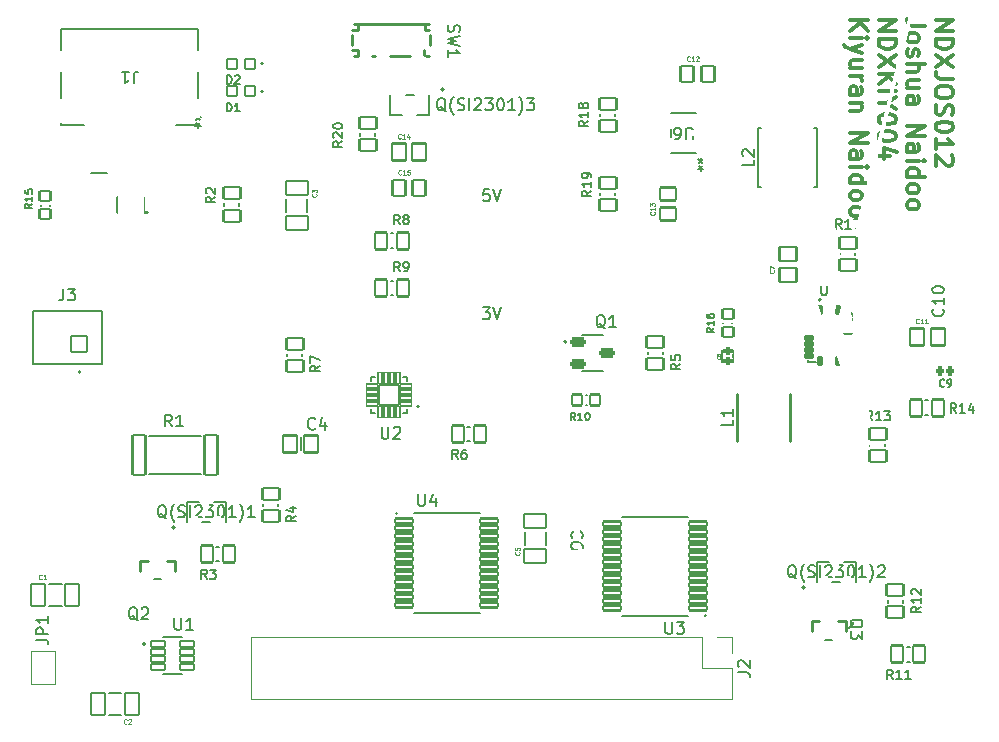
<source format=gbr>
%TF.GenerationSoftware,KiCad,Pcbnew,9.0.0*%
%TF.CreationDate,2025-04-09T17:19:20+02:00*%
%TF.ProjectId,Micromouse Power Subsystem,4d696372-6f6d-46f7-9573-6520506f7765,2.0*%
%TF.SameCoordinates,Original*%
%TF.FileFunction,Legend,Top*%
%TF.FilePolarity,Positive*%
%FSLAX46Y46*%
G04 Gerber Fmt 4.6, Leading zero omitted, Abs format (unit mm)*
G04 Created by KiCad (PCBNEW 9.0.0) date 2025-04-09 17:19:20*
%MOMM*%
%LPD*%
G01*
G04 APERTURE LIST*
G04 Aperture macros list*
%AMRoundRect*
0 Rectangle with rounded corners*
0 $1 Rounding radius*
0 $2 $3 $4 $5 $6 $7 $8 $9 X,Y pos of 4 corners*
0 Add a 4 corners polygon primitive as box body*
4,1,4,$2,$3,$4,$5,$6,$7,$8,$9,$2,$3,0*
0 Add four circle primitives for the rounded corners*
1,1,$1+$1,$2,$3*
1,1,$1+$1,$4,$5*
1,1,$1+$1,$6,$7*
1,1,$1+$1,$8,$9*
0 Add four rect primitives between the rounded corners*
20,1,$1+$1,$2,$3,$4,$5,0*
20,1,$1+$1,$4,$5,$6,$7,0*
20,1,$1+$1,$6,$7,$8,$9,0*
20,1,$1+$1,$8,$9,$2,$3,0*%
%AMFreePoly0*
4,1,505,-0.203634,2.555678,-0.202053,2.555421,-0.199231,2.554726,-0.198634,2.554678,-0.197053,2.554421,-0.194231,2.553726,-0.193634,2.553678,-0.192053,2.553421,-0.176164,2.549509,-0.173164,2.548509,-0.166423,2.545994,-0.165768,2.545723,-0.159148,2.542704,-0.157464,2.541862,-0.157608,2.541572,-0.146835,2.536534,-0.144880,2.535327,-0.140541,2.531895,-0.136165,2.529249,-0.134865,2.528313,
-0.133109,2.526820,-0.132165,2.526249,-0.130865,2.525313,-0.118339,2.514661,-0.110339,2.506661,-0.099687,2.494135,-0.098751,2.492835,-0.098179,2.491890,-0.096687,2.490135,-0.095751,2.488835,-0.093104,2.484458,-0.089673,2.480120,-0.088466,2.478165,-0.083427,2.467391,-0.083138,2.467536,-0.082296,2.465852,-0.079277,2.459232,-0.079006,2.458577,-0.076491,2.451836,-0.075491,2.448836,
-0.071579,2.432947,-0.071322,2.431366,-0.071273,2.430768,-0.070579,2.427947,-0.070322,2.426366,-0.070273,2.425768,-0.069579,2.422947,-0.069322,2.421366,-0.068000,2.405000,-0.068000,2.032000,0.068000,2.032000,0.068000,2.405000,0.069322,2.421366,0.069579,2.422947,0.070273,2.425768,0.070322,2.426366,0.070579,2.427947,0.071273,2.430768,0.071322,2.431366,0.071579,2.432947,
0.075491,2.448836,0.076491,2.451836,0.079006,2.458577,0.079277,2.459232,0.082296,2.465852,0.083138,2.467536,0.083427,2.467391,0.088466,2.478165,0.089673,2.480120,0.093104,2.484458,0.095751,2.488835,0.096687,2.490135,0.098179,2.491890,0.098751,2.492835,0.099687,2.494135,0.110339,2.506661,0.118339,2.514661,0.130865,2.525313,0.132165,2.526249,0.133109,2.526820,
0.134865,2.528313,0.136165,2.529249,0.140541,2.531895,0.144880,2.535327,0.146835,2.536534,0.157608,2.541572,0.157464,2.541862,0.159148,2.542704,0.165768,2.545723,0.166423,2.545994,0.173164,2.548509,0.176164,2.549509,0.192053,2.553421,0.193634,2.553678,0.194231,2.553726,0.197053,2.554421,0.198634,2.554678,0.199231,2.554726,0.202053,2.555421,0.203634,2.555678,
0.220000,2.557000,0.330000,2.557000,0.346366,2.555678,0.347947,2.555421,0.350768,2.554726,0.351366,2.554678,0.352947,2.554421,0.355768,2.553726,0.356366,2.553678,0.357947,2.553421,0.373836,2.549509,0.376836,2.548509,0.383577,2.545994,0.384232,2.545723,0.390852,2.542704,0.392536,2.541862,0.392391,2.541572,0.403165,2.536534,0.405120,2.535327,0.409458,2.531895,
0.413835,2.529249,0.415135,2.528313,0.416890,2.526820,0.417835,2.526249,0.419135,2.525313,0.431661,2.514661,0.439661,2.506661,0.450313,2.494135,0.451249,2.492835,0.451820,2.491890,0.453313,2.490135,0.454249,2.488835,0.456895,2.484458,0.460327,2.480120,0.461534,2.478165,0.466572,2.467391,0.466862,2.467536,0.467704,2.465852,0.470723,2.459232,0.470994,2.458577,
0.473509,2.451836,0.474509,2.448836,0.478421,2.432947,0.478678,2.431366,0.478726,2.430768,0.479421,2.427947,0.479678,2.426366,0.479726,2.425768,0.480421,2.422947,0.480678,2.421366,0.482000,2.405000,0.482000,1.632000,0.980000,1.632000,0.996366,1.630678,0.997947,1.630421,1.000768,1.629726,1.001366,1.629678,1.002947,1.629421,1.005768,1.628726,1.006366,1.628678,
1.007947,1.628421,1.013719,1.627000,1.025000,1.627000,1.084954,1.607520,1.122008,1.556520,1.127000,1.525000,1.127000,1.513718,1.128421,1.507947,1.128678,1.506366,1.128726,1.505768,1.129421,1.502947,1.129678,1.501366,1.129726,1.500768,1.130421,1.497947,1.130678,1.496366,1.132000,1.480000,1.132000,-1.480000,1.130678,-1.496366,1.130421,-1.497947,1.129726,-1.500768,
1.129678,-1.501366,1.129421,-1.502947,1.128726,-1.505768,1.128678,-1.506366,1.128421,-1.507947,1.127000,-1.513718,1.127000,-1.525000,1.107520,-1.584954,1.056520,-1.622008,1.025000,-1.627000,1.013719,-1.627000,1.007947,-1.628421,1.006366,-1.628678,1.005768,-1.628726,1.002947,-1.629421,1.001366,-1.629678,1.000768,-1.629726,0.997947,-1.630421,0.996366,-1.630678,0.980000,-1.632000,
0.482000,-1.632000,0.482000,-2.405000,0.480678,-2.421366,0.480421,-2.422947,0.479726,-2.425768,0.479678,-2.426366,0.479421,-2.427947,0.478726,-2.430768,0.478678,-2.431366,0.478421,-2.432947,0.474509,-2.448836,0.473509,-2.451836,0.470994,-2.458577,0.470723,-2.459232,0.467704,-2.465852,0.466862,-2.467536,0.466572,-2.467391,0.461534,-2.478165,0.460327,-2.480120,0.456895,-2.484458,
0.454249,-2.488835,0.453313,-2.490135,0.451820,-2.491890,0.451249,-2.492835,0.450313,-2.494135,0.439661,-2.506661,0.431661,-2.514661,0.419135,-2.525313,0.417835,-2.526249,0.416890,-2.526820,0.415135,-2.528313,0.413835,-2.529249,0.409458,-2.531895,0.405120,-2.535327,0.403165,-2.536534,0.392391,-2.541572,0.392536,-2.541862,0.390852,-2.542704,0.384232,-2.545723,0.383577,-2.545994,
0.376836,-2.548509,0.373836,-2.549509,0.357947,-2.553421,0.356366,-2.553678,0.355768,-2.553726,0.352947,-2.554421,0.351366,-2.554678,0.350768,-2.554726,0.347947,-2.555421,0.346366,-2.555678,0.330000,-2.557000,0.220000,-2.557000,0.203634,-2.555678,0.202053,-2.555421,0.199231,-2.554726,0.198634,-2.554678,0.197053,-2.554421,0.194231,-2.553726,0.193634,-2.553678,0.192053,-2.553421,
0.176164,-2.549509,0.173164,-2.548509,0.166423,-2.545994,0.165768,-2.545723,0.159148,-2.542704,0.157464,-2.541862,0.157608,-2.541572,0.146835,-2.536534,0.144880,-2.535327,0.140541,-2.531895,0.136165,-2.529249,0.134865,-2.528313,0.133109,-2.526820,0.132165,-2.526249,0.130865,-2.525313,0.118339,-2.514661,0.110339,-2.506661,0.099687,-2.494135,0.098751,-2.492835,0.098179,-2.491890,
0.096687,-2.490135,0.095751,-2.488835,0.093104,-2.484458,0.089673,-2.480120,0.088466,-2.478165,0.083427,-2.467391,0.083138,-2.467536,0.082296,-2.465852,0.079277,-2.459232,0.079006,-2.458577,0.076491,-2.451836,0.075491,-2.448836,0.071579,-2.432947,0.071322,-2.431366,0.071273,-2.430768,0.070579,-2.427947,0.070322,-2.426366,0.070273,-2.425768,0.069579,-2.422947,0.069322,-2.421366,
0.068000,-2.405000,0.068000,-2.032000,-0.068000,-2.032000,-0.068000,-2.405000,-0.069322,-2.421366,-0.069579,-2.422947,-0.070273,-2.425768,-0.070322,-2.426366,-0.070579,-2.427947,-0.071273,-2.430768,-0.071322,-2.431366,-0.071579,-2.432947,-0.075491,-2.448836,-0.076491,-2.451836,-0.079006,-2.458577,-0.079277,-2.459232,-0.082296,-2.465852,-0.083138,-2.467536,-0.083427,-2.467391,-0.088466,-2.478165,
-0.089673,-2.480120,-0.093104,-2.484458,-0.095751,-2.488835,-0.096687,-2.490135,-0.098179,-2.491890,-0.098751,-2.492835,-0.099687,-2.494135,-0.110339,-2.506661,-0.118339,-2.514661,-0.130865,-2.525313,-0.132165,-2.526249,-0.133109,-2.526820,-0.134865,-2.528313,-0.136165,-2.529249,-0.140541,-2.531895,-0.144880,-2.535327,-0.146835,-2.536534,-0.157608,-2.541572,-0.157464,-2.541862,-0.159148,-2.542704,
-0.165768,-2.545723,-0.166423,-2.545994,-0.173164,-2.548509,-0.176164,-2.549509,-0.192053,-2.553421,-0.193634,-2.553678,-0.194231,-2.553726,-0.197053,-2.554421,-0.198634,-2.554678,-0.199231,-2.554726,-0.202053,-2.555421,-0.203634,-2.555678,-0.220000,-2.557000,-0.330000,-2.557000,-0.346366,-2.555678,-0.347947,-2.555421,-0.350768,-2.554726,-0.351366,-2.554678,-0.352947,-2.554421,-0.355768,-2.553726,
-0.356366,-2.553678,-0.357947,-2.553421,-0.373836,-2.549509,-0.376836,-2.548509,-0.383577,-2.545994,-0.384232,-2.545723,-0.390852,-2.542704,-0.392536,-2.541862,-0.392391,-2.541572,-0.403165,-2.536534,-0.405120,-2.535327,-0.409458,-2.531895,-0.413835,-2.529249,-0.415135,-2.528313,-0.416890,-2.526820,-0.417835,-2.526249,-0.419135,-2.525313,-0.431661,-2.514661,-0.439661,-2.506661,-0.450313,-2.494135,
-0.451249,-2.492835,-0.451820,-2.491890,-0.453313,-2.490135,-0.454249,-2.488835,-0.456895,-2.484458,-0.460327,-2.480120,-0.461534,-2.478165,-0.466572,-2.467391,-0.466862,-2.467536,-0.467704,-2.465852,-0.470723,-2.459232,-0.470994,-2.458577,-0.473509,-2.451836,-0.474509,-2.448836,-0.478421,-2.432947,-0.478678,-2.431366,-0.478726,-2.430768,-0.479421,-2.427947,-0.479678,-2.426366,-0.479726,-2.425768,
-0.480421,-2.422947,-0.480678,-2.421366,-0.482000,-2.405000,-0.482000,-1.632000,-0.980000,-1.632000,-0.996366,-1.630678,-0.997947,-1.630421,-1.000768,-1.629726,-1.001366,-1.629678,-1.002947,-1.629421,-1.005768,-1.628726,-1.006366,-1.628678,-1.007947,-1.628421,-1.013719,-1.627000,-1.025000,-1.627000,-1.084954,-1.607520,-1.122008,-1.556520,-1.127000,-1.525000,-1.127000,-1.513718,-1.128421,-1.507947,
-1.128678,-1.506366,-1.128726,-1.505768,-1.129421,-1.502947,-1.129678,-1.501366,-1.129726,-1.500768,-1.130421,-1.497947,-1.130678,-1.496366,-1.132000,-1.480000,-1.132000,1.480000,-1.130678,1.496366,-1.130421,1.497947,-1.129726,1.500768,-1.129678,1.501366,-1.129421,1.502947,-1.128726,1.505768,-1.128678,1.506366,-1.128421,1.507947,-1.127000,1.513718,-1.127000,1.525000,-1.107520,1.584954,
-1.056520,1.622008,-1.025000,1.627000,-1.013719,1.627000,-1.007947,1.628421,-1.006366,1.628678,-1.005768,1.628726,-1.002947,1.629421,-1.001366,1.629678,-1.000768,1.629726,-0.997947,1.630421,-0.996366,1.630678,-0.980000,1.632000,-0.482000,1.632000,-0.482000,2.405000,-0.480678,2.421366,-0.480421,2.422947,-0.479726,2.425768,-0.479678,2.426366,-0.479421,2.427947,-0.478726,2.430768,
-0.478678,2.431366,-0.478421,2.432947,-0.474509,2.448836,-0.473509,2.451836,-0.470994,2.458577,-0.470723,2.459232,-0.467704,2.465852,-0.466862,2.467536,-0.466572,2.467391,-0.461534,2.478165,-0.460327,2.480120,-0.456895,2.484458,-0.454249,2.488835,-0.453313,2.490135,-0.451820,2.491890,-0.451249,2.492835,-0.450313,2.494135,-0.439661,2.506661,-0.431661,2.514661,-0.419135,2.525313,
-0.417835,2.526249,-0.416890,2.526820,-0.415135,2.528313,-0.413835,2.529249,-0.409458,2.531895,-0.405120,2.535327,-0.403165,2.536534,-0.392391,2.541572,-0.392536,2.541862,-0.390852,2.542704,-0.384232,2.545723,-0.383577,2.545994,-0.376836,2.548509,-0.373836,2.549509,-0.357947,2.553421,-0.356366,2.553678,-0.355768,2.553726,-0.352947,2.554421,-0.351366,2.554678,-0.350768,2.554726,
-0.347947,2.555421,-0.346366,2.555678,-0.330000,2.557000,-0.220000,2.557000,-0.203634,2.555678,-0.203634,2.555678,$1*%
G04 Aperture macros list end*
%ADD10C,0.300000*%
%ADD11C,0.150000*%
%ADD12C,0.098425*%
%ADD13C,0.060464*%
%ADD14C,0.254000*%
%ADD15C,0.120000*%
%ADD16C,0.127000*%
%ADD17C,0.200000*%
%ADD18C,0.152400*%
%ADD19C,0.203200*%
%ADD20C,0.152500*%
%ADD21C,0.010000*%
%ADD22R,1.700000X1.700000*%
%ADD23O,1.700000X1.700000*%
%ADD24RoundRect,0.102000X-0.710000X0.500000X-0.710000X-0.500000X0.710000X-0.500000X0.710000X0.500000X0*%
%ADD25R,1.500000X1.000000*%
%ADD26RoundRect,0.102000X0.710000X-0.500000X0.710000X0.500000X-0.710000X0.500000X-0.710000X-0.500000X0*%
%ADD27RoundRect,0.198500X-0.508500X-0.198500X0.508500X-0.198500X0.508500X0.198500X-0.508500X0.198500X0*%
%ADD28RoundRect,0.102000X-0.910000X0.600000X-0.910000X-0.600000X0.910000X-0.600000X0.910000X0.600000X0*%
%ADD29C,0.660400*%
%ADD30R,1.803400X1.447800*%
%ADD31R,1.803400X1.193800*%
%ADD32R,0.609600X1.447800*%
%ADD33R,0.304800X1.447800*%
%ADD34RoundRect,0.102000X-0.600000X-0.910000X0.600000X-0.910000X0.600000X0.910000X-0.600000X0.910000X0*%
%ADD35RoundRect,0.102000X0.465000X-0.435000X0.465000X0.435000X-0.465000X0.435000X-0.465000X-0.435000X0*%
%ADD36RoundRect,0.102000X-0.500000X-0.710000X0.500000X-0.710000X0.500000X0.710000X-0.500000X0.710000X0*%
%ADD37R,0.558800X1.320800*%
%ADD38RoundRect,0.102000X0.435000X0.465000X-0.435000X0.465000X-0.435000X-0.465000X0.435000X-0.465000X0*%
%ADD39RoundRect,0.197160X0.204840X-0.174840X0.204840X0.174840X-0.204840X0.174840X-0.204840X-0.174840X0*%
%ADD40RoundRect,0.085500X-0.621500X-0.256500X0.621500X-0.256500X0.621500X0.256500X-0.621500X0.256500X0*%
%ADD41RoundRect,0.102000X-0.654000X-0.654000X0.654000X-0.654000X0.654000X0.654000X-0.654000X0.654000X0*%
%ADD42C,1.512000*%
%ADD43RoundRect,0.102000X0.910000X-0.600000X0.910000X0.600000X-0.910000X0.600000X-0.910000X-0.600000X0*%
%ADD44RoundRect,0.102000X-0.535000X-1.710000X0.535000X-1.710000X0.535000X1.710000X-0.535000X1.710000X0*%
%ADD45RoundRect,0.102000X-0.750000X-0.200000X0.750000X-0.200000X0.750000X0.200000X-0.750000X0.200000X0*%
%ADD46RoundRect,0.102000X0.500000X0.710000X-0.500000X0.710000X-0.500000X-0.710000X0.500000X-0.710000X0*%
%ADD47C,5.600000*%
%ADD48R,0.700000X1.250000*%
%ADD49RoundRect,0.102000X0.400000X0.400000X-0.400000X0.400000X-0.400000X-0.400000X0.400000X-0.400000X0*%
%ADD50RoundRect,0.093240X-0.128760X-0.308760X0.128760X-0.308760X0.128760X0.308760X-0.128760X0.308760X0*%
%ADD51RoundRect,0.093240X-0.308760X-0.128760X0.308760X-0.128760X0.308760X0.128760X-0.308760X0.128760X0*%
%ADD52FreePoly0,0.000000*%
%ADD53C,0.504000*%
%ADD54RoundRect,0.102000X0.750000X0.200000X-0.750000X0.200000X-0.750000X-0.200000X0.750000X-0.200000X0*%
%ADD55RoundRect,0.058000X0.474000X0.174000X-0.474000X0.174000X-0.474000X-0.174000X0.474000X-0.174000X0*%
%ADD56RoundRect,0.058000X0.174000X0.474000X-0.174000X0.474000X-0.174000X-0.474000X0.174000X-0.474000X0*%
%ADD57RoundRect,0.102000X0.840000X0.840000X-0.840000X0.840000X-0.840000X-0.840000X0.840000X-0.840000X0*%
%ADD58R,1.400000X0.700000*%
%ADD59R,2.300000X3.200000*%
%ADD60RoundRect,0.102000X-0.580000X-0.735000X0.580000X-0.735000X0.580000X0.735000X-0.580000X0.735000X0*%
%ADD61RoundRect,0.102000X-0.550000X-0.690000X0.550000X-0.690000X0.550000X0.690000X-0.550000X0.690000X0*%
%ADD62RoundRect,0.102000X0.600000X0.910000X-0.600000X0.910000X-0.600000X-0.910000X0.600000X-0.910000X0*%
%ADD63R,0.500000X0.605600*%
%ADD64R,4.000000X1.500000*%
%ADD65RoundRect,0.102000X-0.465000X0.435000X-0.465000X-0.435000X0.465000X-0.435000X0.465000X0.435000X0*%
%ADD66R,0.900000X1.250000*%
%ADD67R,0.800000X0.900000*%
%ADD68R,1.320800X0.558800*%
%ADD69RoundRect,0.102000X0.735000X-0.580000X0.735000X0.580000X-0.735000X0.580000X-0.735000X-0.580000X0*%
%ADD70R,4.220000X2.124000*%
%ADD71RoundRect,0.197160X0.174840X0.204840X-0.174840X0.204840X-0.174840X-0.204840X0.174840X-0.204840X0*%
%ADD72RoundRect,0.102000X-0.575000X-0.725000X0.575000X-0.725000X0.575000X0.725000X-0.575000X0.725000X0*%
%ADD73RoundRect,0.102000X0.690000X-0.550000X0.690000X0.550000X-0.690000X0.550000X-0.690000X-0.550000X0*%
%ADD74R,0.605600X0.500000*%
G04 APERTURE END LIST*
D10*
X175083919Y-51354510D02*
X176583919Y-51354510D01*
X176583919Y-51354510D02*
X175083919Y-52211653D01*
X175083919Y-52211653D02*
X176583919Y-52211653D01*
X175083919Y-52925939D02*
X176583919Y-52925939D01*
X176583919Y-52925939D02*
X176583919Y-53283082D01*
X176583919Y-53283082D02*
X176512490Y-53497368D01*
X176512490Y-53497368D02*
X176369633Y-53640225D01*
X176369633Y-53640225D02*
X176226776Y-53711654D01*
X176226776Y-53711654D02*
X175941062Y-53783082D01*
X175941062Y-53783082D02*
X175726776Y-53783082D01*
X175726776Y-53783082D02*
X175441062Y-53711654D01*
X175441062Y-53711654D02*
X175298205Y-53640225D01*
X175298205Y-53640225D02*
X175155348Y-53497368D01*
X175155348Y-53497368D02*
X175083919Y-53283082D01*
X175083919Y-53283082D02*
X175083919Y-52925939D01*
X176583919Y-54283082D02*
X175083919Y-55283082D01*
X176583919Y-55283082D02*
X175083919Y-54283082D01*
X176583919Y-56283082D02*
X175512490Y-56283082D01*
X175512490Y-56283082D02*
X175298205Y-56211653D01*
X175298205Y-56211653D02*
X175155348Y-56068796D01*
X175155348Y-56068796D02*
X175083919Y-55854510D01*
X175083919Y-55854510D02*
X175083919Y-55711653D01*
X176583919Y-57283082D02*
X176583919Y-57568796D01*
X176583919Y-57568796D02*
X176512490Y-57711653D01*
X176512490Y-57711653D02*
X176369633Y-57854510D01*
X176369633Y-57854510D02*
X176083919Y-57925939D01*
X176083919Y-57925939D02*
X175583919Y-57925939D01*
X175583919Y-57925939D02*
X175298205Y-57854510D01*
X175298205Y-57854510D02*
X175155348Y-57711653D01*
X175155348Y-57711653D02*
X175083919Y-57568796D01*
X175083919Y-57568796D02*
X175083919Y-57283082D01*
X175083919Y-57283082D02*
X175155348Y-57140225D01*
X175155348Y-57140225D02*
X175298205Y-56997367D01*
X175298205Y-56997367D02*
X175583919Y-56925939D01*
X175583919Y-56925939D02*
X176083919Y-56925939D01*
X176083919Y-56925939D02*
X176369633Y-56997367D01*
X176369633Y-56997367D02*
X176512490Y-57140225D01*
X176512490Y-57140225D02*
X176583919Y-57283082D01*
X175155348Y-58497368D02*
X175083919Y-58711654D01*
X175083919Y-58711654D02*
X175083919Y-59068796D01*
X175083919Y-59068796D02*
X175155348Y-59211654D01*
X175155348Y-59211654D02*
X175226776Y-59283082D01*
X175226776Y-59283082D02*
X175369633Y-59354511D01*
X175369633Y-59354511D02*
X175512490Y-59354511D01*
X175512490Y-59354511D02*
X175655348Y-59283082D01*
X175655348Y-59283082D02*
X175726776Y-59211654D01*
X175726776Y-59211654D02*
X175798205Y-59068796D01*
X175798205Y-59068796D02*
X175869633Y-58783082D01*
X175869633Y-58783082D02*
X175941062Y-58640225D01*
X175941062Y-58640225D02*
X176012490Y-58568796D01*
X176012490Y-58568796D02*
X176155348Y-58497368D01*
X176155348Y-58497368D02*
X176298205Y-58497368D01*
X176298205Y-58497368D02*
X176441062Y-58568796D01*
X176441062Y-58568796D02*
X176512490Y-58640225D01*
X176512490Y-58640225D02*
X176583919Y-58783082D01*
X176583919Y-58783082D02*
X176583919Y-59140225D01*
X176583919Y-59140225D02*
X176512490Y-59354511D01*
X176583919Y-60283082D02*
X176583919Y-60425939D01*
X176583919Y-60425939D02*
X176512490Y-60568796D01*
X176512490Y-60568796D02*
X176441062Y-60640225D01*
X176441062Y-60640225D02*
X176298205Y-60711653D01*
X176298205Y-60711653D02*
X176012490Y-60783082D01*
X176012490Y-60783082D02*
X175655348Y-60783082D01*
X175655348Y-60783082D02*
X175369633Y-60711653D01*
X175369633Y-60711653D02*
X175226776Y-60640225D01*
X175226776Y-60640225D02*
X175155348Y-60568796D01*
X175155348Y-60568796D02*
X175083919Y-60425939D01*
X175083919Y-60425939D02*
X175083919Y-60283082D01*
X175083919Y-60283082D02*
X175155348Y-60140225D01*
X175155348Y-60140225D02*
X175226776Y-60068796D01*
X175226776Y-60068796D02*
X175369633Y-59997367D01*
X175369633Y-59997367D02*
X175655348Y-59925939D01*
X175655348Y-59925939D02*
X176012490Y-59925939D01*
X176012490Y-59925939D02*
X176298205Y-59997367D01*
X176298205Y-59997367D02*
X176441062Y-60068796D01*
X176441062Y-60068796D02*
X176512490Y-60140225D01*
X176512490Y-60140225D02*
X176583919Y-60283082D01*
X175083919Y-62211653D02*
X175083919Y-61354510D01*
X175083919Y-61783081D02*
X176583919Y-61783081D01*
X176583919Y-61783081D02*
X176369633Y-61640224D01*
X176369633Y-61640224D02*
X176226776Y-61497367D01*
X176226776Y-61497367D02*
X176155348Y-61354510D01*
X176441062Y-62783081D02*
X176512490Y-62854509D01*
X176512490Y-62854509D02*
X176583919Y-62997367D01*
X176583919Y-62997367D02*
X176583919Y-63354509D01*
X176583919Y-63354509D02*
X176512490Y-63497367D01*
X176512490Y-63497367D02*
X176441062Y-63568795D01*
X176441062Y-63568795D02*
X176298205Y-63640224D01*
X176298205Y-63640224D02*
X176155348Y-63640224D01*
X176155348Y-63640224D02*
X175941062Y-63568795D01*
X175941062Y-63568795D02*
X175083919Y-62711652D01*
X175083919Y-62711652D02*
X175083919Y-63640224D01*
X174169003Y-51783082D02*
X173097574Y-51783082D01*
X173097574Y-51783082D02*
X172883289Y-51711653D01*
X172883289Y-51711653D02*
X172740432Y-51568796D01*
X172740432Y-51568796D02*
X172669003Y-51354510D01*
X172669003Y-51354510D02*
X172669003Y-51211653D01*
X172669003Y-52711653D02*
X172740432Y-52568796D01*
X172740432Y-52568796D02*
X172811860Y-52497367D01*
X172811860Y-52497367D02*
X172954717Y-52425939D01*
X172954717Y-52425939D02*
X173383289Y-52425939D01*
X173383289Y-52425939D02*
X173526146Y-52497367D01*
X173526146Y-52497367D02*
X173597574Y-52568796D01*
X173597574Y-52568796D02*
X173669003Y-52711653D01*
X173669003Y-52711653D02*
X173669003Y-52925939D01*
X173669003Y-52925939D02*
X173597574Y-53068796D01*
X173597574Y-53068796D02*
X173526146Y-53140225D01*
X173526146Y-53140225D02*
X173383289Y-53211653D01*
X173383289Y-53211653D02*
X172954717Y-53211653D01*
X172954717Y-53211653D02*
X172811860Y-53140225D01*
X172811860Y-53140225D02*
X172740432Y-53068796D01*
X172740432Y-53068796D02*
X172669003Y-52925939D01*
X172669003Y-52925939D02*
X172669003Y-52711653D01*
X172740432Y-53783082D02*
X172669003Y-53925939D01*
X172669003Y-53925939D02*
X172669003Y-54211653D01*
X172669003Y-54211653D02*
X172740432Y-54354510D01*
X172740432Y-54354510D02*
X172883289Y-54425939D01*
X172883289Y-54425939D02*
X172954717Y-54425939D01*
X172954717Y-54425939D02*
X173097574Y-54354510D01*
X173097574Y-54354510D02*
X173169003Y-54211653D01*
X173169003Y-54211653D02*
X173169003Y-53997368D01*
X173169003Y-53997368D02*
X173240432Y-53854510D01*
X173240432Y-53854510D02*
X173383289Y-53783082D01*
X173383289Y-53783082D02*
X173454717Y-53783082D01*
X173454717Y-53783082D02*
X173597574Y-53854510D01*
X173597574Y-53854510D02*
X173669003Y-53997368D01*
X173669003Y-53997368D02*
X173669003Y-54211653D01*
X173669003Y-54211653D02*
X173597574Y-54354510D01*
X172669003Y-55068796D02*
X174169003Y-55068796D01*
X172669003Y-55711654D02*
X173454717Y-55711654D01*
X173454717Y-55711654D02*
X173597574Y-55640225D01*
X173597574Y-55640225D02*
X173669003Y-55497368D01*
X173669003Y-55497368D02*
X173669003Y-55283082D01*
X173669003Y-55283082D02*
X173597574Y-55140225D01*
X173597574Y-55140225D02*
X173526146Y-55068796D01*
X173669003Y-57068797D02*
X172669003Y-57068797D01*
X173669003Y-56425939D02*
X172883289Y-56425939D01*
X172883289Y-56425939D02*
X172740432Y-56497368D01*
X172740432Y-56497368D02*
X172669003Y-56640225D01*
X172669003Y-56640225D02*
X172669003Y-56854511D01*
X172669003Y-56854511D02*
X172740432Y-56997368D01*
X172740432Y-56997368D02*
X172811860Y-57068797D01*
X172669003Y-58425940D02*
X173454717Y-58425940D01*
X173454717Y-58425940D02*
X173597574Y-58354511D01*
X173597574Y-58354511D02*
X173669003Y-58211654D01*
X173669003Y-58211654D02*
X173669003Y-57925940D01*
X173669003Y-57925940D02*
X173597574Y-57783082D01*
X172740432Y-58425940D02*
X172669003Y-58283082D01*
X172669003Y-58283082D02*
X172669003Y-57925940D01*
X172669003Y-57925940D02*
X172740432Y-57783082D01*
X172740432Y-57783082D02*
X172883289Y-57711654D01*
X172883289Y-57711654D02*
X173026146Y-57711654D01*
X173026146Y-57711654D02*
X173169003Y-57783082D01*
X173169003Y-57783082D02*
X173240432Y-57925940D01*
X173240432Y-57925940D02*
X173240432Y-58283082D01*
X173240432Y-58283082D02*
X173311860Y-58425940D01*
X172669003Y-60283082D02*
X174169003Y-60283082D01*
X174169003Y-60283082D02*
X172669003Y-61140225D01*
X172669003Y-61140225D02*
X174169003Y-61140225D01*
X172669003Y-62497369D02*
X173454717Y-62497369D01*
X173454717Y-62497369D02*
X173597574Y-62425940D01*
X173597574Y-62425940D02*
X173669003Y-62283083D01*
X173669003Y-62283083D02*
X173669003Y-61997369D01*
X173669003Y-61997369D02*
X173597574Y-61854511D01*
X172740432Y-62497369D02*
X172669003Y-62354511D01*
X172669003Y-62354511D02*
X172669003Y-61997369D01*
X172669003Y-61997369D02*
X172740432Y-61854511D01*
X172740432Y-61854511D02*
X172883289Y-61783083D01*
X172883289Y-61783083D02*
X173026146Y-61783083D01*
X173026146Y-61783083D02*
X173169003Y-61854511D01*
X173169003Y-61854511D02*
X173240432Y-61997369D01*
X173240432Y-61997369D02*
X173240432Y-62354511D01*
X173240432Y-62354511D02*
X173311860Y-62497369D01*
X172669003Y-63211654D02*
X173669003Y-63211654D01*
X174169003Y-63211654D02*
X174097574Y-63140226D01*
X174097574Y-63140226D02*
X174026146Y-63211654D01*
X174026146Y-63211654D02*
X174097574Y-63283083D01*
X174097574Y-63283083D02*
X174169003Y-63211654D01*
X174169003Y-63211654D02*
X174026146Y-63211654D01*
X172669003Y-64568798D02*
X174169003Y-64568798D01*
X172740432Y-64568798D02*
X172669003Y-64425940D01*
X172669003Y-64425940D02*
X172669003Y-64140226D01*
X172669003Y-64140226D02*
X172740432Y-63997369D01*
X172740432Y-63997369D02*
X172811860Y-63925940D01*
X172811860Y-63925940D02*
X172954717Y-63854512D01*
X172954717Y-63854512D02*
X173383289Y-63854512D01*
X173383289Y-63854512D02*
X173526146Y-63925940D01*
X173526146Y-63925940D02*
X173597574Y-63997369D01*
X173597574Y-63997369D02*
X173669003Y-64140226D01*
X173669003Y-64140226D02*
X173669003Y-64425940D01*
X173669003Y-64425940D02*
X173597574Y-64568798D01*
X172669003Y-65497369D02*
X172740432Y-65354512D01*
X172740432Y-65354512D02*
X172811860Y-65283083D01*
X172811860Y-65283083D02*
X172954717Y-65211655D01*
X172954717Y-65211655D02*
X173383289Y-65211655D01*
X173383289Y-65211655D02*
X173526146Y-65283083D01*
X173526146Y-65283083D02*
X173597574Y-65354512D01*
X173597574Y-65354512D02*
X173669003Y-65497369D01*
X173669003Y-65497369D02*
X173669003Y-65711655D01*
X173669003Y-65711655D02*
X173597574Y-65854512D01*
X173597574Y-65854512D02*
X173526146Y-65925941D01*
X173526146Y-65925941D02*
X173383289Y-65997369D01*
X173383289Y-65997369D02*
X172954717Y-65997369D01*
X172954717Y-65997369D02*
X172811860Y-65925941D01*
X172811860Y-65925941D02*
X172740432Y-65854512D01*
X172740432Y-65854512D02*
X172669003Y-65711655D01*
X172669003Y-65711655D02*
X172669003Y-65497369D01*
X172669003Y-66854512D02*
X172740432Y-66711655D01*
X172740432Y-66711655D02*
X172811860Y-66640226D01*
X172811860Y-66640226D02*
X172954717Y-66568798D01*
X172954717Y-66568798D02*
X173383289Y-66568798D01*
X173383289Y-66568798D02*
X173526146Y-66640226D01*
X173526146Y-66640226D02*
X173597574Y-66711655D01*
X173597574Y-66711655D02*
X173669003Y-66854512D01*
X173669003Y-66854512D02*
X173669003Y-67068798D01*
X173669003Y-67068798D02*
X173597574Y-67211655D01*
X173597574Y-67211655D02*
X173526146Y-67283084D01*
X173526146Y-67283084D02*
X173383289Y-67354512D01*
X173383289Y-67354512D02*
X172954717Y-67354512D01*
X172954717Y-67354512D02*
X172811860Y-67283084D01*
X172811860Y-67283084D02*
X172740432Y-67211655D01*
X172740432Y-67211655D02*
X172669003Y-67068798D01*
X172669003Y-67068798D02*
X172669003Y-66854512D01*
X170254087Y-51354510D02*
X171754087Y-51354510D01*
X171754087Y-51354510D02*
X170254087Y-52211653D01*
X170254087Y-52211653D02*
X171754087Y-52211653D01*
X170254087Y-52925939D02*
X171754087Y-52925939D01*
X171754087Y-52925939D02*
X171754087Y-53283082D01*
X171754087Y-53283082D02*
X171682658Y-53497368D01*
X171682658Y-53497368D02*
X171539801Y-53640225D01*
X171539801Y-53640225D02*
X171396944Y-53711654D01*
X171396944Y-53711654D02*
X171111230Y-53783082D01*
X171111230Y-53783082D02*
X170896944Y-53783082D01*
X170896944Y-53783082D02*
X170611230Y-53711654D01*
X170611230Y-53711654D02*
X170468373Y-53640225D01*
X170468373Y-53640225D02*
X170325516Y-53497368D01*
X170325516Y-53497368D02*
X170254087Y-53283082D01*
X170254087Y-53283082D02*
X170254087Y-52925939D01*
X171754087Y-54283082D02*
X170254087Y-55283082D01*
X171754087Y-55283082D02*
X170254087Y-54283082D01*
X170254087Y-55854510D02*
X171754087Y-55854510D01*
X170254087Y-56711653D02*
X171111230Y-56068796D01*
X171754087Y-56711653D02*
X170896944Y-55854510D01*
X170254087Y-57354510D02*
X171754087Y-57354510D01*
X170968373Y-58354511D02*
X170254087Y-58354511D01*
X171754087Y-57854511D02*
X170968373Y-58354511D01*
X170968373Y-58354511D02*
X171754087Y-58854511D01*
X171754087Y-59640225D02*
X171754087Y-59783082D01*
X171754087Y-59783082D02*
X171682658Y-59925939D01*
X171682658Y-59925939D02*
X171611230Y-59997368D01*
X171611230Y-59997368D02*
X171468373Y-60068796D01*
X171468373Y-60068796D02*
X171182658Y-60140225D01*
X171182658Y-60140225D02*
X170825516Y-60140225D01*
X170825516Y-60140225D02*
X170539801Y-60068796D01*
X170539801Y-60068796D02*
X170396944Y-59997368D01*
X170396944Y-59997368D02*
X170325516Y-59925939D01*
X170325516Y-59925939D02*
X170254087Y-59783082D01*
X170254087Y-59783082D02*
X170254087Y-59640225D01*
X170254087Y-59640225D02*
X170325516Y-59497368D01*
X170325516Y-59497368D02*
X170396944Y-59425939D01*
X170396944Y-59425939D02*
X170539801Y-59354510D01*
X170539801Y-59354510D02*
X170825516Y-59283082D01*
X170825516Y-59283082D02*
X171182658Y-59283082D01*
X171182658Y-59283082D02*
X171468373Y-59354510D01*
X171468373Y-59354510D02*
X171611230Y-59425939D01*
X171611230Y-59425939D02*
X171682658Y-59497368D01*
X171682658Y-59497368D02*
X171754087Y-59640225D01*
X171754087Y-61068796D02*
X171754087Y-61211653D01*
X171754087Y-61211653D02*
X171682658Y-61354510D01*
X171682658Y-61354510D02*
X171611230Y-61425939D01*
X171611230Y-61425939D02*
X171468373Y-61497367D01*
X171468373Y-61497367D02*
X171182658Y-61568796D01*
X171182658Y-61568796D02*
X170825516Y-61568796D01*
X170825516Y-61568796D02*
X170539801Y-61497367D01*
X170539801Y-61497367D02*
X170396944Y-61425939D01*
X170396944Y-61425939D02*
X170325516Y-61354510D01*
X170325516Y-61354510D02*
X170254087Y-61211653D01*
X170254087Y-61211653D02*
X170254087Y-61068796D01*
X170254087Y-61068796D02*
X170325516Y-60925939D01*
X170325516Y-60925939D02*
X170396944Y-60854510D01*
X170396944Y-60854510D02*
X170539801Y-60783081D01*
X170539801Y-60783081D02*
X170825516Y-60711653D01*
X170825516Y-60711653D02*
X171182658Y-60711653D01*
X171182658Y-60711653D02*
X171468373Y-60783081D01*
X171468373Y-60783081D02*
X171611230Y-60854510D01*
X171611230Y-60854510D02*
X171682658Y-60925939D01*
X171682658Y-60925939D02*
X171754087Y-61068796D01*
X171254087Y-62854510D02*
X170254087Y-62854510D01*
X171825516Y-62497367D02*
X170754087Y-62140224D01*
X170754087Y-62140224D02*
X170754087Y-63068795D01*
X167839171Y-51354510D02*
X169339171Y-51354510D01*
X167839171Y-52211653D02*
X168696314Y-51568796D01*
X169339171Y-52211653D02*
X168482028Y-51354510D01*
X167839171Y-52854510D02*
X168839171Y-52854510D01*
X169339171Y-52854510D02*
X169267742Y-52783082D01*
X169267742Y-52783082D02*
X169196314Y-52854510D01*
X169196314Y-52854510D02*
X169267742Y-52925939D01*
X169267742Y-52925939D02*
X169339171Y-52854510D01*
X169339171Y-52854510D02*
X169196314Y-52854510D01*
X168839171Y-53425939D02*
X167839171Y-53783082D01*
X168839171Y-54140225D02*
X167839171Y-53783082D01*
X167839171Y-53783082D02*
X167482028Y-53640225D01*
X167482028Y-53640225D02*
X167410600Y-53568796D01*
X167410600Y-53568796D02*
X167339171Y-53425939D01*
X168839171Y-55354511D02*
X167839171Y-55354511D01*
X168839171Y-54711653D02*
X168053457Y-54711653D01*
X168053457Y-54711653D02*
X167910600Y-54783082D01*
X167910600Y-54783082D02*
X167839171Y-54925939D01*
X167839171Y-54925939D02*
X167839171Y-55140225D01*
X167839171Y-55140225D02*
X167910600Y-55283082D01*
X167910600Y-55283082D02*
X167982028Y-55354511D01*
X167839171Y-56068796D02*
X168839171Y-56068796D01*
X168553457Y-56068796D02*
X168696314Y-56140225D01*
X168696314Y-56140225D02*
X168767742Y-56211654D01*
X168767742Y-56211654D02*
X168839171Y-56354511D01*
X168839171Y-56354511D02*
X168839171Y-56497368D01*
X167839171Y-57640225D02*
X168624885Y-57640225D01*
X168624885Y-57640225D02*
X168767742Y-57568796D01*
X168767742Y-57568796D02*
X168839171Y-57425939D01*
X168839171Y-57425939D02*
X168839171Y-57140225D01*
X168839171Y-57140225D02*
X168767742Y-56997367D01*
X167910600Y-57640225D02*
X167839171Y-57497367D01*
X167839171Y-57497367D02*
X167839171Y-57140225D01*
X167839171Y-57140225D02*
X167910600Y-56997367D01*
X167910600Y-56997367D02*
X168053457Y-56925939D01*
X168053457Y-56925939D02*
X168196314Y-56925939D01*
X168196314Y-56925939D02*
X168339171Y-56997367D01*
X168339171Y-56997367D02*
X168410600Y-57140225D01*
X168410600Y-57140225D02*
X168410600Y-57497367D01*
X168410600Y-57497367D02*
X168482028Y-57640225D01*
X168839171Y-58354510D02*
X167839171Y-58354510D01*
X168696314Y-58354510D02*
X168767742Y-58425939D01*
X168767742Y-58425939D02*
X168839171Y-58568796D01*
X168839171Y-58568796D02*
X168839171Y-58783082D01*
X168839171Y-58783082D02*
X168767742Y-58925939D01*
X168767742Y-58925939D02*
X168624885Y-58997368D01*
X168624885Y-58997368D02*
X167839171Y-58997368D01*
X167839171Y-60854510D02*
X169339171Y-60854510D01*
X169339171Y-60854510D02*
X167839171Y-61711653D01*
X167839171Y-61711653D02*
X169339171Y-61711653D01*
X167839171Y-63068797D02*
X168624885Y-63068797D01*
X168624885Y-63068797D02*
X168767742Y-62997368D01*
X168767742Y-62997368D02*
X168839171Y-62854511D01*
X168839171Y-62854511D02*
X168839171Y-62568797D01*
X168839171Y-62568797D02*
X168767742Y-62425939D01*
X167910600Y-63068797D02*
X167839171Y-62925939D01*
X167839171Y-62925939D02*
X167839171Y-62568797D01*
X167839171Y-62568797D02*
X167910600Y-62425939D01*
X167910600Y-62425939D02*
X168053457Y-62354511D01*
X168053457Y-62354511D02*
X168196314Y-62354511D01*
X168196314Y-62354511D02*
X168339171Y-62425939D01*
X168339171Y-62425939D02*
X168410600Y-62568797D01*
X168410600Y-62568797D02*
X168410600Y-62925939D01*
X168410600Y-62925939D02*
X168482028Y-63068797D01*
X167839171Y-63783082D02*
X168839171Y-63783082D01*
X169339171Y-63783082D02*
X169267742Y-63711654D01*
X169267742Y-63711654D02*
X169196314Y-63783082D01*
X169196314Y-63783082D02*
X169267742Y-63854511D01*
X169267742Y-63854511D02*
X169339171Y-63783082D01*
X169339171Y-63783082D02*
X169196314Y-63783082D01*
X167839171Y-65140226D02*
X169339171Y-65140226D01*
X167910600Y-65140226D02*
X167839171Y-64997368D01*
X167839171Y-64997368D02*
X167839171Y-64711654D01*
X167839171Y-64711654D02*
X167910600Y-64568797D01*
X167910600Y-64568797D02*
X167982028Y-64497368D01*
X167982028Y-64497368D02*
X168124885Y-64425940D01*
X168124885Y-64425940D02*
X168553457Y-64425940D01*
X168553457Y-64425940D02*
X168696314Y-64497368D01*
X168696314Y-64497368D02*
X168767742Y-64568797D01*
X168767742Y-64568797D02*
X168839171Y-64711654D01*
X168839171Y-64711654D02*
X168839171Y-64997368D01*
X168839171Y-64997368D02*
X168767742Y-65140226D01*
X167839171Y-66068797D02*
X167910600Y-65925940D01*
X167910600Y-65925940D02*
X167982028Y-65854511D01*
X167982028Y-65854511D02*
X168124885Y-65783083D01*
X168124885Y-65783083D02*
X168553457Y-65783083D01*
X168553457Y-65783083D02*
X168696314Y-65854511D01*
X168696314Y-65854511D02*
X168767742Y-65925940D01*
X168767742Y-65925940D02*
X168839171Y-66068797D01*
X168839171Y-66068797D02*
X168839171Y-66283083D01*
X168839171Y-66283083D02*
X168767742Y-66425940D01*
X168767742Y-66425940D02*
X168696314Y-66497369D01*
X168696314Y-66497369D02*
X168553457Y-66568797D01*
X168553457Y-66568797D02*
X168124885Y-66568797D01*
X168124885Y-66568797D02*
X167982028Y-66497369D01*
X167982028Y-66497369D02*
X167910600Y-66425940D01*
X167910600Y-66425940D02*
X167839171Y-66283083D01*
X167839171Y-66283083D02*
X167839171Y-66068797D01*
X167839171Y-67425940D02*
X167910600Y-67283083D01*
X167910600Y-67283083D02*
X167982028Y-67211654D01*
X167982028Y-67211654D02*
X168124885Y-67140226D01*
X168124885Y-67140226D02*
X168553457Y-67140226D01*
X168553457Y-67140226D02*
X168696314Y-67211654D01*
X168696314Y-67211654D02*
X168767742Y-67283083D01*
X168767742Y-67283083D02*
X168839171Y-67425940D01*
X168839171Y-67425940D02*
X168839171Y-67640226D01*
X168839171Y-67640226D02*
X168767742Y-67783083D01*
X168767742Y-67783083D02*
X168696314Y-67854512D01*
X168696314Y-67854512D02*
X168553457Y-67925940D01*
X168553457Y-67925940D02*
X168124885Y-67925940D01*
X168124885Y-67925940D02*
X167982028Y-67854512D01*
X167982028Y-67854512D02*
X167910600Y-67783083D01*
X167910600Y-67783083D02*
X167839171Y-67640226D01*
X167839171Y-67640226D02*
X167839171Y-67425940D01*
D11*
X158334819Y-106518333D02*
X159049104Y-106518333D01*
X159049104Y-106518333D02*
X159191961Y-106565952D01*
X159191961Y-106565952D02*
X159287200Y-106661190D01*
X159287200Y-106661190D02*
X159334819Y-106804047D01*
X159334819Y-106804047D02*
X159334819Y-106899285D01*
X158430057Y-106089761D02*
X158382438Y-106042142D01*
X158382438Y-106042142D02*
X158334819Y-105946904D01*
X158334819Y-105946904D02*
X158334819Y-105708809D01*
X158334819Y-105708809D02*
X158382438Y-105613571D01*
X158382438Y-105613571D02*
X158430057Y-105565952D01*
X158430057Y-105565952D02*
X158525295Y-105518333D01*
X158525295Y-105518333D02*
X158620533Y-105518333D01*
X158620533Y-105518333D02*
X158763390Y-105565952D01*
X158763390Y-105565952D02*
X159334819Y-106137380D01*
X159334819Y-106137380D02*
X159334819Y-105518333D01*
X124862295Y-61579285D02*
X124481342Y-61845952D01*
X124862295Y-62036428D02*
X124062295Y-62036428D01*
X124062295Y-62036428D02*
X124062295Y-61731666D01*
X124062295Y-61731666D02*
X124100390Y-61655476D01*
X124100390Y-61655476D02*
X124138485Y-61617381D01*
X124138485Y-61617381D02*
X124214676Y-61579285D01*
X124214676Y-61579285D02*
X124328961Y-61579285D01*
X124328961Y-61579285D02*
X124405152Y-61617381D01*
X124405152Y-61617381D02*
X124443247Y-61655476D01*
X124443247Y-61655476D02*
X124481342Y-61731666D01*
X124481342Y-61731666D02*
X124481342Y-62036428D01*
X124138485Y-61274524D02*
X124100390Y-61236428D01*
X124100390Y-61236428D02*
X124062295Y-61160238D01*
X124062295Y-61160238D02*
X124062295Y-60969762D01*
X124062295Y-60969762D02*
X124100390Y-60893571D01*
X124100390Y-60893571D02*
X124138485Y-60855476D01*
X124138485Y-60855476D02*
X124214676Y-60817381D01*
X124214676Y-60817381D02*
X124290866Y-60817381D01*
X124290866Y-60817381D02*
X124405152Y-60855476D01*
X124405152Y-60855476D02*
X124862295Y-61312619D01*
X124862295Y-61312619D02*
X124862295Y-60817381D01*
X124062295Y-60322142D02*
X124062295Y-60245952D01*
X124062295Y-60245952D02*
X124100390Y-60169761D01*
X124100390Y-60169761D02*
X124138485Y-60131666D01*
X124138485Y-60131666D02*
X124214676Y-60093571D01*
X124214676Y-60093571D02*
X124367057Y-60055476D01*
X124367057Y-60055476D02*
X124557533Y-60055476D01*
X124557533Y-60055476D02*
X124709914Y-60093571D01*
X124709914Y-60093571D02*
X124786104Y-60131666D01*
X124786104Y-60131666D02*
X124824200Y-60169761D01*
X124824200Y-60169761D02*
X124862295Y-60245952D01*
X124862295Y-60245952D02*
X124862295Y-60322142D01*
X124862295Y-60322142D02*
X124824200Y-60398333D01*
X124824200Y-60398333D02*
X124786104Y-60436428D01*
X124786104Y-60436428D02*
X124709914Y-60474523D01*
X124709914Y-60474523D02*
X124557533Y-60512619D01*
X124557533Y-60512619D02*
X124367057Y-60512619D01*
X124367057Y-60512619D02*
X124214676Y-60474523D01*
X124214676Y-60474523D02*
X124138485Y-60436428D01*
X124138485Y-60436428D02*
X124100390Y-60398333D01*
X124100390Y-60398333D02*
X124062295Y-60322142D01*
X98954819Y-103793333D02*
X99669104Y-103793333D01*
X99669104Y-103793333D02*
X99811961Y-103840952D01*
X99811961Y-103840952D02*
X99907200Y-103936190D01*
X99907200Y-103936190D02*
X99954819Y-104079047D01*
X99954819Y-104079047D02*
X99954819Y-104174285D01*
X99954819Y-103317142D02*
X98954819Y-103317142D01*
X98954819Y-103317142D02*
X98954819Y-102936190D01*
X98954819Y-102936190D02*
X99002438Y-102840952D01*
X99002438Y-102840952D02*
X99050057Y-102793333D01*
X99050057Y-102793333D02*
X99145295Y-102745714D01*
X99145295Y-102745714D02*
X99288152Y-102745714D01*
X99288152Y-102745714D02*
X99383390Y-102793333D01*
X99383390Y-102793333D02*
X99431009Y-102840952D01*
X99431009Y-102840952D02*
X99478628Y-102936190D01*
X99478628Y-102936190D02*
X99478628Y-103317142D01*
X99954819Y-101793333D02*
X99954819Y-102364761D01*
X99954819Y-102079047D02*
X98954819Y-102079047D01*
X98954819Y-102079047D02*
X99097676Y-102174285D01*
X99097676Y-102174285D02*
X99192914Y-102269523D01*
X99192914Y-102269523D02*
X99240533Y-102364761D01*
X114104295Y-66278332D02*
X113723342Y-66544999D01*
X114104295Y-66735475D02*
X113304295Y-66735475D01*
X113304295Y-66735475D02*
X113304295Y-66430713D01*
X113304295Y-66430713D02*
X113342390Y-66354523D01*
X113342390Y-66354523D02*
X113380485Y-66316428D01*
X113380485Y-66316428D02*
X113456676Y-66278332D01*
X113456676Y-66278332D02*
X113570961Y-66278332D01*
X113570961Y-66278332D02*
X113647152Y-66316428D01*
X113647152Y-66316428D02*
X113685247Y-66354523D01*
X113685247Y-66354523D02*
X113723342Y-66430713D01*
X113723342Y-66430713D02*
X113723342Y-66735475D01*
X113380485Y-65973571D02*
X113342390Y-65935475D01*
X113342390Y-65935475D02*
X113304295Y-65859285D01*
X113304295Y-65859285D02*
X113304295Y-65668809D01*
X113304295Y-65668809D02*
X113342390Y-65592618D01*
X113342390Y-65592618D02*
X113380485Y-65554523D01*
X113380485Y-65554523D02*
X113456676Y-65516428D01*
X113456676Y-65516428D02*
X113532866Y-65516428D01*
X113532866Y-65516428D02*
X113647152Y-65554523D01*
X113647152Y-65554523D02*
X114104295Y-66011666D01*
X114104295Y-66011666D02*
X114104295Y-65516428D01*
X147114761Y-77415057D02*
X147019523Y-77367438D01*
X147019523Y-77367438D02*
X146924285Y-77272200D01*
X146924285Y-77272200D02*
X146781428Y-77129342D01*
X146781428Y-77129342D02*
X146686190Y-77081723D01*
X146686190Y-77081723D02*
X146590952Y-77081723D01*
X146638571Y-77319819D02*
X146543333Y-77272200D01*
X146543333Y-77272200D02*
X146448095Y-77176961D01*
X146448095Y-77176961D02*
X146400476Y-76986485D01*
X146400476Y-76986485D02*
X146400476Y-76653152D01*
X146400476Y-76653152D02*
X146448095Y-76462676D01*
X146448095Y-76462676D02*
X146543333Y-76367438D01*
X146543333Y-76367438D02*
X146638571Y-76319819D01*
X146638571Y-76319819D02*
X146829047Y-76319819D01*
X146829047Y-76319819D02*
X146924285Y-76367438D01*
X146924285Y-76367438D02*
X147019523Y-76462676D01*
X147019523Y-76462676D02*
X147067142Y-76653152D01*
X147067142Y-76653152D02*
X147067142Y-76986485D01*
X147067142Y-76986485D02*
X147019523Y-77176961D01*
X147019523Y-77176961D02*
X146924285Y-77272200D01*
X146924285Y-77272200D02*
X146829047Y-77319819D01*
X146829047Y-77319819D02*
X146638571Y-77319819D01*
X148019523Y-77319819D02*
X147448095Y-77319819D01*
X147733809Y-77319819D02*
X147733809Y-76319819D01*
X147733809Y-76319819D02*
X147638571Y-76462676D01*
X147638571Y-76462676D02*
X147543333Y-76557914D01*
X147543333Y-76557914D02*
X147448095Y-76605533D01*
D12*
X122639519Y-66045616D02*
X122658267Y-66064364D01*
X122658267Y-66064364D02*
X122677014Y-66120607D01*
X122677014Y-66120607D02*
X122677014Y-66158102D01*
X122677014Y-66158102D02*
X122658267Y-66214345D01*
X122658267Y-66214345D02*
X122620771Y-66251841D01*
X122620771Y-66251841D02*
X122583276Y-66270588D01*
X122583276Y-66270588D02*
X122508285Y-66289336D01*
X122508285Y-66289336D02*
X122452042Y-66289336D01*
X122452042Y-66289336D02*
X122377052Y-66270588D01*
X122377052Y-66270588D02*
X122339556Y-66251841D01*
X122339556Y-66251841D02*
X122302061Y-66214345D01*
X122302061Y-66214345D02*
X122283313Y-66158102D01*
X122283313Y-66158102D02*
X122283313Y-66120607D01*
X122283313Y-66120607D02*
X122302061Y-66064364D01*
X122302061Y-66064364D02*
X122320809Y-66045616D01*
X122283313Y-65914383D02*
X122283313Y-65670663D01*
X122283313Y-65670663D02*
X122433295Y-65801897D01*
X122433295Y-65801897D02*
X122433295Y-65745654D01*
X122433295Y-65745654D02*
X122452042Y-65708158D01*
X122452042Y-65708158D02*
X122470790Y-65689411D01*
X122470790Y-65689411D02*
X122508285Y-65670663D01*
X122508285Y-65670663D02*
X122602024Y-65670663D01*
X122602024Y-65670663D02*
X122639519Y-65689411D01*
X122639519Y-65689411D02*
X122658267Y-65708158D01*
X122658267Y-65708158D02*
X122677014Y-65745654D01*
X122677014Y-65745654D02*
X122677014Y-65858140D01*
X122677014Y-65858140D02*
X122658267Y-65895635D01*
X122658267Y-65895635D02*
X122639519Y-65914383D01*
D11*
X107203333Y-56690481D02*
X107203333Y-55976196D01*
X107203333Y-55976196D02*
X107250952Y-55833339D01*
X107250952Y-55833339D02*
X107346190Y-55738101D01*
X107346190Y-55738101D02*
X107489047Y-55690481D01*
X107489047Y-55690481D02*
X107584285Y-55690481D01*
X106203333Y-55690481D02*
X106774761Y-55690481D01*
X106489047Y-55690481D02*
X106489047Y-56690481D01*
X106489047Y-56690481D02*
X106584285Y-56547624D01*
X106584285Y-56547624D02*
X106679523Y-56452386D01*
X106679523Y-56452386D02*
X106774761Y-56404767D01*
X112635000Y-59344820D02*
X112635000Y-59582915D01*
X112396905Y-59487677D02*
X112635000Y-59582915D01*
X112635000Y-59582915D02*
X112873095Y-59487677D01*
X112492143Y-59773391D02*
X112635000Y-59582915D01*
X112635000Y-59582915D02*
X112777857Y-59773391D01*
X112634999Y-60435181D02*
X112634999Y-60197086D01*
X112873094Y-60292324D02*
X112634999Y-60197086D01*
X112634999Y-60197086D02*
X112396904Y-60292324D01*
X112777856Y-60006610D02*
X112634999Y-60197086D01*
X112634999Y-60197086D02*
X112492142Y-60006610D01*
D12*
X99414383Y-98639519D02*
X99395635Y-98658267D01*
X99395635Y-98658267D02*
X99339392Y-98677014D01*
X99339392Y-98677014D02*
X99301897Y-98677014D01*
X99301897Y-98677014D02*
X99245654Y-98658267D01*
X99245654Y-98658267D02*
X99208159Y-98620771D01*
X99208159Y-98620771D02*
X99189411Y-98583276D01*
X99189411Y-98583276D02*
X99170663Y-98508285D01*
X99170663Y-98508285D02*
X99170663Y-98452042D01*
X99170663Y-98452042D02*
X99189411Y-98377052D01*
X99189411Y-98377052D02*
X99208159Y-98339556D01*
X99208159Y-98339556D02*
X99245654Y-98302061D01*
X99245654Y-98302061D02*
X99301897Y-98283313D01*
X99301897Y-98283313D02*
X99339392Y-98283313D01*
X99339392Y-98283313D02*
X99395635Y-98302061D01*
X99395635Y-98302061D02*
X99414383Y-98320809D01*
X99789336Y-98677014D02*
X99564364Y-98677014D01*
X99676850Y-98677014D02*
X99676850Y-98283313D01*
X99676850Y-98283313D02*
X99639355Y-98339556D01*
X99639355Y-98339556D02*
X99601860Y-98377052D01*
X99601860Y-98377052D02*
X99564364Y-98395799D01*
D11*
X98601876Y-66879428D02*
X98297114Y-67092762D01*
X98601876Y-67245143D02*
X97961876Y-67245143D01*
X97961876Y-67245143D02*
X97961876Y-67001333D01*
X97961876Y-67001333D02*
X97992352Y-66940381D01*
X97992352Y-66940381D02*
X98022828Y-66909904D01*
X98022828Y-66909904D02*
X98083780Y-66879428D01*
X98083780Y-66879428D02*
X98175209Y-66879428D01*
X98175209Y-66879428D02*
X98236161Y-66909904D01*
X98236161Y-66909904D02*
X98266638Y-66940381D01*
X98266638Y-66940381D02*
X98297114Y-67001333D01*
X98297114Y-67001333D02*
X98297114Y-67245143D01*
X98601876Y-66269904D02*
X98601876Y-66635619D01*
X98601876Y-66452762D02*
X97961876Y-66452762D01*
X97961876Y-66452762D02*
X98053304Y-66513714D01*
X98053304Y-66513714D02*
X98114257Y-66574666D01*
X98114257Y-66574666D02*
X98144733Y-66635619D01*
X97961876Y-65690857D02*
X97961876Y-65995619D01*
X97961876Y-65995619D02*
X98266638Y-66026095D01*
X98266638Y-66026095D02*
X98236161Y-65995619D01*
X98236161Y-65995619D02*
X98205685Y-65934666D01*
X98205685Y-65934666D02*
X98205685Y-65782285D01*
X98205685Y-65782285D02*
X98236161Y-65721333D01*
X98236161Y-65721333D02*
X98266638Y-65690857D01*
X98266638Y-65690857D02*
X98327590Y-65660380D01*
X98327590Y-65660380D02*
X98479971Y-65660380D01*
X98479971Y-65660380D02*
X98540923Y-65690857D01*
X98540923Y-65690857D02*
X98571400Y-65721333D01*
X98571400Y-65721333D02*
X98601876Y-65782285D01*
X98601876Y-65782285D02*
X98601876Y-65934666D01*
X98601876Y-65934666D02*
X98571400Y-65995619D01*
X98571400Y-65995619D02*
X98540923Y-66026095D01*
X129721667Y-68604295D02*
X129455000Y-68223342D01*
X129264524Y-68604295D02*
X129264524Y-67804295D01*
X129264524Y-67804295D02*
X129569286Y-67804295D01*
X129569286Y-67804295D02*
X129645476Y-67842390D01*
X129645476Y-67842390D02*
X129683571Y-67880485D01*
X129683571Y-67880485D02*
X129721667Y-67956676D01*
X129721667Y-67956676D02*
X129721667Y-68070961D01*
X129721667Y-68070961D02*
X129683571Y-68147152D01*
X129683571Y-68147152D02*
X129645476Y-68185247D01*
X129645476Y-68185247D02*
X129569286Y-68223342D01*
X129569286Y-68223342D02*
X129264524Y-68223342D01*
X130178809Y-68147152D02*
X130102619Y-68109057D01*
X130102619Y-68109057D02*
X130064524Y-68070961D01*
X130064524Y-68070961D02*
X130026428Y-67994771D01*
X130026428Y-67994771D02*
X130026428Y-67956676D01*
X130026428Y-67956676D02*
X130064524Y-67880485D01*
X130064524Y-67880485D02*
X130102619Y-67842390D01*
X130102619Y-67842390D02*
X130178809Y-67804295D01*
X130178809Y-67804295D02*
X130331190Y-67804295D01*
X130331190Y-67804295D02*
X130407381Y-67842390D01*
X130407381Y-67842390D02*
X130445476Y-67880485D01*
X130445476Y-67880485D02*
X130483571Y-67956676D01*
X130483571Y-67956676D02*
X130483571Y-67994771D01*
X130483571Y-67994771D02*
X130445476Y-68070961D01*
X130445476Y-68070961D02*
X130407381Y-68109057D01*
X130407381Y-68109057D02*
X130331190Y-68147152D01*
X130331190Y-68147152D02*
X130178809Y-68147152D01*
X130178809Y-68147152D02*
X130102619Y-68185247D01*
X130102619Y-68185247D02*
X130064524Y-68223342D01*
X130064524Y-68223342D02*
X130026428Y-68299533D01*
X130026428Y-68299533D02*
X130026428Y-68451914D01*
X130026428Y-68451914D02*
X130064524Y-68528104D01*
X130064524Y-68528104D02*
X130102619Y-68566200D01*
X130102619Y-68566200D02*
X130178809Y-68604295D01*
X130178809Y-68604295D02*
X130331190Y-68604295D01*
X130331190Y-68604295D02*
X130407381Y-68566200D01*
X130407381Y-68566200D02*
X130445476Y-68528104D01*
X130445476Y-68528104D02*
X130483571Y-68451914D01*
X130483571Y-68451914D02*
X130483571Y-68299533D01*
X130483571Y-68299533D02*
X130445476Y-68223342D01*
X130445476Y-68223342D02*
X130407381Y-68185247D01*
X130407381Y-68185247D02*
X130331190Y-68147152D01*
X163309046Y-98594057D02*
X163213808Y-98546438D01*
X163213808Y-98546438D02*
X163118570Y-98451200D01*
X163118570Y-98451200D02*
X162975713Y-98308342D01*
X162975713Y-98308342D02*
X162880475Y-98260723D01*
X162880475Y-98260723D02*
X162785237Y-98260723D01*
X162832856Y-98498819D02*
X162737618Y-98451200D01*
X162737618Y-98451200D02*
X162642380Y-98355961D01*
X162642380Y-98355961D02*
X162594761Y-98165485D01*
X162594761Y-98165485D02*
X162594761Y-97832152D01*
X162594761Y-97832152D02*
X162642380Y-97641676D01*
X162642380Y-97641676D02*
X162737618Y-97546438D01*
X162737618Y-97546438D02*
X162832856Y-97498819D01*
X162832856Y-97498819D02*
X163023332Y-97498819D01*
X163023332Y-97498819D02*
X163118570Y-97546438D01*
X163118570Y-97546438D02*
X163213808Y-97641676D01*
X163213808Y-97641676D02*
X163261427Y-97832152D01*
X163261427Y-97832152D02*
X163261427Y-98165485D01*
X163261427Y-98165485D02*
X163213808Y-98355961D01*
X163213808Y-98355961D02*
X163118570Y-98451200D01*
X163118570Y-98451200D02*
X163023332Y-98498819D01*
X163023332Y-98498819D02*
X162832856Y-98498819D01*
X163975713Y-98879771D02*
X163928094Y-98832152D01*
X163928094Y-98832152D02*
X163832856Y-98689295D01*
X163832856Y-98689295D02*
X163785237Y-98594057D01*
X163785237Y-98594057D02*
X163737618Y-98451200D01*
X163737618Y-98451200D02*
X163689999Y-98213104D01*
X163689999Y-98213104D02*
X163689999Y-98022628D01*
X163689999Y-98022628D02*
X163737618Y-97784533D01*
X163737618Y-97784533D02*
X163785237Y-97641676D01*
X163785237Y-97641676D02*
X163832856Y-97546438D01*
X163832856Y-97546438D02*
X163928094Y-97403580D01*
X163928094Y-97403580D02*
X163975713Y-97355961D01*
X164309047Y-98451200D02*
X164451904Y-98498819D01*
X164451904Y-98498819D02*
X164689999Y-98498819D01*
X164689999Y-98498819D02*
X164785237Y-98451200D01*
X164785237Y-98451200D02*
X164832856Y-98403580D01*
X164832856Y-98403580D02*
X164880475Y-98308342D01*
X164880475Y-98308342D02*
X164880475Y-98213104D01*
X164880475Y-98213104D02*
X164832856Y-98117866D01*
X164832856Y-98117866D02*
X164785237Y-98070247D01*
X164785237Y-98070247D02*
X164689999Y-98022628D01*
X164689999Y-98022628D02*
X164499523Y-97975009D01*
X164499523Y-97975009D02*
X164404285Y-97927390D01*
X164404285Y-97927390D02*
X164356666Y-97879771D01*
X164356666Y-97879771D02*
X164309047Y-97784533D01*
X164309047Y-97784533D02*
X164309047Y-97689295D01*
X164309047Y-97689295D02*
X164356666Y-97594057D01*
X164356666Y-97594057D02*
X164404285Y-97546438D01*
X164404285Y-97546438D02*
X164499523Y-97498819D01*
X164499523Y-97498819D02*
X164737618Y-97498819D01*
X164737618Y-97498819D02*
X164880475Y-97546438D01*
X165309047Y-98498819D02*
X165309047Y-97498819D01*
X165737618Y-97594057D02*
X165785237Y-97546438D01*
X165785237Y-97546438D02*
X165880475Y-97498819D01*
X165880475Y-97498819D02*
X166118570Y-97498819D01*
X166118570Y-97498819D02*
X166213808Y-97546438D01*
X166213808Y-97546438D02*
X166261427Y-97594057D01*
X166261427Y-97594057D02*
X166309046Y-97689295D01*
X166309046Y-97689295D02*
X166309046Y-97784533D01*
X166309046Y-97784533D02*
X166261427Y-97927390D01*
X166261427Y-97927390D02*
X165689999Y-98498819D01*
X165689999Y-98498819D02*
X166309046Y-98498819D01*
X166642380Y-97498819D02*
X167261427Y-97498819D01*
X167261427Y-97498819D02*
X166928094Y-97879771D01*
X166928094Y-97879771D02*
X167070951Y-97879771D01*
X167070951Y-97879771D02*
X167166189Y-97927390D01*
X167166189Y-97927390D02*
X167213808Y-97975009D01*
X167213808Y-97975009D02*
X167261427Y-98070247D01*
X167261427Y-98070247D02*
X167261427Y-98308342D01*
X167261427Y-98308342D02*
X167213808Y-98403580D01*
X167213808Y-98403580D02*
X167166189Y-98451200D01*
X167166189Y-98451200D02*
X167070951Y-98498819D01*
X167070951Y-98498819D02*
X166785237Y-98498819D01*
X166785237Y-98498819D02*
X166689999Y-98451200D01*
X166689999Y-98451200D02*
X166642380Y-98403580D01*
X167880475Y-97498819D02*
X167975713Y-97498819D01*
X167975713Y-97498819D02*
X168070951Y-97546438D01*
X168070951Y-97546438D02*
X168118570Y-97594057D01*
X168118570Y-97594057D02*
X168166189Y-97689295D01*
X168166189Y-97689295D02*
X168213808Y-97879771D01*
X168213808Y-97879771D02*
X168213808Y-98117866D01*
X168213808Y-98117866D02*
X168166189Y-98308342D01*
X168166189Y-98308342D02*
X168118570Y-98403580D01*
X168118570Y-98403580D02*
X168070951Y-98451200D01*
X168070951Y-98451200D02*
X167975713Y-98498819D01*
X167975713Y-98498819D02*
X167880475Y-98498819D01*
X167880475Y-98498819D02*
X167785237Y-98451200D01*
X167785237Y-98451200D02*
X167737618Y-98403580D01*
X167737618Y-98403580D02*
X167689999Y-98308342D01*
X167689999Y-98308342D02*
X167642380Y-98117866D01*
X167642380Y-98117866D02*
X167642380Y-97879771D01*
X167642380Y-97879771D02*
X167689999Y-97689295D01*
X167689999Y-97689295D02*
X167737618Y-97594057D01*
X167737618Y-97594057D02*
X167785237Y-97546438D01*
X167785237Y-97546438D02*
X167880475Y-97498819D01*
X169166189Y-98498819D02*
X168594761Y-98498819D01*
X168880475Y-98498819D02*
X168880475Y-97498819D01*
X168880475Y-97498819D02*
X168785237Y-97641676D01*
X168785237Y-97641676D02*
X168689999Y-97736914D01*
X168689999Y-97736914D02*
X168594761Y-97784533D01*
X169499523Y-98879771D02*
X169547142Y-98832152D01*
X169547142Y-98832152D02*
X169642380Y-98689295D01*
X169642380Y-98689295D02*
X169689999Y-98594057D01*
X169689999Y-98594057D02*
X169737618Y-98451200D01*
X169737618Y-98451200D02*
X169785237Y-98213104D01*
X169785237Y-98213104D02*
X169785237Y-98022628D01*
X169785237Y-98022628D02*
X169737618Y-97784533D01*
X169737618Y-97784533D02*
X169689999Y-97641676D01*
X169689999Y-97641676D02*
X169642380Y-97546438D01*
X169642380Y-97546438D02*
X169547142Y-97403580D01*
X169547142Y-97403580D02*
X169499523Y-97355961D01*
X170213809Y-97594057D02*
X170261428Y-97546438D01*
X170261428Y-97546438D02*
X170356666Y-97498819D01*
X170356666Y-97498819D02*
X170594761Y-97498819D01*
X170594761Y-97498819D02*
X170689999Y-97546438D01*
X170689999Y-97546438D02*
X170737618Y-97594057D01*
X170737618Y-97594057D02*
X170785237Y-97689295D01*
X170785237Y-97689295D02*
X170785237Y-97784533D01*
X170785237Y-97784533D02*
X170737618Y-97927390D01*
X170737618Y-97927390D02*
X170166190Y-98498819D01*
X170166190Y-98498819D02*
X170785237Y-98498819D01*
X144566571Y-85194676D02*
X144353237Y-84889914D01*
X144200856Y-85194676D02*
X144200856Y-84554676D01*
X144200856Y-84554676D02*
X144444666Y-84554676D01*
X144444666Y-84554676D02*
X144505618Y-84585152D01*
X144505618Y-84585152D02*
X144536095Y-84615628D01*
X144536095Y-84615628D02*
X144566571Y-84676580D01*
X144566571Y-84676580D02*
X144566571Y-84768009D01*
X144566571Y-84768009D02*
X144536095Y-84828961D01*
X144536095Y-84828961D02*
X144505618Y-84859438D01*
X144505618Y-84859438D02*
X144444666Y-84889914D01*
X144444666Y-84889914D02*
X144200856Y-84889914D01*
X145176095Y-85194676D02*
X144810380Y-85194676D01*
X144993237Y-85194676D02*
X144993237Y-84554676D01*
X144993237Y-84554676D02*
X144932285Y-84646104D01*
X144932285Y-84646104D02*
X144871333Y-84707057D01*
X144871333Y-84707057D02*
X144810380Y-84737533D01*
X145572285Y-84554676D02*
X145633238Y-84554676D01*
X145633238Y-84554676D02*
X145694190Y-84585152D01*
X145694190Y-84585152D02*
X145724666Y-84615628D01*
X145724666Y-84615628D02*
X145755142Y-84676580D01*
X145755142Y-84676580D02*
X145785619Y-84798485D01*
X145785619Y-84798485D02*
X145785619Y-84950866D01*
X145785619Y-84950866D02*
X145755142Y-85072771D01*
X145755142Y-85072771D02*
X145724666Y-85133723D01*
X145724666Y-85133723D02*
X145694190Y-85164200D01*
X145694190Y-85164200D02*
X145633238Y-85194676D01*
X145633238Y-85194676D02*
X145572285Y-85194676D01*
X145572285Y-85194676D02*
X145511333Y-85164200D01*
X145511333Y-85164200D02*
X145480857Y-85133723D01*
X145480857Y-85133723D02*
X145450380Y-85072771D01*
X145450380Y-85072771D02*
X145419904Y-84950866D01*
X145419904Y-84950866D02*
X145419904Y-84798485D01*
X145419904Y-84798485D02*
X145450380Y-84676580D01*
X145450380Y-84676580D02*
X145480857Y-84615628D01*
X145480857Y-84615628D02*
X145511333Y-84585152D01*
X145511333Y-84585152D02*
X145572285Y-84554676D01*
D13*
X156807485Y-79848614D02*
X156819002Y-79860131D01*
X156819002Y-79860131D02*
X156830518Y-79894681D01*
X156830518Y-79894681D02*
X156830518Y-79917715D01*
X156830518Y-79917715D02*
X156819002Y-79952266D01*
X156819002Y-79952266D02*
X156795968Y-79975299D01*
X156795968Y-79975299D02*
X156772934Y-79986816D01*
X156772934Y-79986816D02*
X156726867Y-79998333D01*
X156726867Y-79998333D02*
X156692316Y-79998333D01*
X156692316Y-79998333D02*
X156646249Y-79986816D01*
X156646249Y-79986816D02*
X156623215Y-79975299D01*
X156623215Y-79975299D02*
X156600181Y-79952266D01*
X156600181Y-79952266D02*
X156588664Y-79917715D01*
X156588664Y-79917715D02*
X156588664Y-79894681D01*
X156588664Y-79894681D02*
X156600181Y-79860131D01*
X156600181Y-79860131D02*
X156611698Y-79848614D01*
X156692316Y-79710412D02*
X156680799Y-79733445D01*
X156680799Y-79733445D02*
X156669282Y-79744962D01*
X156669282Y-79744962D02*
X156646249Y-79756479D01*
X156646249Y-79756479D02*
X156634732Y-79756479D01*
X156634732Y-79756479D02*
X156611698Y-79744962D01*
X156611698Y-79744962D02*
X156600181Y-79733445D01*
X156600181Y-79733445D02*
X156588664Y-79710412D01*
X156588664Y-79710412D02*
X156588664Y-79664344D01*
X156588664Y-79664344D02*
X156600181Y-79641311D01*
X156600181Y-79641311D02*
X156611698Y-79629794D01*
X156611698Y-79629794D02*
X156634732Y-79618277D01*
X156634732Y-79618277D02*
X156646249Y-79618277D01*
X156646249Y-79618277D02*
X156669282Y-79629794D01*
X156669282Y-79629794D02*
X156680799Y-79641311D01*
X156680799Y-79641311D02*
X156692316Y-79664344D01*
X156692316Y-79664344D02*
X156692316Y-79710412D01*
X156692316Y-79710412D02*
X156703833Y-79733445D01*
X156703833Y-79733445D02*
X156715350Y-79744962D01*
X156715350Y-79744962D02*
X156738384Y-79756479D01*
X156738384Y-79756479D02*
X156784451Y-79756479D01*
X156784451Y-79756479D02*
X156807485Y-79744962D01*
X156807485Y-79744962D02*
X156819002Y-79733445D01*
X156819002Y-79733445D02*
X156830518Y-79710412D01*
X156830518Y-79710412D02*
X156830518Y-79664344D01*
X156830518Y-79664344D02*
X156819002Y-79641311D01*
X156819002Y-79641311D02*
X156807485Y-79629794D01*
X156807485Y-79629794D02*
X156784451Y-79618277D01*
X156784451Y-79618277D02*
X156738384Y-79618277D01*
X156738384Y-79618277D02*
X156715350Y-79629794D01*
X156715350Y-79629794D02*
X156703833Y-79641311D01*
X156703833Y-79641311D02*
X156692316Y-79664344D01*
D11*
X110638095Y-101934819D02*
X110638095Y-102744342D01*
X110638095Y-102744342D02*
X110685714Y-102839580D01*
X110685714Y-102839580D02*
X110733333Y-102887200D01*
X110733333Y-102887200D02*
X110828571Y-102934819D01*
X110828571Y-102934819D02*
X111019047Y-102934819D01*
X111019047Y-102934819D02*
X111114285Y-102887200D01*
X111114285Y-102887200D02*
X111161904Y-102839580D01*
X111161904Y-102839580D02*
X111209523Y-102744342D01*
X111209523Y-102744342D02*
X111209523Y-101934819D01*
X112209523Y-102934819D02*
X111638095Y-102934819D01*
X111923809Y-102934819D02*
X111923809Y-101934819D01*
X111923809Y-101934819D02*
X111828571Y-102077676D01*
X111828571Y-102077676D02*
X111733333Y-102172914D01*
X111733333Y-102172914D02*
X111638095Y-102220533D01*
X101241666Y-74059819D02*
X101241666Y-74774104D01*
X101241666Y-74774104D02*
X101194047Y-74916961D01*
X101194047Y-74916961D02*
X101098809Y-75012200D01*
X101098809Y-75012200D02*
X100955952Y-75059819D01*
X100955952Y-75059819D02*
X100860714Y-75059819D01*
X101622619Y-74059819D02*
X102241666Y-74059819D01*
X102241666Y-74059819D02*
X101908333Y-74440771D01*
X101908333Y-74440771D02*
X102051190Y-74440771D01*
X102051190Y-74440771D02*
X102146428Y-74488390D01*
X102146428Y-74488390D02*
X102194047Y-74536009D01*
X102194047Y-74536009D02*
X102241666Y-74631247D01*
X102241666Y-74631247D02*
X102241666Y-74869342D01*
X102241666Y-74869342D02*
X102194047Y-74964580D01*
X102194047Y-74964580D02*
X102146428Y-75012200D01*
X102146428Y-75012200D02*
X102051190Y-75059819D01*
X102051190Y-75059819D02*
X101765476Y-75059819D01*
X101765476Y-75059819D02*
X101670238Y-75012200D01*
X101670238Y-75012200D02*
X101622619Y-74964580D01*
D12*
X139829519Y-96352816D02*
X139848267Y-96371564D01*
X139848267Y-96371564D02*
X139867014Y-96427807D01*
X139867014Y-96427807D02*
X139867014Y-96465302D01*
X139867014Y-96465302D02*
X139848267Y-96521545D01*
X139848267Y-96521545D02*
X139810771Y-96559041D01*
X139810771Y-96559041D02*
X139773276Y-96577788D01*
X139773276Y-96577788D02*
X139698285Y-96596536D01*
X139698285Y-96596536D02*
X139642042Y-96596536D01*
X139642042Y-96596536D02*
X139567052Y-96577788D01*
X139567052Y-96577788D02*
X139529556Y-96559041D01*
X139529556Y-96559041D02*
X139492061Y-96521545D01*
X139492061Y-96521545D02*
X139473313Y-96465302D01*
X139473313Y-96465302D02*
X139473313Y-96427807D01*
X139473313Y-96427807D02*
X139492061Y-96371564D01*
X139492061Y-96371564D02*
X139510809Y-96352816D01*
X139473313Y-95996611D02*
X139473313Y-96184087D01*
X139473313Y-96184087D02*
X139660790Y-96202835D01*
X139660790Y-96202835D02*
X139642042Y-96184087D01*
X139642042Y-96184087D02*
X139623295Y-96146592D01*
X139623295Y-96146592D02*
X139623295Y-96052854D01*
X139623295Y-96052854D02*
X139642042Y-96015358D01*
X139642042Y-96015358D02*
X139660790Y-95996611D01*
X139660790Y-95996611D02*
X139698285Y-95977863D01*
X139698285Y-95977863D02*
X139792024Y-95977863D01*
X139792024Y-95977863D02*
X139829519Y-95996611D01*
X139829519Y-95996611D02*
X139848267Y-96015358D01*
X139848267Y-96015358D02*
X139867014Y-96052854D01*
X139867014Y-96052854D02*
X139867014Y-96146592D01*
X139867014Y-96146592D02*
X139848267Y-96184087D01*
X139848267Y-96184087D02*
X139829519Y-96202835D01*
D11*
X110423333Y-85729819D02*
X110090000Y-85253628D01*
X109851905Y-85729819D02*
X109851905Y-84729819D01*
X109851905Y-84729819D02*
X110232857Y-84729819D01*
X110232857Y-84729819D02*
X110328095Y-84777438D01*
X110328095Y-84777438D02*
X110375714Y-84825057D01*
X110375714Y-84825057D02*
X110423333Y-84920295D01*
X110423333Y-84920295D02*
X110423333Y-85063152D01*
X110423333Y-85063152D02*
X110375714Y-85158390D01*
X110375714Y-85158390D02*
X110328095Y-85206009D01*
X110328095Y-85206009D02*
X110232857Y-85253628D01*
X110232857Y-85253628D02*
X109851905Y-85253628D01*
X111375714Y-85729819D02*
X110804286Y-85729819D01*
X111090000Y-85729819D02*
X111090000Y-84729819D01*
X111090000Y-84729819D02*
X110994762Y-84872676D01*
X110994762Y-84872676D02*
X110899524Y-84967914D01*
X110899524Y-84967914D02*
X110804286Y-85015533D01*
X122930295Y-80598332D02*
X122549342Y-80864999D01*
X122930295Y-81055475D02*
X122130295Y-81055475D01*
X122130295Y-81055475D02*
X122130295Y-80750713D01*
X122130295Y-80750713D02*
X122168390Y-80674523D01*
X122168390Y-80674523D02*
X122206485Y-80636428D01*
X122206485Y-80636428D02*
X122282676Y-80598332D01*
X122282676Y-80598332D02*
X122396961Y-80598332D01*
X122396961Y-80598332D02*
X122473152Y-80636428D01*
X122473152Y-80636428D02*
X122511247Y-80674523D01*
X122511247Y-80674523D02*
X122549342Y-80750713D01*
X122549342Y-80750713D02*
X122549342Y-81055475D01*
X122130295Y-80331666D02*
X122130295Y-79798332D01*
X122130295Y-79798332D02*
X122930295Y-80141190D01*
X131268710Y-91463080D02*
X131268710Y-92274101D01*
X131268710Y-92274101D02*
X131316417Y-92369515D01*
X131316417Y-92369515D02*
X131364125Y-92417223D01*
X131364125Y-92417223D02*
X131459539Y-92464930D01*
X131459539Y-92464930D02*
X131650367Y-92464930D01*
X131650367Y-92464930D02*
X131745782Y-92417223D01*
X131745782Y-92417223D02*
X131793489Y-92369515D01*
X131793489Y-92369515D02*
X131841196Y-92274101D01*
X131841196Y-92274101D02*
X131841196Y-91463080D01*
X132747632Y-91797030D02*
X132747632Y-92464930D01*
X132509096Y-91415373D02*
X132270560Y-92130980D01*
X132270560Y-92130980D02*
X132890753Y-92130980D01*
X113376667Y-98640295D02*
X113110000Y-98259342D01*
X112919524Y-98640295D02*
X112919524Y-97840295D01*
X112919524Y-97840295D02*
X113224286Y-97840295D01*
X113224286Y-97840295D02*
X113300476Y-97878390D01*
X113300476Y-97878390D02*
X113338571Y-97916485D01*
X113338571Y-97916485D02*
X113376667Y-97992676D01*
X113376667Y-97992676D02*
X113376667Y-98106961D01*
X113376667Y-98106961D02*
X113338571Y-98183152D01*
X113338571Y-98183152D02*
X113300476Y-98221247D01*
X113300476Y-98221247D02*
X113224286Y-98259342D01*
X113224286Y-98259342D02*
X112919524Y-98259342D01*
X113643333Y-97840295D02*
X114138571Y-97840295D01*
X114138571Y-97840295D02*
X113871905Y-98145057D01*
X113871905Y-98145057D02*
X113986190Y-98145057D01*
X113986190Y-98145057D02*
X114062381Y-98183152D01*
X114062381Y-98183152D02*
X114100476Y-98221247D01*
X114100476Y-98221247D02*
X114138571Y-98297438D01*
X114138571Y-98297438D02*
X114138571Y-98487914D01*
X114138571Y-98487914D02*
X114100476Y-98564104D01*
X114100476Y-98564104D02*
X114062381Y-98602200D01*
X114062381Y-98602200D02*
X113986190Y-98640295D01*
X113986190Y-98640295D02*
X113757619Y-98640295D01*
X113757619Y-98640295D02*
X113681428Y-98602200D01*
X113681428Y-98602200D02*
X113643333Y-98564104D01*
X136738095Y-75654819D02*
X137357142Y-75654819D01*
X137357142Y-75654819D02*
X137023809Y-76035771D01*
X137023809Y-76035771D02*
X137166666Y-76035771D01*
X137166666Y-76035771D02*
X137261904Y-76083390D01*
X137261904Y-76083390D02*
X137309523Y-76131009D01*
X137309523Y-76131009D02*
X137357142Y-76226247D01*
X137357142Y-76226247D02*
X137357142Y-76464342D01*
X137357142Y-76464342D02*
X137309523Y-76559580D01*
X137309523Y-76559580D02*
X137261904Y-76607200D01*
X137261904Y-76607200D02*
X137166666Y-76654819D01*
X137166666Y-76654819D02*
X136880952Y-76654819D01*
X136880952Y-76654819D02*
X136785714Y-76607200D01*
X136785714Y-76607200D02*
X136738095Y-76559580D01*
X137642857Y-75654819D02*
X137976190Y-76654819D01*
X137976190Y-76654819D02*
X138309523Y-75654819D01*
X107534761Y-102150057D02*
X107439523Y-102102438D01*
X107439523Y-102102438D02*
X107344285Y-102007200D01*
X107344285Y-102007200D02*
X107201428Y-101864342D01*
X107201428Y-101864342D02*
X107106190Y-101816723D01*
X107106190Y-101816723D02*
X107010952Y-101816723D01*
X107058571Y-102054819D02*
X106963333Y-102007200D01*
X106963333Y-102007200D02*
X106868095Y-101911961D01*
X106868095Y-101911961D02*
X106820476Y-101721485D01*
X106820476Y-101721485D02*
X106820476Y-101388152D01*
X106820476Y-101388152D02*
X106868095Y-101197676D01*
X106868095Y-101197676D02*
X106963333Y-101102438D01*
X106963333Y-101102438D02*
X107058571Y-101054819D01*
X107058571Y-101054819D02*
X107249047Y-101054819D01*
X107249047Y-101054819D02*
X107344285Y-101102438D01*
X107344285Y-101102438D02*
X107439523Y-101197676D01*
X107439523Y-101197676D02*
X107487142Y-101388152D01*
X107487142Y-101388152D02*
X107487142Y-101721485D01*
X107487142Y-101721485D02*
X107439523Y-101911961D01*
X107439523Y-101911961D02*
X107344285Y-102007200D01*
X107344285Y-102007200D02*
X107249047Y-102054819D01*
X107249047Y-102054819D02*
X107058571Y-102054819D01*
X107868095Y-101150057D02*
X107915714Y-101102438D01*
X107915714Y-101102438D02*
X108010952Y-101054819D01*
X108010952Y-101054819D02*
X108249047Y-101054819D01*
X108249047Y-101054819D02*
X108344285Y-101102438D01*
X108344285Y-101102438D02*
X108391904Y-101150057D01*
X108391904Y-101150057D02*
X108439523Y-101245295D01*
X108439523Y-101245295D02*
X108439523Y-101340533D01*
X108439523Y-101340533D02*
X108391904Y-101483390D01*
X108391904Y-101483390D02*
X107820476Y-102054819D01*
X107820476Y-102054819D02*
X108439523Y-102054819D01*
X115076940Y-59060040D02*
X115076940Y-58351379D01*
X115076940Y-58351379D02*
X115245669Y-58351379D01*
X115245669Y-58351379D02*
X115346906Y-58385125D01*
X115346906Y-58385125D02*
X115414398Y-58452617D01*
X115414398Y-58452617D02*
X115448144Y-58520108D01*
X115448144Y-58520108D02*
X115481889Y-58655091D01*
X115481889Y-58655091D02*
X115481889Y-58756328D01*
X115481889Y-58756328D02*
X115448144Y-58891311D01*
X115448144Y-58891311D02*
X115414398Y-58958803D01*
X115414398Y-58958803D02*
X115346906Y-59026295D01*
X115346906Y-59026295D02*
X115245669Y-59060040D01*
X115245669Y-59060040D02*
X115076940Y-59060040D01*
X116156805Y-59060040D02*
X115751856Y-59060040D01*
X115954330Y-59060040D02*
X115954330Y-58351379D01*
X115954330Y-58351379D02*
X115886839Y-58452617D01*
X115886839Y-58452617D02*
X115819347Y-58520108D01*
X115819347Y-58520108D02*
X115751856Y-58553854D01*
X165424348Y-73800510D02*
X165424348Y-74449327D01*
X165424348Y-74449327D02*
X165462514Y-74525659D01*
X165462514Y-74525659D02*
X165500680Y-74563825D01*
X165500680Y-74563825D02*
X165577011Y-74601990D01*
X165577011Y-74601990D02*
X165729674Y-74601990D01*
X165729674Y-74601990D02*
X165806005Y-74563825D01*
X165806005Y-74563825D02*
X165844171Y-74525659D01*
X165844171Y-74525659D02*
X165882337Y-74449327D01*
X165882337Y-74449327D02*
X165882337Y-73800510D01*
X166645651Y-73800510D02*
X166263994Y-73800510D01*
X166263994Y-73800510D02*
X166225828Y-74182167D01*
X166225828Y-74182167D02*
X166263994Y-74144002D01*
X166263994Y-74144002D02*
X166340326Y-74105836D01*
X166340326Y-74105836D02*
X166531154Y-74105836D01*
X166531154Y-74105836D02*
X166607486Y-74144002D01*
X166607486Y-74144002D02*
X166645651Y-74182167D01*
X166645651Y-74182167D02*
X166683817Y-74258499D01*
X166683817Y-74258499D02*
X166683817Y-74449327D01*
X166683817Y-74449327D02*
X166645651Y-74525659D01*
X166645651Y-74525659D02*
X166607486Y-74563825D01*
X166607486Y-74563825D02*
X166531154Y-74601990D01*
X166531154Y-74601990D02*
X166340326Y-74601990D01*
X166340326Y-74601990D02*
X166263994Y-74563825D01*
X166263994Y-74563825D02*
X166225828Y-74525659D01*
X152209660Y-102279570D02*
X152209660Y-103090591D01*
X152209660Y-103090591D02*
X152257367Y-103186005D01*
X152257367Y-103186005D02*
X152305075Y-103233713D01*
X152305075Y-103233713D02*
X152400489Y-103281420D01*
X152400489Y-103281420D02*
X152591317Y-103281420D01*
X152591317Y-103281420D02*
X152686732Y-103233713D01*
X152686732Y-103233713D02*
X152734439Y-103186005D01*
X152734439Y-103186005D02*
X152782146Y-103090591D01*
X152782146Y-103090591D02*
X152782146Y-102279570D01*
X153163803Y-102279570D02*
X153783996Y-102279570D01*
X153783996Y-102279570D02*
X153450046Y-102661227D01*
X153450046Y-102661227D02*
X153593167Y-102661227D01*
X153593167Y-102661227D02*
X153688582Y-102708934D01*
X153688582Y-102708934D02*
X153736289Y-102756641D01*
X153736289Y-102756641D02*
X153783996Y-102852055D01*
X153783996Y-102852055D02*
X153783996Y-103090591D01*
X153783996Y-103090591D02*
X153736289Y-103186005D01*
X153736289Y-103186005D02*
X153688582Y-103233713D01*
X153688582Y-103233713D02*
X153593167Y-103281420D01*
X153593167Y-103281420D02*
X153306924Y-103281420D01*
X153306924Y-103281420D02*
X153211510Y-103233713D01*
X153211510Y-103233713D02*
X153163803Y-103186005D01*
X169730714Y-85222295D02*
X169464047Y-84841342D01*
X169273571Y-85222295D02*
X169273571Y-84422295D01*
X169273571Y-84422295D02*
X169578333Y-84422295D01*
X169578333Y-84422295D02*
X169654523Y-84460390D01*
X169654523Y-84460390D02*
X169692618Y-84498485D01*
X169692618Y-84498485D02*
X169730714Y-84574676D01*
X169730714Y-84574676D02*
X169730714Y-84688961D01*
X169730714Y-84688961D02*
X169692618Y-84765152D01*
X169692618Y-84765152D02*
X169654523Y-84803247D01*
X169654523Y-84803247D02*
X169578333Y-84841342D01*
X169578333Y-84841342D02*
X169273571Y-84841342D01*
X170492618Y-85222295D02*
X170035475Y-85222295D01*
X170264047Y-85222295D02*
X170264047Y-84422295D01*
X170264047Y-84422295D02*
X170187856Y-84536580D01*
X170187856Y-84536580D02*
X170111666Y-84612771D01*
X170111666Y-84612771D02*
X170035475Y-84650866D01*
X170759285Y-84422295D02*
X171254523Y-84422295D01*
X171254523Y-84422295D02*
X170987857Y-84727057D01*
X170987857Y-84727057D02*
X171102142Y-84727057D01*
X171102142Y-84727057D02*
X171178333Y-84765152D01*
X171178333Y-84765152D02*
X171216428Y-84803247D01*
X171216428Y-84803247D02*
X171254523Y-84879438D01*
X171254523Y-84879438D02*
X171254523Y-85069914D01*
X171254523Y-85069914D02*
X171216428Y-85146104D01*
X171216428Y-85146104D02*
X171178333Y-85184200D01*
X171178333Y-85184200D02*
X171102142Y-85222295D01*
X171102142Y-85222295D02*
X170873571Y-85222295D01*
X170873571Y-85222295D02*
X170797380Y-85184200D01*
X170797380Y-85184200D02*
X170759285Y-85146104D01*
X128193095Y-85764819D02*
X128193095Y-86574342D01*
X128193095Y-86574342D02*
X128240714Y-86669580D01*
X128240714Y-86669580D02*
X128288333Y-86717200D01*
X128288333Y-86717200D02*
X128383571Y-86764819D01*
X128383571Y-86764819D02*
X128574047Y-86764819D01*
X128574047Y-86764819D02*
X128669285Y-86717200D01*
X128669285Y-86717200D02*
X128716904Y-86669580D01*
X128716904Y-86669580D02*
X128764523Y-86574342D01*
X128764523Y-86574342D02*
X128764523Y-85764819D01*
X129193095Y-85860057D02*
X129240714Y-85812438D01*
X129240714Y-85812438D02*
X129335952Y-85764819D01*
X129335952Y-85764819D02*
X129574047Y-85764819D01*
X129574047Y-85764819D02*
X129669285Y-85812438D01*
X129669285Y-85812438D02*
X129716904Y-85860057D01*
X129716904Y-85860057D02*
X129764523Y-85955295D01*
X129764523Y-85955295D02*
X129764523Y-86050533D01*
X129764523Y-86050533D02*
X129716904Y-86193390D01*
X129716904Y-86193390D02*
X129145476Y-86764819D01*
X129145476Y-86764819D02*
X129764523Y-86764819D01*
X145924295Y-65764285D02*
X145543342Y-66030952D01*
X145924295Y-66221428D02*
X145124295Y-66221428D01*
X145124295Y-66221428D02*
X145124295Y-65916666D01*
X145124295Y-65916666D02*
X145162390Y-65840476D01*
X145162390Y-65840476D02*
X145200485Y-65802381D01*
X145200485Y-65802381D02*
X145276676Y-65764285D01*
X145276676Y-65764285D02*
X145390961Y-65764285D01*
X145390961Y-65764285D02*
X145467152Y-65802381D01*
X145467152Y-65802381D02*
X145505247Y-65840476D01*
X145505247Y-65840476D02*
X145543342Y-65916666D01*
X145543342Y-65916666D02*
X145543342Y-66221428D01*
X145924295Y-65002381D02*
X145924295Y-65459524D01*
X145924295Y-65230952D02*
X145124295Y-65230952D01*
X145124295Y-65230952D02*
X145238580Y-65307143D01*
X145238580Y-65307143D02*
X145314771Y-65383333D01*
X145314771Y-65383333D02*
X145352866Y-65459524D01*
X145924295Y-64621428D02*
X145924295Y-64469047D01*
X145924295Y-64469047D02*
X145886200Y-64392857D01*
X145886200Y-64392857D02*
X145848104Y-64354761D01*
X145848104Y-64354761D02*
X145733819Y-64278571D01*
X145733819Y-64278571D02*
X145581438Y-64240476D01*
X145581438Y-64240476D02*
X145276676Y-64240476D01*
X145276676Y-64240476D02*
X145200485Y-64278571D01*
X145200485Y-64278571D02*
X145162390Y-64316666D01*
X145162390Y-64316666D02*
X145124295Y-64392857D01*
X145124295Y-64392857D02*
X145124295Y-64545238D01*
X145124295Y-64545238D02*
X145162390Y-64621428D01*
X145162390Y-64621428D02*
X145200485Y-64659523D01*
X145200485Y-64659523D02*
X145276676Y-64697619D01*
X145276676Y-64697619D02*
X145467152Y-64697619D01*
X145467152Y-64697619D02*
X145543342Y-64659523D01*
X145543342Y-64659523D02*
X145581438Y-64621428D01*
X145581438Y-64621428D02*
X145619533Y-64545238D01*
X145619533Y-64545238D02*
X145619533Y-64392857D01*
X145619533Y-64392857D02*
X145581438Y-64316666D01*
X145581438Y-64316666D02*
X145543342Y-64278571D01*
X145543342Y-64278571D02*
X145467152Y-64240476D01*
D14*
X105760237Y-67574318D02*
X105760237Y-66304318D01*
X107090714Y-67453365D02*
X107030238Y-67513842D01*
X107030238Y-67513842D02*
X106848809Y-67574318D01*
X106848809Y-67574318D02*
X106727857Y-67574318D01*
X106727857Y-67574318D02*
X106546428Y-67513842D01*
X106546428Y-67513842D02*
X106425476Y-67392889D01*
X106425476Y-67392889D02*
X106364999Y-67271937D01*
X106364999Y-67271937D02*
X106304523Y-67030032D01*
X106304523Y-67030032D02*
X106304523Y-66848603D01*
X106304523Y-66848603D02*
X106364999Y-66606699D01*
X106364999Y-66606699D02*
X106425476Y-66485746D01*
X106425476Y-66485746D02*
X106546428Y-66364794D01*
X106546428Y-66364794D02*
X106727857Y-66304318D01*
X106727857Y-66304318D02*
X106848809Y-66304318D01*
X106848809Y-66304318D02*
X107030238Y-66364794D01*
X107030238Y-66364794D02*
X107090714Y-66425270D01*
X108300238Y-67574318D02*
X107574523Y-67574318D01*
X107937380Y-67574318D02*
X107937380Y-66304318D01*
X107937380Y-66304318D02*
X107816428Y-66485746D01*
X107816428Y-66485746D02*
X107695476Y-66606699D01*
X107695476Y-66606699D02*
X107574523Y-66667175D01*
D12*
X129786907Y-61319519D02*
X129768159Y-61338267D01*
X129768159Y-61338267D02*
X129711916Y-61357014D01*
X129711916Y-61357014D02*
X129674421Y-61357014D01*
X129674421Y-61357014D02*
X129618178Y-61338267D01*
X129618178Y-61338267D02*
X129580683Y-61300771D01*
X129580683Y-61300771D02*
X129561935Y-61263276D01*
X129561935Y-61263276D02*
X129543187Y-61188285D01*
X129543187Y-61188285D02*
X129543187Y-61132042D01*
X129543187Y-61132042D02*
X129561935Y-61057052D01*
X129561935Y-61057052D02*
X129580683Y-61019556D01*
X129580683Y-61019556D02*
X129618178Y-60982061D01*
X129618178Y-60982061D02*
X129674421Y-60963313D01*
X129674421Y-60963313D02*
X129711916Y-60963313D01*
X129711916Y-60963313D02*
X129768159Y-60982061D01*
X129768159Y-60982061D02*
X129786907Y-61000809D01*
X130161860Y-61357014D02*
X129936888Y-61357014D01*
X130049374Y-61357014D02*
X130049374Y-60963313D01*
X130049374Y-60963313D02*
X130011879Y-61019556D01*
X130011879Y-61019556D02*
X129974384Y-61057052D01*
X129974384Y-61057052D02*
X129936888Y-61075799D01*
X130499318Y-61094547D02*
X130499318Y-61357014D01*
X130405580Y-60944566D02*
X130311841Y-61225781D01*
X130311841Y-61225781D02*
X130555561Y-61225781D01*
D11*
X120920295Y-93298332D02*
X120539342Y-93564999D01*
X120920295Y-93755475D02*
X120120295Y-93755475D01*
X120120295Y-93755475D02*
X120120295Y-93450713D01*
X120120295Y-93450713D02*
X120158390Y-93374523D01*
X120158390Y-93374523D02*
X120196485Y-93336428D01*
X120196485Y-93336428D02*
X120272676Y-93298332D01*
X120272676Y-93298332D02*
X120386961Y-93298332D01*
X120386961Y-93298332D02*
X120463152Y-93336428D01*
X120463152Y-93336428D02*
X120501247Y-93374523D01*
X120501247Y-93374523D02*
X120539342Y-93450713D01*
X120539342Y-93450713D02*
X120539342Y-93755475D01*
X120386961Y-92612618D02*
X120920295Y-92612618D01*
X120082200Y-92803094D02*
X120653628Y-92993571D01*
X120653628Y-92993571D02*
X120653628Y-92498332D01*
D12*
X129836907Y-64369519D02*
X129818159Y-64388267D01*
X129818159Y-64388267D02*
X129761916Y-64407014D01*
X129761916Y-64407014D02*
X129724421Y-64407014D01*
X129724421Y-64407014D02*
X129668178Y-64388267D01*
X129668178Y-64388267D02*
X129630683Y-64350771D01*
X129630683Y-64350771D02*
X129611935Y-64313276D01*
X129611935Y-64313276D02*
X129593187Y-64238285D01*
X129593187Y-64238285D02*
X129593187Y-64182042D01*
X129593187Y-64182042D02*
X129611935Y-64107052D01*
X129611935Y-64107052D02*
X129630683Y-64069556D01*
X129630683Y-64069556D02*
X129668178Y-64032061D01*
X129668178Y-64032061D02*
X129724421Y-64013313D01*
X129724421Y-64013313D02*
X129761916Y-64013313D01*
X129761916Y-64013313D02*
X129818159Y-64032061D01*
X129818159Y-64032061D02*
X129836907Y-64050809D01*
X130211860Y-64407014D02*
X129986888Y-64407014D01*
X130099374Y-64407014D02*
X130099374Y-64013313D01*
X130099374Y-64013313D02*
X130061879Y-64069556D01*
X130061879Y-64069556D02*
X130024384Y-64107052D01*
X130024384Y-64107052D02*
X129986888Y-64125799D01*
X130568066Y-64013313D02*
X130380589Y-64013313D01*
X130380589Y-64013313D02*
X130361841Y-64200790D01*
X130361841Y-64200790D02*
X130380589Y-64182042D01*
X130380589Y-64182042D02*
X130418084Y-64163295D01*
X130418084Y-64163295D02*
X130511823Y-64163295D01*
X130511823Y-64163295D02*
X130549318Y-64182042D01*
X130549318Y-64182042D02*
X130568066Y-64200790D01*
X130568066Y-64200790D02*
X130586813Y-64238285D01*
X130586813Y-64238285D02*
X130586813Y-64332024D01*
X130586813Y-64332024D02*
X130568066Y-64369519D01*
X130568066Y-64369519D02*
X130549318Y-64388267D01*
X130549318Y-64388267D02*
X130511823Y-64407014D01*
X130511823Y-64407014D02*
X130418084Y-64407014D01*
X130418084Y-64407014D02*
X130380589Y-64388267D01*
X130380589Y-64388267D02*
X130361841Y-64369519D01*
D11*
X115076940Y-56710040D02*
X115076940Y-56001379D01*
X115076940Y-56001379D02*
X115245669Y-56001379D01*
X115245669Y-56001379D02*
X115346906Y-56035125D01*
X115346906Y-56035125D02*
X115414398Y-56102617D01*
X115414398Y-56102617D02*
X115448144Y-56170108D01*
X115448144Y-56170108D02*
X115481889Y-56305091D01*
X115481889Y-56305091D02*
X115481889Y-56406328D01*
X115481889Y-56406328D02*
X115448144Y-56541311D01*
X115448144Y-56541311D02*
X115414398Y-56608803D01*
X115414398Y-56608803D02*
X115346906Y-56676295D01*
X115346906Y-56676295D02*
X115245669Y-56710040D01*
X115245669Y-56710040D02*
X115076940Y-56710040D01*
X115751856Y-56068871D02*
X115785601Y-56035125D01*
X115785601Y-56035125D02*
X115853093Y-56001379D01*
X115853093Y-56001379D02*
X116021822Y-56001379D01*
X116021822Y-56001379D02*
X116089313Y-56035125D01*
X116089313Y-56035125D02*
X116123059Y-56068871D01*
X116123059Y-56068871D02*
X116156805Y-56136362D01*
X116156805Y-56136362D02*
X116156805Y-56203854D01*
X116156805Y-56203854D02*
X116123059Y-56305091D01*
X116123059Y-56305091D02*
X115718110Y-56710040D01*
X115718110Y-56710040D02*
X116156805Y-56710040D01*
X167786942Y-102795261D02*
X167834561Y-102700023D01*
X167834561Y-102700023D02*
X167929800Y-102604785D01*
X167929800Y-102604785D02*
X168072657Y-102461928D01*
X168072657Y-102461928D02*
X168120276Y-102366690D01*
X168120276Y-102366690D02*
X168120276Y-102271452D01*
X167882180Y-102319071D02*
X167929800Y-102223833D01*
X167929800Y-102223833D02*
X168025038Y-102128595D01*
X168025038Y-102128595D02*
X168215514Y-102080976D01*
X168215514Y-102080976D02*
X168548847Y-102080976D01*
X168548847Y-102080976D02*
X168739323Y-102128595D01*
X168739323Y-102128595D02*
X168834561Y-102223833D01*
X168834561Y-102223833D02*
X168882180Y-102319071D01*
X168882180Y-102319071D02*
X168882180Y-102509547D01*
X168882180Y-102509547D02*
X168834561Y-102604785D01*
X168834561Y-102604785D02*
X168739323Y-102700023D01*
X168739323Y-102700023D02*
X168548847Y-102747642D01*
X168548847Y-102747642D02*
X168215514Y-102747642D01*
X168215514Y-102747642D02*
X168025038Y-102700023D01*
X168025038Y-102700023D02*
X167929800Y-102604785D01*
X167929800Y-102604785D02*
X167882180Y-102509547D01*
X167882180Y-102509547D02*
X167882180Y-102319071D01*
X168882180Y-103080976D02*
X168882180Y-103700023D01*
X168882180Y-103700023D02*
X168501228Y-103366690D01*
X168501228Y-103366690D02*
X168501228Y-103509547D01*
X168501228Y-103509547D02*
X168453609Y-103604785D01*
X168453609Y-103604785D02*
X168405990Y-103652404D01*
X168405990Y-103652404D02*
X168310752Y-103700023D01*
X168310752Y-103700023D02*
X168072657Y-103700023D01*
X168072657Y-103700023D02*
X167977419Y-103652404D01*
X167977419Y-103652404D02*
X167929800Y-103604785D01*
X167929800Y-103604785D02*
X167882180Y-103509547D01*
X167882180Y-103509547D02*
X167882180Y-103223833D01*
X167882180Y-103223833D02*
X167929800Y-103128595D01*
X167929800Y-103128595D02*
X167977419Y-103080976D01*
D12*
X106594383Y-110859519D02*
X106575635Y-110878267D01*
X106575635Y-110878267D02*
X106519392Y-110897014D01*
X106519392Y-110897014D02*
X106481897Y-110897014D01*
X106481897Y-110897014D02*
X106425654Y-110878267D01*
X106425654Y-110878267D02*
X106388159Y-110840771D01*
X106388159Y-110840771D02*
X106369411Y-110803276D01*
X106369411Y-110803276D02*
X106350663Y-110728285D01*
X106350663Y-110728285D02*
X106350663Y-110672042D01*
X106350663Y-110672042D02*
X106369411Y-110597052D01*
X106369411Y-110597052D02*
X106388159Y-110559556D01*
X106388159Y-110559556D02*
X106425654Y-110522061D01*
X106425654Y-110522061D02*
X106481897Y-110503313D01*
X106481897Y-110503313D02*
X106519392Y-110503313D01*
X106519392Y-110503313D02*
X106575635Y-110522061D01*
X106575635Y-110522061D02*
X106594383Y-110540809D01*
X106744364Y-110540809D02*
X106763112Y-110522061D01*
X106763112Y-110522061D02*
X106800607Y-110503313D01*
X106800607Y-110503313D02*
X106894346Y-110503313D01*
X106894346Y-110503313D02*
X106931841Y-110522061D01*
X106931841Y-110522061D02*
X106950589Y-110540809D01*
X106950589Y-110540809D02*
X106969336Y-110578304D01*
X106969336Y-110578304D02*
X106969336Y-110615799D01*
X106969336Y-110615799D02*
X106950589Y-110672042D01*
X106950589Y-110672042D02*
X106725617Y-110897014D01*
X106725617Y-110897014D02*
X106969336Y-110897014D01*
D11*
X144330419Y-95166133D02*
X144282800Y-95118514D01*
X144282800Y-95118514D02*
X144235180Y-94975657D01*
X144235180Y-94975657D02*
X144235180Y-94880419D01*
X144235180Y-94880419D02*
X144282800Y-94737562D01*
X144282800Y-94737562D02*
X144378038Y-94642324D01*
X144378038Y-94642324D02*
X144473276Y-94594705D01*
X144473276Y-94594705D02*
X144663752Y-94547086D01*
X144663752Y-94547086D02*
X144806609Y-94547086D01*
X144806609Y-94547086D02*
X144997085Y-94594705D01*
X144997085Y-94594705D02*
X145092323Y-94642324D01*
X145092323Y-94642324D02*
X145187561Y-94737562D01*
X145187561Y-94737562D02*
X145235180Y-94880419D01*
X145235180Y-94880419D02*
X145235180Y-94975657D01*
X145235180Y-94975657D02*
X145187561Y-95118514D01*
X145187561Y-95118514D02*
X145139942Y-95166133D01*
X145235180Y-96023276D02*
X145235180Y-95832800D01*
X145235180Y-95832800D02*
X145187561Y-95737562D01*
X145187561Y-95737562D02*
X145139942Y-95689943D01*
X145139942Y-95689943D02*
X144997085Y-95594705D01*
X144997085Y-95594705D02*
X144806609Y-95547086D01*
X144806609Y-95547086D02*
X144425657Y-95547086D01*
X144425657Y-95547086D02*
X144330419Y-95594705D01*
X144330419Y-95594705D02*
X144282800Y-95642324D01*
X144282800Y-95642324D02*
X144235180Y-95737562D01*
X144235180Y-95737562D02*
X144235180Y-95928038D01*
X144235180Y-95928038D02*
X144282800Y-96023276D01*
X144282800Y-96023276D02*
X144330419Y-96070895D01*
X144330419Y-96070895D02*
X144425657Y-96118514D01*
X144425657Y-96118514D02*
X144663752Y-96118514D01*
X144663752Y-96118514D02*
X144758990Y-96070895D01*
X144758990Y-96070895D02*
X144806609Y-96023276D01*
X144806609Y-96023276D02*
X144854228Y-95928038D01*
X144854228Y-95928038D02*
X144854228Y-95737562D01*
X144854228Y-95737562D02*
X144806609Y-95642324D01*
X144806609Y-95642324D02*
X144758990Y-95594705D01*
X144758990Y-95594705D02*
X144663752Y-95547086D01*
X109969046Y-93514057D02*
X109873808Y-93466438D01*
X109873808Y-93466438D02*
X109778570Y-93371200D01*
X109778570Y-93371200D02*
X109635713Y-93228342D01*
X109635713Y-93228342D02*
X109540475Y-93180723D01*
X109540475Y-93180723D02*
X109445237Y-93180723D01*
X109492856Y-93418819D02*
X109397618Y-93371200D01*
X109397618Y-93371200D02*
X109302380Y-93275961D01*
X109302380Y-93275961D02*
X109254761Y-93085485D01*
X109254761Y-93085485D02*
X109254761Y-92752152D01*
X109254761Y-92752152D02*
X109302380Y-92561676D01*
X109302380Y-92561676D02*
X109397618Y-92466438D01*
X109397618Y-92466438D02*
X109492856Y-92418819D01*
X109492856Y-92418819D02*
X109683332Y-92418819D01*
X109683332Y-92418819D02*
X109778570Y-92466438D01*
X109778570Y-92466438D02*
X109873808Y-92561676D01*
X109873808Y-92561676D02*
X109921427Y-92752152D01*
X109921427Y-92752152D02*
X109921427Y-93085485D01*
X109921427Y-93085485D02*
X109873808Y-93275961D01*
X109873808Y-93275961D02*
X109778570Y-93371200D01*
X109778570Y-93371200D02*
X109683332Y-93418819D01*
X109683332Y-93418819D02*
X109492856Y-93418819D01*
X110635713Y-93799771D02*
X110588094Y-93752152D01*
X110588094Y-93752152D02*
X110492856Y-93609295D01*
X110492856Y-93609295D02*
X110445237Y-93514057D01*
X110445237Y-93514057D02*
X110397618Y-93371200D01*
X110397618Y-93371200D02*
X110349999Y-93133104D01*
X110349999Y-93133104D02*
X110349999Y-92942628D01*
X110349999Y-92942628D02*
X110397618Y-92704533D01*
X110397618Y-92704533D02*
X110445237Y-92561676D01*
X110445237Y-92561676D02*
X110492856Y-92466438D01*
X110492856Y-92466438D02*
X110588094Y-92323580D01*
X110588094Y-92323580D02*
X110635713Y-92275961D01*
X110969047Y-93371200D02*
X111111904Y-93418819D01*
X111111904Y-93418819D02*
X111349999Y-93418819D01*
X111349999Y-93418819D02*
X111445237Y-93371200D01*
X111445237Y-93371200D02*
X111492856Y-93323580D01*
X111492856Y-93323580D02*
X111540475Y-93228342D01*
X111540475Y-93228342D02*
X111540475Y-93133104D01*
X111540475Y-93133104D02*
X111492856Y-93037866D01*
X111492856Y-93037866D02*
X111445237Y-92990247D01*
X111445237Y-92990247D02*
X111349999Y-92942628D01*
X111349999Y-92942628D02*
X111159523Y-92895009D01*
X111159523Y-92895009D02*
X111064285Y-92847390D01*
X111064285Y-92847390D02*
X111016666Y-92799771D01*
X111016666Y-92799771D02*
X110969047Y-92704533D01*
X110969047Y-92704533D02*
X110969047Y-92609295D01*
X110969047Y-92609295D02*
X111016666Y-92514057D01*
X111016666Y-92514057D02*
X111064285Y-92466438D01*
X111064285Y-92466438D02*
X111159523Y-92418819D01*
X111159523Y-92418819D02*
X111397618Y-92418819D01*
X111397618Y-92418819D02*
X111540475Y-92466438D01*
X111969047Y-93418819D02*
X111969047Y-92418819D01*
X112397618Y-92514057D02*
X112445237Y-92466438D01*
X112445237Y-92466438D02*
X112540475Y-92418819D01*
X112540475Y-92418819D02*
X112778570Y-92418819D01*
X112778570Y-92418819D02*
X112873808Y-92466438D01*
X112873808Y-92466438D02*
X112921427Y-92514057D01*
X112921427Y-92514057D02*
X112969046Y-92609295D01*
X112969046Y-92609295D02*
X112969046Y-92704533D01*
X112969046Y-92704533D02*
X112921427Y-92847390D01*
X112921427Y-92847390D02*
X112349999Y-93418819D01*
X112349999Y-93418819D02*
X112969046Y-93418819D01*
X113302380Y-92418819D02*
X113921427Y-92418819D01*
X113921427Y-92418819D02*
X113588094Y-92799771D01*
X113588094Y-92799771D02*
X113730951Y-92799771D01*
X113730951Y-92799771D02*
X113826189Y-92847390D01*
X113826189Y-92847390D02*
X113873808Y-92895009D01*
X113873808Y-92895009D02*
X113921427Y-92990247D01*
X113921427Y-92990247D02*
X113921427Y-93228342D01*
X113921427Y-93228342D02*
X113873808Y-93323580D01*
X113873808Y-93323580D02*
X113826189Y-93371200D01*
X113826189Y-93371200D02*
X113730951Y-93418819D01*
X113730951Y-93418819D02*
X113445237Y-93418819D01*
X113445237Y-93418819D02*
X113349999Y-93371200D01*
X113349999Y-93371200D02*
X113302380Y-93323580D01*
X114540475Y-92418819D02*
X114635713Y-92418819D01*
X114635713Y-92418819D02*
X114730951Y-92466438D01*
X114730951Y-92466438D02*
X114778570Y-92514057D01*
X114778570Y-92514057D02*
X114826189Y-92609295D01*
X114826189Y-92609295D02*
X114873808Y-92799771D01*
X114873808Y-92799771D02*
X114873808Y-93037866D01*
X114873808Y-93037866D02*
X114826189Y-93228342D01*
X114826189Y-93228342D02*
X114778570Y-93323580D01*
X114778570Y-93323580D02*
X114730951Y-93371200D01*
X114730951Y-93371200D02*
X114635713Y-93418819D01*
X114635713Y-93418819D02*
X114540475Y-93418819D01*
X114540475Y-93418819D02*
X114445237Y-93371200D01*
X114445237Y-93371200D02*
X114397618Y-93323580D01*
X114397618Y-93323580D02*
X114349999Y-93228342D01*
X114349999Y-93228342D02*
X114302380Y-93037866D01*
X114302380Y-93037866D02*
X114302380Y-92799771D01*
X114302380Y-92799771D02*
X114349999Y-92609295D01*
X114349999Y-92609295D02*
X114397618Y-92514057D01*
X114397618Y-92514057D02*
X114445237Y-92466438D01*
X114445237Y-92466438D02*
X114540475Y-92418819D01*
X115826189Y-93418819D02*
X115254761Y-93418819D01*
X115540475Y-93418819D02*
X115540475Y-92418819D01*
X115540475Y-92418819D02*
X115445237Y-92561676D01*
X115445237Y-92561676D02*
X115349999Y-92656914D01*
X115349999Y-92656914D02*
X115254761Y-92704533D01*
X116159523Y-93799771D02*
X116207142Y-93752152D01*
X116207142Y-93752152D02*
X116302380Y-93609295D01*
X116302380Y-93609295D02*
X116349999Y-93514057D01*
X116349999Y-93514057D02*
X116397618Y-93371200D01*
X116397618Y-93371200D02*
X116445237Y-93133104D01*
X116445237Y-93133104D02*
X116445237Y-92942628D01*
X116445237Y-92942628D02*
X116397618Y-92704533D01*
X116397618Y-92704533D02*
X116349999Y-92561676D01*
X116349999Y-92561676D02*
X116302380Y-92466438D01*
X116302380Y-92466438D02*
X116207142Y-92323580D01*
X116207142Y-92323580D02*
X116159523Y-92275961D01*
X117445237Y-93418819D02*
X116873809Y-93418819D01*
X117159523Y-93418819D02*
X117159523Y-92418819D01*
X117159523Y-92418819D02*
X117064285Y-92561676D01*
X117064285Y-92561676D02*
X116969047Y-92656914D01*
X116969047Y-92656914D02*
X116873809Y-92704533D01*
X137309523Y-65654819D02*
X136833333Y-65654819D01*
X136833333Y-65654819D02*
X136785714Y-66131009D01*
X136785714Y-66131009D02*
X136833333Y-66083390D01*
X136833333Y-66083390D02*
X136928571Y-66035771D01*
X136928571Y-66035771D02*
X137166666Y-66035771D01*
X137166666Y-66035771D02*
X137261904Y-66083390D01*
X137261904Y-66083390D02*
X137309523Y-66131009D01*
X137309523Y-66131009D02*
X137357142Y-66226247D01*
X137357142Y-66226247D02*
X137357142Y-66464342D01*
X137357142Y-66464342D02*
X137309523Y-66559580D01*
X137309523Y-66559580D02*
X137261904Y-66607200D01*
X137261904Y-66607200D02*
X137166666Y-66654819D01*
X137166666Y-66654819D02*
X136928571Y-66654819D01*
X136928571Y-66654819D02*
X136833333Y-66607200D01*
X136833333Y-66607200D02*
X136785714Y-66559580D01*
X137642857Y-65654819D02*
X137976190Y-66654819D01*
X137976190Y-66654819D02*
X138309523Y-65654819D01*
D12*
X173671907Y-76959519D02*
X173653159Y-76978267D01*
X173653159Y-76978267D02*
X173596916Y-76997014D01*
X173596916Y-76997014D02*
X173559421Y-76997014D01*
X173559421Y-76997014D02*
X173503178Y-76978267D01*
X173503178Y-76978267D02*
X173465683Y-76940771D01*
X173465683Y-76940771D02*
X173446935Y-76903276D01*
X173446935Y-76903276D02*
X173428187Y-76828285D01*
X173428187Y-76828285D02*
X173428187Y-76772042D01*
X173428187Y-76772042D02*
X173446935Y-76697052D01*
X173446935Y-76697052D02*
X173465683Y-76659556D01*
X173465683Y-76659556D02*
X173503178Y-76622061D01*
X173503178Y-76622061D02*
X173559421Y-76603313D01*
X173559421Y-76603313D02*
X173596916Y-76603313D01*
X173596916Y-76603313D02*
X173653159Y-76622061D01*
X173653159Y-76622061D02*
X173671907Y-76640809D01*
X174046860Y-76997014D02*
X173821888Y-76997014D01*
X173934374Y-76997014D02*
X173934374Y-76603313D01*
X173934374Y-76603313D02*
X173896879Y-76659556D01*
X173896879Y-76659556D02*
X173859384Y-76697052D01*
X173859384Y-76697052D02*
X173821888Y-76715799D01*
X174421813Y-76997014D02*
X174196841Y-76997014D01*
X174309327Y-76997014D02*
X174309327Y-76603313D01*
X174309327Y-76603313D02*
X174271832Y-76659556D01*
X174271832Y-76659556D02*
X174234337Y-76697052D01*
X174234337Y-76697052D02*
X174196841Y-76715799D01*
D11*
X129721667Y-72604295D02*
X129455000Y-72223342D01*
X129264524Y-72604295D02*
X129264524Y-71804295D01*
X129264524Y-71804295D02*
X129569286Y-71804295D01*
X129569286Y-71804295D02*
X129645476Y-71842390D01*
X129645476Y-71842390D02*
X129683571Y-71880485D01*
X129683571Y-71880485D02*
X129721667Y-71956676D01*
X129721667Y-71956676D02*
X129721667Y-72070961D01*
X129721667Y-72070961D02*
X129683571Y-72147152D01*
X129683571Y-72147152D02*
X129645476Y-72185247D01*
X129645476Y-72185247D02*
X129569286Y-72223342D01*
X129569286Y-72223342D02*
X129264524Y-72223342D01*
X130102619Y-72604295D02*
X130255000Y-72604295D01*
X130255000Y-72604295D02*
X130331190Y-72566200D01*
X130331190Y-72566200D02*
X130369286Y-72528104D01*
X130369286Y-72528104D02*
X130445476Y-72413819D01*
X130445476Y-72413819D02*
X130483571Y-72261438D01*
X130483571Y-72261438D02*
X130483571Y-71956676D01*
X130483571Y-71956676D02*
X130445476Y-71880485D01*
X130445476Y-71880485D02*
X130407381Y-71842390D01*
X130407381Y-71842390D02*
X130331190Y-71804295D01*
X130331190Y-71804295D02*
X130178809Y-71804295D01*
X130178809Y-71804295D02*
X130102619Y-71842390D01*
X130102619Y-71842390D02*
X130064524Y-71880485D01*
X130064524Y-71880485D02*
X130026428Y-71956676D01*
X130026428Y-71956676D02*
X130026428Y-72147152D01*
X130026428Y-72147152D02*
X130064524Y-72223342D01*
X130064524Y-72223342D02*
X130102619Y-72261438D01*
X130102619Y-72261438D02*
X130178809Y-72299533D01*
X130178809Y-72299533D02*
X130331190Y-72299533D01*
X130331190Y-72299533D02*
X130407381Y-72261438D01*
X130407381Y-72261438D02*
X130445476Y-72223342D01*
X130445476Y-72223342D02*
X130483571Y-72147152D01*
X145682295Y-59869285D02*
X145301342Y-60135952D01*
X145682295Y-60326428D02*
X144882295Y-60326428D01*
X144882295Y-60326428D02*
X144882295Y-60021666D01*
X144882295Y-60021666D02*
X144920390Y-59945476D01*
X144920390Y-59945476D02*
X144958485Y-59907381D01*
X144958485Y-59907381D02*
X145034676Y-59869285D01*
X145034676Y-59869285D02*
X145148961Y-59869285D01*
X145148961Y-59869285D02*
X145225152Y-59907381D01*
X145225152Y-59907381D02*
X145263247Y-59945476D01*
X145263247Y-59945476D02*
X145301342Y-60021666D01*
X145301342Y-60021666D02*
X145301342Y-60326428D01*
X145682295Y-59107381D02*
X145682295Y-59564524D01*
X145682295Y-59335952D02*
X144882295Y-59335952D01*
X144882295Y-59335952D02*
X144996580Y-59412143D01*
X144996580Y-59412143D02*
X145072771Y-59488333D01*
X145072771Y-59488333D02*
X145110866Y-59564524D01*
X145225152Y-58650238D02*
X145187057Y-58726428D01*
X145187057Y-58726428D02*
X145148961Y-58764523D01*
X145148961Y-58764523D02*
X145072771Y-58802619D01*
X145072771Y-58802619D02*
X145034676Y-58802619D01*
X145034676Y-58802619D02*
X144958485Y-58764523D01*
X144958485Y-58764523D02*
X144920390Y-58726428D01*
X144920390Y-58726428D02*
X144882295Y-58650238D01*
X144882295Y-58650238D02*
X144882295Y-58497857D01*
X144882295Y-58497857D02*
X144920390Y-58421666D01*
X144920390Y-58421666D02*
X144958485Y-58383571D01*
X144958485Y-58383571D02*
X145034676Y-58345476D01*
X145034676Y-58345476D02*
X145072771Y-58345476D01*
X145072771Y-58345476D02*
X145148961Y-58383571D01*
X145148961Y-58383571D02*
X145187057Y-58421666D01*
X145187057Y-58421666D02*
X145225152Y-58497857D01*
X145225152Y-58497857D02*
X145225152Y-58650238D01*
X145225152Y-58650238D02*
X145263247Y-58726428D01*
X145263247Y-58726428D02*
X145301342Y-58764523D01*
X145301342Y-58764523D02*
X145377533Y-58802619D01*
X145377533Y-58802619D02*
X145529914Y-58802619D01*
X145529914Y-58802619D02*
X145606104Y-58764523D01*
X145606104Y-58764523D02*
X145644200Y-58726428D01*
X145644200Y-58726428D02*
X145682295Y-58650238D01*
X145682295Y-58650238D02*
X145682295Y-58497857D01*
X145682295Y-58497857D02*
X145644200Y-58421666D01*
X145644200Y-58421666D02*
X145606104Y-58383571D01*
X145606104Y-58383571D02*
X145529914Y-58345476D01*
X145529914Y-58345476D02*
X145377533Y-58345476D01*
X145377533Y-58345476D02*
X145301342Y-58383571D01*
X145301342Y-58383571D02*
X145263247Y-58421666D01*
X145263247Y-58421666D02*
X145225152Y-58497857D01*
X176810714Y-84567295D02*
X176544047Y-84186342D01*
X176353571Y-84567295D02*
X176353571Y-83767295D01*
X176353571Y-83767295D02*
X176658333Y-83767295D01*
X176658333Y-83767295D02*
X176734523Y-83805390D01*
X176734523Y-83805390D02*
X176772618Y-83843485D01*
X176772618Y-83843485D02*
X176810714Y-83919676D01*
X176810714Y-83919676D02*
X176810714Y-84033961D01*
X176810714Y-84033961D02*
X176772618Y-84110152D01*
X176772618Y-84110152D02*
X176734523Y-84148247D01*
X176734523Y-84148247D02*
X176658333Y-84186342D01*
X176658333Y-84186342D02*
X176353571Y-84186342D01*
X177572618Y-84567295D02*
X177115475Y-84567295D01*
X177344047Y-84567295D02*
X177344047Y-83767295D01*
X177344047Y-83767295D02*
X177267856Y-83881580D01*
X177267856Y-83881580D02*
X177191666Y-83957771D01*
X177191666Y-83957771D02*
X177115475Y-83995866D01*
X178258333Y-84033961D02*
X178258333Y-84567295D01*
X178067857Y-83729200D02*
X177877380Y-84300628D01*
X177877380Y-84300628D02*
X178372619Y-84300628D01*
X153475295Y-80423332D02*
X153094342Y-80689999D01*
X153475295Y-80880475D02*
X152675295Y-80880475D01*
X152675295Y-80880475D02*
X152675295Y-80575713D01*
X152675295Y-80575713D02*
X152713390Y-80499523D01*
X152713390Y-80499523D02*
X152751485Y-80461428D01*
X152751485Y-80461428D02*
X152827676Y-80423332D01*
X152827676Y-80423332D02*
X152941961Y-80423332D01*
X152941961Y-80423332D02*
X153018152Y-80461428D01*
X153018152Y-80461428D02*
X153056247Y-80499523D01*
X153056247Y-80499523D02*
X153094342Y-80575713D01*
X153094342Y-80575713D02*
X153094342Y-80880475D01*
X152675295Y-79699523D02*
X152675295Y-80080475D01*
X152675295Y-80080475D02*
X153056247Y-80118571D01*
X153056247Y-80118571D02*
X153018152Y-80080475D01*
X153018152Y-80080475D02*
X152980057Y-80004285D01*
X152980057Y-80004285D02*
X152980057Y-79813809D01*
X152980057Y-79813809D02*
X153018152Y-79737618D01*
X153018152Y-79737618D02*
X153056247Y-79699523D01*
X153056247Y-79699523D02*
X153132438Y-79661428D01*
X153132438Y-79661428D02*
X153322914Y-79661428D01*
X153322914Y-79661428D02*
X153399104Y-79699523D01*
X153399104Y-79699523D02*
X153437200Y-79737618D01*
X153437200Y-79737618D02*
X153475295Y-79813809D01*
X153475295Y-79813809D02*
X153475295Y-80004285D01*
X153475295Y-80004285D02*
X153437200Y-80080475D01*
X153437200Y-80080475D02*
X153399104Y-80118571D01*
X173810294Y-100993285D02*
X173429341Y-101259952D01*
X173810294Y-101450428D02*
X173010294Y-101450428D01*
X173010294Y-101450428D02*
X173010294Y-101145666D01*
X173010294Y-101145666D02*
X173048389Y-101069476D01*
X173048389Y-101069476D02*
X173086484Y-101031381D01*
X173086484Y-101031381D02*
X173162675Y-100993285D01*
X173162675Y-100993285D02*
X173276960Y-100993285D01*
X173276960Y-100993285D02*
X173353151Y-101031381D01*
X173353151Y-101031381D02*
X173391246Y-101069476D01*
X173391246Y-101069476D02*
X173429341Y-101145666D01*
X173429341Y-101145666D02*
X173429341Y-101450428D01*
X173810294Y-100231381D02*
X173810294Y-100688524D01*
X173810294Y-100459952D02*
X173010294Y-100459952D01*
X173010294Y-100459952D02*
X173124579Y-100536143D01*
X173124579Y-100536143D02*
X173200770Y-100612333D01*
X173200770Y-100612333D02*
X173238865Y-100688524D01*
X173086484Y-99926619D02*
X173048389Y-99888523D01*
X173048389Y-99888523D02*
X173010294Y-99812333D01*
X173010294Y-99812333D02*
X173010294Y-99621857D01*
X173010294Y-99621857D02*
X173048389Y-99545666D01*
X173048389Y-99545666D02*
X173086484Y-99507571D01*
X173086484Y-99507571D02*
X173162675Y-99469476D01*
X173162675Y-99469476D02*
X173238865Y-99469476D01*
X173238865Y-99469476D02*
X173353151Y-99507571D01*
X173353151Y-99507571D02*
X173810294Y-99964714D01*
X173810294Y-99964714D02*
X173810294Y-99469476D01*
D12*
X154276907Y-54749519D02*
X154258159Y-54768267D01*
X154258159Y-54768267D02*
X154201916Y-54787014D01*
X154201916Y-54787014D02*
X154164421Y-54787014D01*
X154164421Y-54787014D02*
X154108178Y-54768267D01*
X154108178Y-54768267D02*
X154070683Y-54730771D01*
X154070683Y-54730771D02*
X154051935Y-54693276D01*
X154051935Y-54693276D02*
X154033187Y-54618285D01*
X154033187Y-54618285D02*
X154033187Y-54562042D01*
X154033187Y-54562042D02*
X154051935Y-54487052D01*
X154051935Y-54487052D02*
X154070683Y-54449556D01*
X154070683Y-54449556D02*
X154108178Y-54412061D01*
X154108178Y-54412061D02*
X154164421Y-54393313D01*
X154164421Y-54393313D02*
X154201916Y-54393313D01*
X154201916Y-54393313D02*
X154258159Y-54412061D01*
X154258159Y-54412061D02*
X154276907Y-54430809D01*
X154651860Y-54787014D02*
X154426888Y-54787014D01*
X154539374Y-54787014D02*
X154539374Y-54393313D01*
X154539374Y-54393313D02*
X154501879Y-54449556D01*
X154501879Y-54449556D02*
X154464384Y-54487052D01*
X154464384Y-54487052D02*
X154426888Y-54505799D01*
X154801841Y-54430809D02*
X154820589Y-54412061D01*
X154820589Y-54412061D02*
X154858084Y-54393313D01*
X154858084Y-54393313D02*
X154951823Y-54393313D01*
X154951823Y-54393313D02*
X154989318Y-54412061D01*
X154989318Y-54412061D02*
X155008066Y-54430809D01*
X155008066Y-54430809D02*
X155026813Y-54468304D01*
X155026813Y-54468304D02*
X155026813Y-54505799D01*
X155026813Y-54505799D02*
X155008066Y-54562042D01*
X155008066Y-54562042D02*
X154783094Y-54787014D01*
X154783094Y-54787014D02*
X155026813Y-54787014D01*
D11*
X157912819Y-85146666D02*
X157912819Y-85622856D01*
X157912819Y-85622856D02*
X156912819Y-85622856D01*
X157912819Y-84289523D02*
X157912819Y-84860951D01*
X157912819Y-84575237D02*
X156912819Y-84575237D01*
X156912819Y-84575237D02*
X157055676Y-84670475D01*
X157055676Y-84670475D02*
X157150914Y-84765713D01*
X157150914Y-84765713D02*
X157198533Y-84860951D01*
X156333276Y-77391428D02*
X156028514Y-77604762D01*
X156333276Y-77757143D02*
X155693276Y-77757143D01*
X155693276Y-77757143D02*
X155693276Y-77513333D01*
X155693276Y-77513333D02*
X155723752Y-77452381D01*
X155723752Y-77452381D02*
X155754228Y-77421904D01*
X155754228Y-77421904D02*
X155815180Y-77391428D01*
X155815180Y-77391428D02*
X155906609Y-77391428D01*
X155906609Y-77391428D02*
X155967561Y-77421904D01*
X155967561Y-77421904D02*
X155998038Y-77452381D01*
X155998038Y-77452381D02*
X156028514Y-77513333D01*
X156028514Y-77513333D02*
X156028514Y-77757143D01*
X156333276Y-76781904D02*
X156333276Y-77147619D01*
X156333276Y-76964762D02*
X155693276Y-76964762D01*
X155693276Y-76964762D02*
X155784704Y-77025714D01*
X155784704Y-77025714D02*
X155845657Y-77086666D01*
X155845657Y-77086666D02*
X155876133Y-77147619D01*
X155693276Y-76233333D02*
X155693276Y-76355238D01*
X155693276Y-76355238D02*
X155723752Y-76416190D01*
X155723752Y-76416190D02*
X155754228Y-76446666D01*
X155754228Y-76446666D02*
X155845657Y-76507619D01*
X155845657Y-76507619D02*
X155967561Y-76538095D01*
X155967561Y-76538095D02*
X156211371Y-76538095D01*
X156211371Y-76538095D02*
X156272323Y-76507619D01*
X156272323Y-76507619D02*
X156302800Y-76477142D01*
X156302800Y-76477142D02*
X156333276Y-76416190D01*
X156333276Y-76416190D02*
X156333276Y-76294285D01*
X156333276Y-76294285D02*
X156302800Y-76233333D01*
X156302800Y-76233333D02*
X156272323Y-76202857D01*
X156272323Y-76202857D02*
X156211371Y-76172380D01*
X156211371Y-76172380D02*
X156058990Y-76172380D01*
X156058990Y-76172380D02*
X155998038Y-76202857D01*
X155998038Y-76202857D02*
X155967561Y-76233333D01*
X155967561Y-76233333D02*
X155937085Y-76294285D01*
X155937085Y-76294285D02*
X155937085Y-76416190D01*
X155937085Y-76416190D02*
X155967561Y-76477142D01*
X155967561Y-76477142D02*
X155998038Y-76507619D01*
X155998038Y-76507619D02*
X156058990Y-76538095D01*
X133844300Y-51754167D02*
X133796680Y-51897024D01*
X133796680Y-51897024D02*
X133796680Y-52135119D01*
X133796680Y-52135119D02*
X133844300Y-52230357D01*
X133844300Y-52230357D02*
X133891919Y-52277976D01*
X133891919Y-52277976D02*
X133987157Y-52325595D01*
X133987157Y-52325595D02*
X134082395Y-52325595D01*
X134082395Y-52325595D02*
X134177633Y-52277976D01*
X134177633Y-52277976D02*
X134225252Y-52230357D01*
X134225252Y-52230357D02*
X134272871Y-52135119D01*
X134272871Y-52135119D02*
X134320490Y-51944643D01*
X134320490Y-51944643D02*
X134368109Y-51849405D01*
X134368109Y-51849405D02*
X134415728Y-51801786D01*
X134415728Y-51801786D02*
X134510966Y-51754167D01*
X134510966Y-51754167D02*
X134606204Y-51754167D01*
X134606204Y-51754167D02*
X134701442Y-51801786D01*
X134701442Y-51801786D02*
X134749061Y-51849405D01*
X134749061Y-51849405D02*
X134796680Y-51944643D01*
X134796680Y-51944643D02*
X134796680Y-52182738D01*
X134796680Y-52182738D02*
X134749061Y-52325595D01*
X134796680Y-52658929D02*
X133796680Y-52897024D01*
X133796680Y-52897024D02*
X134510966Y-53087500D01*
X134510966Y-53087500D02*
X133796680Y-53277976D01*
X133796680Y-53277976D02*
X134796680Y-53516072D01*
X133796680Y-54420833D02*
X133796680Y-53849405D01*
X133796680Y-54135119D02*
X134796680Y-54135119D01*
X134796680Y-54135119D02*
X134653823Y-54039881D01*
X134653823Y-54039881D02*
X134558585Y-53944643D01*
X134558585Y-53944643D02*
X134510966Y-53849405D01*
X154508104Y-61425180D02*
X154508104Y-60615657D01*
X154508104Y-60615657D02*
X154460485Y-60520419D01*
X154460485Y-60520419D02*
X154412866Y-60472800D01*
X154412866Y-60472800D02*
X154317628Y-60425180D01*
X154317628Y-60425180D02*
X154127152Y-60425180D01*
X154127152Y-60425180D02*
X154031914Y-60472800D01*
X154031914Y-60472800D02*
X153984295Y-60520419D01*
X153984295Y-60520419D02*
X153936676Y-60615657D01*
X153936676Y-60615657D02*
X153936676Y-61425180D01*
X153031914Y-61425180D02*
X153222390Y-61425180D01*
X153222390Y-61425180D02*
X153317628Y-61377561D01*
X153317628Y-61377561D02*
X153365247Y-61329942D01*
X153365247Y-61329942D02*
X153460485Y-61187085D01*
X153460485Y-61187085D02*
X153508104Y-60996609D01*
X153508104Y-60996609D02*
X153508104Y-60615657D01*
X153508104Y-60615657D02*
X153460485Y-60520419D01*
X153460485Y-60520419D02*
X153412866Y-60472800D01*
X153412866Y-60472800D02*
X153317628Y-60425180D01*
X153317628Y-60425180D02*
X153127152Y-60425180D01*
X153127152Y-60425180D02*
X153031914Y-60472800D01*
X153031914Y-60472800D02*
X152984295Y-60520419D01*
X152984295Y-60520419D02*
X152936676Y-60615657D01*
X152936676Y-60615657D02*
X152936676Y-60853752D01*
X152936676Y-60853752D02*
X152984295Y-60948990D01*
X152984295Y-60948990D02*
X153031914Y-60996609D01*
X153031914Y-60996609D02*
X153127152Y-61044228D01*
X153127152Y-61044228D02*
X153317628Y-61044228D01*
X153317628Y-61044228D02*
X153412866Y-60996609D01*
X153412866Y-60996609D02*
X153460485Y-60948990D01*
X153460485Y-60948990D02*
X153508104Y-60853752D01*
X155193999Y-64066780D02*
X155193999Y-63828685D01*
X155432094Y-63923923D02*
X155193999Y-63828685D01*
X155193999Y-63828685D02*
X154955904Y-63923923D01*
X155336856Y-63638209D02*
X155193999Y-63828685D01*
X155193999Y-63828685D02*
X155051142Y-63638209D01*
X155194000Y-62976419D02*
X155194000Y-63214514D01*
X154955905Y-63119276D02*
X155194000Y-63214514D01*
X155194000Y-63214514D02*
X155432095Y-63119276D01*
X155051143Y-63404990D02*
X155194000Y-63214514D01*
X155194000Y-63214514D02*
X155336857Y-63404990D01*
D12*
X161379519Y-72520616D02*
X161398267Y-72539364D01*
X161398267Y-72539364D02*
X161417014Y-72595607D01*
X161417014Y-72595607D02*
X161417014Y-72633102D01*
X161417014Y-72633102D02*
X161398267Y-72689345D01*
X161398267Y-72689345D02*
X161360771Y-72726841D01*
X161360771Y-72726841D02*
X161323276Y-72745588D01*
X161323276Y-72745588D02*
X161248285Y-72764336D01*
X161248285Y-72764336D02*
X161192042Y-72764336D01*
X161192042Y-72764336D02*
X161117052Y-72745588D01*
X161117052Y-72745588D02*
X161079556Y-72726841D01*
X161079556Y-72726841D02*
X161042061Y-72689345D01*
X161042061Y-72689345D02*
X161023313Y-72633102D01*
X161023313Y-72633102D02*
X161023313Y-72595607D01*
X161023313Y-72595607D02*
X161042061Y-72539364D01*
X161042061Y-72539364D02*
X161060809Y-72520616D01*
X161023313Y-72389383D02*
X161023313Y-72126915D01*
X161023313Y-72126915D02*
X161417014Y-72295644D01*
D11*
X171465713Y-107124295D02*
X171199046Y-106743342D01*
X171008570Y-107124295D02*
X171008570Y-106324295D01*
X171008570Y-106324295D02*
X171313332Y-106324295D01*
X171313332Y-106324295D02*
X171389522Y-106362390D01*
X171389522Y-106362390D02*
X171427617Y-106400485D01*
X171427617Y-106400485D02*
X171465713Y-106476676D01*
X171465713Y-106476676D02*
X171465713Y-106590961D01*
X171465713Y-106590961D02*
X171427617Y-106667152D01*
X171427617Y-106667152D02*
X171389522Y-106705247D01*
X171389522Y-106705247D02*
X171313332Y-106743342D01*
X171313332Y-106743342D02*
X171008570Y-106743342D01*
X172227617Y-107124295D02*
X171770474Y-107124295D01*
X171999046Y-107124295D02*
X171999046Y-106324295D01*
X171999046Y-106324295D02*
X171922855Y-106438580D01*
X171922855Y-106438580D02*
X171846665Y-106514771D01*
X171846665Y-106514771D02*
X171770474Y-106552866D01*
X172989522Y-107124295D02*
X172532379Y-107124295D01*
X172760951Y-107124295D02*
X172760951Y-106324295D01*
X172760951Y-106324295D02*
X172684760Y-106438580D01*
X172684760Y-106438580D02*
X172608570Y-106514771D01*
X172608570Y-106514771D02*
X172532379Y-106552866D01*
X159712569Y-63126666D02*
X159712569Y-63602856D01*
X159712569Y-63602856D02*
X158712569Y-63602856D01*
X158807807Y-62840951D02*
X158760188Y-62793332D01*
X158760188Y-62793332D02*
X158712569Y-62698094D01*
X158712569Y-62698094D02*
X158712569Y-62459999D01*
X158712569Y-62459999D02*
X158760188Y-62364761D01*
X158760188Y-62364761D02*
X158807807Y-62317142D01*
X158807807Y-62317142D02*
X158903045Y-62269523D01*
X158903045Y-62269523D02*
X158998283Y-62269523D01*
X158998283Y-62269523D02*
X159141140Y-62317142D01*
X159141140Y-62317142D02*
X159712569Y-62888570D01*
X159712569Y-62888570D02*
X159712569Y-62269523D01*
X175820013Y-82293621D02*
X175790016Y-82323618D01*
X175790016Y-82323618D02*
X175700028Y-82353614D01*
X175700028Y-82353614D02*
X175640035Y-82353614D01*
X175640035Y-82353614D02*
X175550046Y-82323618D01*
X175550046Y-82323618D02*
X175490054Y-82263625D01*
X175490054Y-82263625D02*
X175460058Y-82203633D01*
X175460058Y-82203633D02*
X175430061Y-82083648D01*
X175430061Y-82083648D02*
X175430061Y-81993659D01*
X175430061Y-81993659D02*
X175460058Y-81873674D01*
X175460058Y-81873674D02*
X175490054Y-81813681D01*
X175490054Y-81813681D02*
X175550046Y-81753689D01*
X175550046Y-81753689D02*
X175640035Y-81723693D01*
X175640035Y-81723693D02*
X175700028Y-81723693D01*
X175700028Y-81723693D02*
X175790016Y-81753689D01*
X175790016Y-81753689D02*
X175820013Y-81783685D01*
X176119975Y-82353614D02*
X176239960Y-82353614D01*
X176239960Y-82353614D02*
X176299952Y-82323618D01*
X176299952Y-82323618D02*
X176329949Y-82293621D01*
X176329949Y-82293621D02*
X176389941Y-82203633D01*
X176389941Y-82203633D02*
X176419937Y-82083648D01*
X176419937Y-82083648D02*
X176419937Y-81843678D01*
X176419937Y-81843678D02*
X176389941Y-81783685D01*
X176389941Y-81783685D02*
X176359945Y-81753689D01*
X176359945Y-81753689D02*
X176299952Y-81723693D01*
X176299952Y-81723693D02*
X176179967Y-81723693D01*
X176179967Y-81723693D02*
X176119975Y-81753689D01*
X176119975Y-81753689D02*
X176089979Y-81783685D01*
X176089979Y-81783685D02*
X176059982Y-81843678D01*
X176059982Y-81843678D02*
X176059982Y-81993659D01*
X176059982Y-81993659D02*
X176089979Y-82053651D01*
X176089979Y-82053651D02*
X176119975Y-82083648D01*
X176119975Y-82083648D02*
X176179967Y-82113644D01*
X176179967Y-82113644D02*
X176299952Y-82113644D01*
X176299952Y-82113644D02*
X176359945Y-82083648D01*
X176359945Y-82083648D02*
X176389941Y-82053651D01*
X176389941Y-82053651D02*
X176419937Y-81993659D01*
X122553333Y-85899580D02*
X122505714Y-85947200D01*
X122505714Y-85947200D02*
X122362857Y-85994819D01*
X122362857Y-85994819D02*
X122267619Y-85994819D01*
X122267619Y-85994819D02*
X122124762Y-85947200D01*
X122124762Y-85947200D02*
X122029524Y-85851961D01*
X122029524Y-85851961D02*
X121981905Y-85756723D01*
X121981905Y-85756723D02*
X121934286Y-85566247D01*
X121934286Y-85566247D02*
X121934286Y-85423390D01*
X121934286Y-85423390D02*
X121981905Y-85232914D01*
X121981905Y-85232914D02*
X122029524Y-85137676D01*
X122029524Y-85137676D02*
X122124762Y-85042438D01*
X122124762Y-85042438D02*
X122267619Y-84994819D01*
X122267619Y-84994819D02*
X122362857Y-84994819D01*
X122362857Y-84994819D02*
X122505714Y-85042438D01*
X122505714Y-85042438D02*
X122553333Y-85090057D01*
X123410476Y-85328152D02*
X123410476Y-85994819D01*
X123172381Y-84947200D02*
X122934286Y-85661485D01*
X122934286Y-85661485D02*
X123553333Y-85661485D01*
D12*
X151269519Y-67566092D02*
X151288267Y-67584840D01*
X151288267Y-67584840D02*
X151307014Y-67641083D01*
X151307014Y-67641083D02*
X151307014Y-67678578D01*
X151307014Y-67678578D02*
X151288267Y-67734821D01*
X151288267Y-67734821D02*
X151250771Y-67772317D01*
X151250771Y-67772317D02*
X151213276Y-67791064D01*
X151213276Y-67791064D02*
X151138285Y-67809812D01*
X151138285Y-67809812D02*
X151082042Y-67809812D01*
X151082042Y-67809812D02*
X151007052Y-67791064D01*
X151007052Y-67791064D02*
X150969556Y-67772317D01*
X150969556Y-67772317D02*
X150932061Y-67734821D01*
X150932061Y-67734821D02*
X150913313Y-67678578D01*
X150913313Y-67678578D02*
X150913313Y-67641083D01*
X150913313Y-67641083D02*
X150932061Y-67584840D01*
X150932061Y-67584840D02*
X150950809Y-67566092D01*
X151307014Y-67191139D02*
X151307014Y-67416111D01*
X151307014Y-67303625D02*
X150913313Y-67303625D01*
X150913313Y-67303625D02*
X150969556Y-67341120D01*
X150969556Y-67341120D02*
X151007052Y-67378616D01*
X151007052Y-67378616D02*
X151025799Y-67416111D01*
X150913313Y-67059906D02*
X150913313Y-66816186D01*
X150913313Y-66816186D02*
X151063295Y-66947420D01*
X151063295Y-66947420D02*
X151063295Y-66891177D01*
X151063295Y-66891177D02*
X151082042Y-66853681D01*
X151082042Y-66853681D02*
X151100790Y-66834934D01*
X151100790Y-66834934D02*
X151138285Y-66816186D01*
X151138285Y-66816186D02*
X151232024Y-66816186D01*
X151232024Y-66816186D02*
X151269519Y-66834934D01*
X151269519Y-66834934D02*
X151288267Y-66853681D01*
X151288267Y-66853681D02*
X151307014Y-66891177D01*
X151307014Y-66891177D02*
X151307014Y-67003663D01*
X151307014Y-67003663D02*
X151288267Y-67041158D01*
X151288267Y-67041158D02*
X151269519Y-67059906D01*
D11*
X167125714Y-68982295D02*
X166859047Y-68601342D01*
X166668571Y-68982295D02*
X166668571Y-68182295D01*
X166668571Y-68182295D02*
X166973333Y-68182295D01*
X166973333Y-68182295D02*
X167049523Y-68220390D01*
X167049523Y-68220390D02*
X167087618Y-68258485D01*
X167087618Y-68258485D02*
X167125714Y-68334676D01*
X167125714Y-68334676D02*
X167125714Y-68448961D01*
X167125714Y-68448961D02*
X167087618Y-68525152D01*
X167087618Y-68525152D02*
X167049523Y-68563247D01*
X167049523Y-68563247D02*
X166973333Y-68601342D01*
X166973333Y-68601342D02*
X166668571Y-68601342D01*
X167887618Y-68982295D02*
X167430475Y-68982295D01*
X167659047Y-68982295D02*
X167659047Y-68182295D01*
X167659047Y-68182295D02*
X167582856Y-68296580D01*
X167582856Y-68296580D02*
X167506666Y-68372771D01*
X167506666Y-68372771D02*
X167430475Y-68410866D01*
X168154285Y-68182295D02*
X168687619Y-68182295D01*
X168687619Y-68182295D02*
X168344761Y-68982295D01*
X175697380Y-75782857D02*
X175745000Y-75830476D01*
X175745000Y-75830476D02*
X175792619Y-75973333D01*
X175792619Y-75973333D02*
X175792619Y-76068571D01*
X175792619Y-76068571D02*
X175745000Y-76211428D01*
X175745000Y-76211428D02*
X175649761Y-76306666D01*
X175649761Y-76306666D02*
X175554523Y-76354285D01*
X175554523Y-76354285D02*
X175364047Y-76401904D01*
X175364047Y-76401904D02*
X175221190Y-76401904D01*
X175221190Y-76401904D02*
X175030714Y-76354285D01*
X175030714Y-76354285D02*
X174935476Y-76306666D01*
X174935476Y-76306666D02*
X174840238Y-76211428D01*
X174840238Y-76211428D02*
X174792619Y-76068571D01*
X174792619Y-76068571D02*
X174792619Y-75973333D01*
X174792619Y-75973333D02*
X174840238Y-75830476D01*
X174840238Y-75830476D02*
X174887857Y-75782857D01*
X175792619Y-74830476D02*
X175792619Y-75401904D01*
X175792619Y-75116190D02*
X174792619Y-75116190D01*
X174792619Y-75116190D02*
X174935476Y-75211428D01*
X174935476Y-75211428D02*
X175030714Y-75306666D01*
X175030714Y-75306666D02*
X175078333Y-75401904D01*
X174792619Y-74211428D02*
X174792619Y-74116190D01*
X174792619Y-74116190D02*
X174840238Y-74020952D01*
X174840238Y-74020952D02*
X174887857Y-73973333D01*
X174887857Y-73973333D02*
X174983095Y-73925714D01*
X174983095Y-73925714D02*
X175173571Y-73878095D01*
X175173571Y-73878095D02*
X175411666Y-73878095D01*
X175411666Y-73878095D02*
X175602142Y-73925714D01*
X175602142Y-73925714D02*
X175697380Y-73973333D01*
X175697380Y-73973333D02*
X175745000Y-74020952D01*
X175745000Y-74020952D02*
X175792619Y-74116190D01*
X175792619Y-74116190D02*
X175792619Y-74211428D01*
X175792619Y-74211428D02*
X175745000Y-74306666D01*
X175745000Y-74306666D02*
X175697380Y-74354285D01*
X175697380Y-74354285D02*
X175602142Y-74401904D01*
X175602142Y-74401904D02*
X175411666Y-74449523D01*
X175411666Y-74449523D02*
X175173571Y-74449523D01*
X175173571Y-74449523D02*
X174983095Y-74401904D01*
X174983095Y-74401904D02*
X174887857Y-74354285D01*
X174887857Y-74354285D02*
X174840238Y-74306666D01*
X174840238Y-74306666D02*
X174792619Y-74211428D01*
X134631667Y-88480295D02*
X134365000Y-88099342D01*
X134174524Y-88480295D02*
X134174524Y-87680295D01*
X134174524Y-87680295D02*
X134479286Y-87680295D01*
X134479286Y-87680295D02*
X134555476Y-87718390D01*
X134555476Y-87718390D02*
X134593571Y-87756485D01*
X134593571Y-87756485D02*
X134631667Y-87832676D01*
X134631667Y-87832676D02*
X134631667Y-87946961D01*
X134631667Y-87946961D02*
X134593571Y-88023152D01*
X134593571Y-88023152D02*
X134555476Y-88061247D01*
X134555476Y-88061247D02*
X134479286Y-88099342D01*
X134479286Y-88099342D02*
X134174524Y-88099342D01*
X135317381Y-87680295D02*
X135165000Y-87680295D01*
X135165000Y-87680295D02*
X135088809Y-87718390D01*
X135088809Y-87718390D02*
X135050714Y-87756485D01*
X135050714Y-87756485D02*
X134974524Y-87870771D01*
X134974524Y-87870771D02*
X134936428Y-88023152D01*
X134936428Y-88023152D02*
X134936428Y-88327914D01*
X134936428Y-88327914D02*
X134974524Y-88404104D01*
X134974524Y-88404104D02*
X135012619Y-88442200D01*
X135012619Y-88442200D02*
X135088809Y-88480295D01*
X135088809Y-88480295D02*
X135241190Y-88480295D01*
X135241190Y-88480295D02*
X135317381Y-88442200D01*
X135317381Y-88442200D02*
X135355476Y-88404104D01*
X135355476Y-88404104D02*
X135393571Y-88327914D01*
X135393571Y-88327914D02*
X135393571Y-88137438D01*
X135393571Y-88137438D02*
X135355476Y-88061247D01*
X135355476Y-88061247D02*
X135317381Y-88023152D01*
X135317381Y-88023152D02*
X135241190Y-87985057D01*
X135241190Y-87985057D02*
X135088809Y-87985057D01*
X135088809Y-87985057D02*
X135012619Y-88023152D01*
X135012619Y-88023152D02*
X134974524Y-88061247D01*
X134974524Y-88061247D02*
X134936428Y-88137438D01*
X133619047Y-59050057D02*
X133523809Y-59002438D01*
X133523809Y-59002438D02*
X133428571Y-58907200D01*
X133428571Y-58907200D02*
X133285714Y-58764342D01*
X133285714Y-58764342D02*
X133190476Y-58716723D01*
X133190476Y-58716723D02*
X133095238Y-58716723D01*
X133142857Y-58954819D02*
X133047619Y-58907200D01*
X133047619Y-58907200D02*
X132952381Y-58811961D01*
X132952381Y-58811961D02*
X132904762Y-58621485D01*
X132904762Y-58621485D02*
X132904762Y-58288152D01*
X132904762Y-58288152D02*
X132952381Y-58097676D01*
X132952381Y-58097676D02*
X133047619Y-58002438D01*
X133047619Y-58002438D02*
X133142857Y-57954819D01*
X133142857Y-57954819D02*
X133333333Y-57954819D01*
X133333333Y-57954819D02*
X133428571Y-58002438D01*
X133428571Y-58002438D02*
X133523809Y-58097676D01*
X133523809Y-58097676D02*
X133571428Y-58288152D01*
X133571428Y-58288152D02*
X133571428Y-58621485D01*
X133571428Y-58621485D02*
X133523809Y-58811961D01*
X133523809Y-58811961D02*
X133428571Y-58907200D01*
X133428571Y-58907200D02*
X133333333Y-58954819D01*
X133333333Y-58954819D02*
X133142857Y-58954819D01*
X134285714Y-59335771D02*
X134238095Y-59288152D01*
X134238095Y-59288152D02*
X134142857Y-59145295D01*
X134142857Y-59145295D02*
X134095238Y-59050057D01*
X134095238Y-59050057D02*
X134047619Y-58907200D01*
X134047619Y-58907200D02*
X134000000Y-58669104D01*
X134000000Y-58669104D02*
X134000000Y-58478628D01*
X134000000Y-58478628D02*
X134047619Y-58240533D01*
X134047619Y-58240533D02*
X134095238Y-58097676D01*
X134095238Y-58097676D02*
X134142857Y-58002438D01*
X134142857Y-58002438D02*
X134238095Y-57859580D01*
X134238095Y-57859580D02*
X134285714Y-57811961D01*
X134619048Y-58907200D02*
X134761905Y-58954819D01*
X134761905Y-58954819D02*
X135000000Y-58954819D01*
X135000000Y-58954819D02*
X135095238Y-58907200D01*
X135095238Y-58907200D02*
X135142857Y-58859580D01*
X135142857Y-58859580D02*
X135190476Y-58764342D01*
X135190476Y-58764342D02*
X135190476Y-58669104D01*
X135190476Y-58669104D02*
X135142857Y-58573866D01*
X135142857Y-58573866D02*
X135095238Y-58526247D01*
X135095238Y-58526247D02*
X135000000Y-58478628D01*
X135000000Y-58478628D02*
X134809524Y-58431009D01*
X134809524Y-58431009D02*
X134714286Y-58383390D01*
X134714286Y-58383390D02*
X134666667Y-58335771D01*
X134666667Y-58335771D02*
X134619048Y-58240533D01*
X134619048Y-58240533D02*
X134619048Y-58145295D01*
X134619048Y-58145295D02*
X134666667Y-58050057D01*
X134666667Y-58050057D02*
X134714286Y-58002438D01*
X134714286Y-58002438D02*
X134809524Y-57954819D01*
X134809524Y-57954819D02*
X135047619Y-57954819D01*
X135047619Y-57954819D02*
X135190476Y-58002438D01*
X135619048Y-58954819D02*
X135619048Y-57954819D01*
X136047619Y-58050057D02*
X136095238Y-58002438D01*
X136095238Y-58002438D02*
X136190476Y-57954819D01*
X136190476Y-57954819D02*
X136428571Y-57954819D01*
X136428571Y-57954819D02*
X136523809Y-58002438D01*
X136523809Y-58002438D02*
X136571428Y-58050057D01*
X136571428Y-58050057D02*
X136619047Y-58145295D01*
X136619047Y-58145295D02*
X136619047Y-58240533D01*
X136619047Y-58240533D02*
X136571428Y-58383390D01*
X136571428Y-58383390D02*
X136000000Y-58954819D01*
X136000000Y-58954819D02*
X136619047Y-58954819D01*
X136952381Y-57954819D02*
X137571428Y-57954819D01*
X137571428Y-57954819D02*
X137238095Y-58335771D01*
X137238095Y-58335771D02*
X137380952Y-58335771D01*
X137380952Y-58335771D02*
X137476190Y-58383390D01*
X137476190Y-58383390D02*
X137523809Y-58431009D01*
X137523809Y-58431009D02*
X137571428Y-58526247D01*
X137571428Y-58526247D02*
X137571428Y-58764342D01*
X137571428Y-58764342D02*
X137523809Y-58859580D01*
X137523809Y-58859580D02*
X137476190Y-58907200D01*
X137476190Y-58907200D02*
X137380952Y-58954819D01*
X137380952Y-58954819D02*
X137095238Y-58954819D01*
X137095238Y-58954819D02*
X137000000Y-58907200D01*
X137000000Y-58907200D02*
X136952381Y-58859580D01*
X138190476Y-57954819D02*
X138285714Y-57954819D01*
X138285714Y-57954819D02*
X138380952Y-58002438D01*
X138380952Y-58002438D02*
X138428571Y-58050057D01*
X138428571Y-58050057D02*
X138476190Y-58145295D01*
X138476190Y-58145295D02*
X138523809Y-58335771D01*
X138523809Y-58335771D02*
X138523809Y-58573866D01*
X138523809Y-58573866D02*
X138476190Y-58764342D01*
X138476190Y-58764342D02*
X138428571Y-58859580D01*
X138428571Y-58859580D02*
X138380952Y-58907200D01*
X138380952Y-58907200D02*
X138285714Y-58954819D01*
X138285714Y-58954819D02*
X138190476Y-58954819D01*
X138190476Y-58954819D02*
X138095238Y-58907200D01*
X138095238Y-58907200D02*
X138047619Y-58859580D01*
X138047619Y-58859580D02*
X138000000Y-58764342D01*
X138000000Y-58764342D02*
X137952381Y-58573866D01*
X137952381Y-58573866D02*
X137952381Y-58335771D01*
X137952381Y-58335771D02*
X138000000Y-58145295D01*
X138000000Y-58145295D02*
X138047619Y-58050057D01*
X138047619Y-58050057D02*
X138095238Y-58002438D01*
X138095238Y-58002438D02*
X138190476Y-57954819D01*
X139476190Y-58954819D02*
X138904762Y-58954819D01*
X139190476Y-58954819D02*
X139190476Y-57954819D01*
X139190476Y-57954819D02*
X139095238Y-58097676D01*
X139095238Y-58097676D02*
X139000000Y-58192914D01*
X139000000Y-58192914D02*
X138904762Y-58240533D01*
X139809524Y-59335771D02*
X139857143Y-59288152D01*
X139857143Y-59288152D02*
X139952381Y-59145295D01*
X139952381Y-59145295D02*
X140000000Y-59050057D01*
X140000000Y-59050057D02*
X140047619Y-58907200D01*
X140047619Y-58907200D02*
X140095238Y-58669104D01*
X140095238Y-58669104D02*
X140095238Y-58478628D01*
X140095238Y-58478628D02*
X140047619Y-58240533D01*
X140047619Y-58240533D02*
X140000000Y-58097676D01*
X140000000Y-58097676D02*
X139952381Y-58002438D01*
X139952381Y-58002438D02*
X139857143Y-57859580D01*
X139857143Y-57859580D02*
X139809524Y-57811961D01*
X140476191Y-57954819D02*
X141095238Y-57954819D01*
X141095238Y-57954819D02*
X140761905Y-58335771D01*
X140761905Y-58335771D02*
X140904762Y-58335771D01*
X140904762Y-58335771D02*
X141000000Y-58383390D01*
X141000000Y-58383390D02*
X141047619Y-58431009D01*
X141047619Y-58431009D02*
X141095238Y-58526247D01*
X141095238Y-58526247D02*
X141095238Y-58764342D01*
X141095238Y-58764342D02*
X141047619Y-58859580D01*
X141047619Y-58859580D02*
X141000000Y-58907200D01*
X141000000Y-58907200D02*
X140904762Y-58954819D01*
X140904762Y-58954819D02*
X140619048Y-58954819D01*
X140619048Y-58954819D02*
X140523810Y-58907200D01*
X140523810Y-58907200D02*
X140476191Y-58859580D01*
D15*
%TO.C,J2*%
X117120000Y-103585000D02*
X117120000Y-108785000D01*
X155280000Y-103585000D02*
X117120000Y-103585000D01*
X155280000Y-103585000D02*
X155280000Y-106185000D01*
X155280000Y-106185000D02*
X157880000Y-106185000D01*
X156550000Y-103585000D02*
X157880000Y-103585000D01*
X157880000Y-103585000D02*
X157880000Y-104915000D01*
X157880000Y-106185000D02*
X157880000Y-108785000D01*
X157880000Y-108785000D02*
X117120000Y-108785000D01*
D16*
%TO.C,R20*%
X126375000Y-60885000D02*
X126375000Y-61115000D01*
X127625000Y-60885000D02*
X127625000Y-61115000D01*
D15*
%TO.C,JP1*%
X98500000Y-104750000D02*
X100500000Y-104750000D01*
X98500000Y-107550000D02*
X98500000Y-104750000D01*
X100500000Y-104750000D02*
X100500000Y-107550000D01*
X100500000Y-107550000D02*
X98500000Y-107550000D01*
D16*
%TO.C,R2*%
X114875000Y-67050000D02*
X114875000Y-66820000D01*
X116125000Y-67050000D02*
X116125000Y-66820000D01*
%TO.C,Q1*%
X145135000Y-81050000D02*
X146935000Y-81050000D01*
X146935000Y-77950000D02*
X145135000Y-77950000D01*
D17*
X143825000Y-78550000D02*
G75*
G02*
X143625000Y-78550000I-100000J0D01*
G01*
X143625000Y-78550000D02*
G75*
G02*
X143825000Y-78550000I100000J0D01*
G01*
D16*
%TO.C,C3*%
X120100000Y-66500000D02*
X120100000Y-67580000D01*
X121900000Y-66500000D02*
X121900000Y-67580000D01*
D18*
%TO.C,J1*%
X101078800Y-52068601D02*
X101078800Y-53865361D01*
X101078800Y-55724641D02*
X101078800Y-57918361D01*
X101078800Y-60031641D02*
X101078800Y-60222001D01*
X101078800Y-60222001D02*
X103007460Y-60222001D01*
X110732540Y-60222001D02*
X112661200Y-60222001D01*
X112661200Y-52068601D02*
X101078800Y-52068601D01*
X112661200Y-53865361D02*
X112661200Y-52068601D01*
X112661200Y-57918361D02*
X112661200Y-55724641D01*
X112661200Y-60222001D02*
X112661200Y-60031641D01*
D16*
%TO.C,C1*%
X100000000Y-99100000D02*
X101080000Y-99100000D01*
X100000000Y-100900000D02*
X101080000Y-100900000D01*
%TO.C,R15*%
X99320000Y-67025000D02*
X99320000Y-66975000D01*
X100120000Y-66975000D02*
X100120000Y-67025000D01*
%TO.C,R8*%
X128950000Y-69375000D02*
X129180000Y-69375000D01*
X128950000Y-70625000D02*
X129180000Y-70625000D01*
D18*
%TO.C,Q(SI2301)2*%
X165038999Y-97218500D02*
X165038999Y-98869500D01*
X166077859Y-97218500D02*
X165038999Y-97218500D01*
X166352138Y-98869500D02*
X167027860Y-98869500D01*
X168340999Y-97218500D02*
X167302139Y-97218500D01*
X168340999Y-98869500D02*
X168340999Y-97218500D01*
X164022999Y-99364800D02*
G75*
G02*
X163768999Y-99364800I-127000J0D01*
G01*
X163768999Y-99364800D02*
G75*
G02*
X164022999Y-99364800I127000J0D01*
G01*
D16*
%TO.C,R10*%
X145485000Y-83100000D02*
X145535000Y-83100000D01*
X145535000Y-83900000D02*
X145485000Y-83900000D01*
%TO.C,C8*%
X157000000Y-79270000D02*
X157000000Y-80270000D01*
X157960000Y-80270000D02*
X157960000Y-79270000D01*
%TO.C,U1*%
X109675000Y-103580000D02*
X111275000Y-103580000D01*
X109675000Y-106650000D02*
X111275000Y-106650000D01*
D17*
X108160000Y-104140000D02*
G75*
G02*
X107960000Y-104140000I-100000J0D01*
G01*
X107960000Y-104140000D02*
G75*
G02*
X108160000Y-104140000I100000J0D01*
G01*
D16*
%TO.C,J3*%
X98650000Y-75940000D02*
X104550000Y-75940000D01*
X98650000Y-80440000D02*
X98650000Y-75940000D01*
X104550000Y-75940000D02*
X104550000Y-80440000D01*
X104550000Y-80440000D02*
X98650000Y-80440000D01*
D17*
X102700000Y-81140000D02*
G75*
G02*
X102500000Y-81140000I-100000J0D01*
G01*
X102500000Y-81140000D02*
G75*
G02*
X102700000Y-81140000I100000J0D01*
G01*
D16*
%TO.C,C5*%
X140290000Y-95767200D02*
X140290000Y-94687200D01*
X142090000Y-95767200D02*
X142090000Y-94687200D01*
%TO.C,R1*%
X108465000Y-86560000D02*
X112865000Y-86560000D01*
X108465000Y-89760000D02*
X112865000Y-89760000D01*
%TO.C,R7*%
X120185000Y-79560000D02*
X120185000Y-79790000D01*
X121435000Y-79560000D02*
X121435000Y-79790000D01*
D19*
%TO.C,U4*%
X130890000Y-101480000D02*
X136490000Y-101480000D01*
X136490000Y-93080000D02*
X130890000Y-93080000D01*
D16*
X129503500Y-93080000D02*
G75*
G02*
X129376500Y-93080000I-63500J0D01*
G01*
X129376500Y-93080000D02*
G75*
G02*
X129503500Y-93080000I63500J0D01*
G01*
%TO.C,R3*%
X114415000Y-95895000D02*
X114185000Y-95895000D01*
X114415000Y-97145000D02*
X114185000Y-97145000D01*
D14*
%TO.C,Q2*%
X107760000Y-97119500D02*
X108420000Y-97119500D01*
X107760000Y-97934500D02*
X107760000Y-97119500D01*
D17*
X108920000Y-98669500D02*
X109520000Y-98669500D01*
D14*
X110020000Y-97119500D02*
X110680000Y-97119500D01*
X110020000Y-97119500D02*
X110680000Y-97119500D01*
X110680000Y-97119500D02*
X110020000Y-97119500D01*
X110680000Y-97119500D02*
X110680000Y-97934500D01*
D17*
%TO.C,D1*%
X118150000Y-57350000D02*
G75*
G02*
X117950000Y-57350000I-100000J0D01*
G01*
X117950000Y-57350000D02*
G75*
G02*
X118150000Y-57350000I100000J0D01*
G01*
D16*
%TO.C,U5*%
X164285000Y-75755000D02*
X164935000Y-75755000D01*
X164285000Y-75905000D02*
X164285000Y-75755000D01*
X164285000Y-80105000D02*
X164285000Y-80255000D01*
X164285000Y-80255000D02*
X164935000Y-80255000D01*
X167135000Y-75755000D02*
X167785000Y-75755000D01*
X167135000Y-80255000D02*
X167785000Y-80255000D01*
X167785000Y-75755000D02*
X167785000Y-75905000D01*
X167785000Y-80255000D02*
X167785000Y-80105000D01*
D17*
X165385000Y-75005000D02*
G75*
G02*
X165185000Y-75005000I-100000J0D01*
G01*
X165185000Y-75005000D02*
G75*
G02*
X165385000Y-75005000I100000J0D01*
G01*
D19*
%TO.C,U3*%
X148515000Y-101755000D02*
X154115000Y-101755000D01*
X154115000Y-93355000D02*
X148515000Y-93355000D01*
D16*
X155628500Y-101755000D02*
G75*
G02*
X155501500Y-101755000I-63500J0D01*
G01*
X155501500Y-101755000D02*
G75*
G02*
X155628500Y-101755000I63500J0D01*
G01*
%TO.C,R13*%
X169555000Y-87180000D02*
X169555000Y-87410000D01*
X170805000Y-87180000D02*
X170805000Y-87410000D01*
%TO.C,U2*%
X127290000Y-81570000D02*
X127290000Y-81870000D01*
X127290000Y-81570000D02*
X127590000Y-81570000D01*
X127290000Y-84570000D02*
X127290000Y-84270000D01*
X127290000Y-84570000D02*
X127590000Y-84570000D01*
X130290000Y-81570000D02*
X129990000Y-81570000D01*
X130290000Y-81570000D02*
X130290000Y-81870000D01*
X130290000Y-84570000D02*
X129990000Y-84570000D01*
X130290000Y-84570000D02*
X130290000Y-84270000D01*
D17*
X131365000Y-84020000D02*
G75*
G02*
X131165000Y-84020000I-100000J0D01*
G01*
X131165000Y-84020000D02*
G75*
G02*
X131365000Y-84020000I100000J0D01*
G01*
D16*
%TO.C,R19*%
X146695000Y-66155000D02*
X146695000Y-65925000D01*
X147945000Y-66155000D02*
X147945000Y-65925000D01*
D17*
%TO.C,IC1*%
X103550000Y-64300000D02*
X104950000Y-64300000D01*
D16*
%TO.C,R4*%
X118175000Y-92260000D02*
X118175000Y-92490000D01*
X119425000Y-92260000D02*
X119425000Y-92490000D01*
D17*
%TO.C,D2*%
X118150000Y-55000000D02*
G75*
G02*
X117950000Y-55000000I-100000J0D01*
G01*
X117950000Y-55000000D02*
G75*
G02*
X118150000Y-55000000I100000J0D01*
G01*
D14*
%TO.C,Q3*%
X164590000Y-102240500D02*
X165250000Y-102240500D01*
X164590000Y-103055500D02*
X164590000Y-102240500D01*
D17*
X165750000Y-103790500D02*
X166350000Y-103790500D01*
D14*
X166850000Y-102240500D02*
X167510000Y-102240500D01*
X166850000Y-102240500D02*
X167510000Y-102240500D01*
X167510000Y-102240500D02*
X166850000Y-102240500D01*
X167510000Y-102240500D02*
X167510000Y-103055500D01*
D16*
%TO.C,C2*%
X106140000Y-108320000D02*
X105060000Y-108320000D01*
X106140000Y-110120000D02*
X105060000Y-110120000D01*
D18*
%TO.C,Q(SI2301)1*%
X111698999Y-92138500D02*
X111698999Y-93789500D01*
X112737859Y-92138500D02*
X111698999Y-92138500D01*
X113012138Y-93789500D02*
X113687860Y-93789500D01*
X115000999Y-92138500D02*
X113962139Y-92138500D01*
X115000999Y-93789500D02*
X115000999Y-92138500D01*
X110682999Y-94284800D02*
G75*
G02*
X110428999Y-94284800I-127000J0D01*
G01*
X110428999Y-94284800D02*
G75*
G02*
X110682999Y-94284800I127000J0D01*
G01*
D16*
%TO.C,R9*%
X128950000Y-73375000D02*
X129180000Y-73375000D01*
X128950000Y-74625000D02*
X129180000Y-74625000D01*
%TO.C,R18*%
X146695000Y-59240000D02*
X146695000Y-59470000D01*
X147945000Y-59240000D02*
X147945000Y-59470000D01*
%TO.C,R14*%
X174210000Y-83515000D02*
X174440000Y-83515000D01*
X174210000Y-84765000D02*
X174440000Y-84765000D01*
%TO.C,R5*%
X150730000Y-79385000D02*
X150730000Y-79615000D01*
X151980000Y-79385000D02*
X151980000Y-79615000D01*
%TO.C,R12*%
X171064999Y-100429000D02*
X171064999Y-100659000D01*
X172314999Y-100429000D02*
X172314999Y-100659000D01*
D14*
%TO.C,L1*%
X158285000Y-86980000D02*
X158285000Y-82980000D01*
X162785000Y-86980000D02*
X162785000Y-82980000D01*
D16*
%TO.C,R16*%
X157080000Y-77005000D02*
X157080000Y-76955000D01*
X157880000Y-76955000D02*
X157880000Y-77005000D01*
D14*
%TO.C,SW1*%
X125673500Y-52140000D02*
X126173500Y-52140000D01*
X125700000Y-52570500D02*
X125700000Y-53454500D01*
X125831000Y-54362500D02*
X126093500Y-54362500D01*
X125836500Y-51662500D02*
X132169000Y-51662500D01*
X126150000Y-53862500D02*
X125700000Y-53862500D01*
X126150000Y-54362500D02*
X126150000Y-53862500D01*
X126173500Y-52140000D02*
X126173500Y-51690000D01*
X127410000Y-54362500D02*
X127593500Y-54362500D01*
X128909500Y-54362500D02*
X130593500Y-54362500D01*
X131799000Y-53883500D02*
X131799000Y-54253000D01*
X131823000Y-52162500D02*
X131823000Y-51662500D01*
X131823000Y-52162500D02*
X132169000Y-52162500D01*
X131909500Y-54362500D02*
X132169000Y-54362500D01*
X132300000Y-52570500D02*
X132300000Y-53454500D01*
D18*
%TO.C,U6*%
X152717500Y-60539640D02*
X152717500Y-61220360D01*
X152717500Y-62556400D02*
X154774900Y-62556400D01*
X154774900Y-59203600D02*
X152717500Y-59203600D01*
D16*
%TO.C,R11*%
X172884999Y-104379000D02*
X172654999Y-104379000D01*
X172884999Y-105629000D02*
X172654999Y-105629000D01*
D20*
%TO.C,L2*%
X160034000Y-60434000D02*
X160297500Y-60434000D01*
X160034000Y-65486000D02*
X160034000Y-60434000D01*
X160297500Y-65486000D02*
X160034000Y-65486000D01*
X164822500Y-65486000D02*
X165086000Y-65486000D01*
X165086000Y-60434000D02*
X164822500Y-60434000D01*
X165086000Y-65486000D02*
X165086000Y-60434000D01*
D17*
%TO.C,C4*%
X121345000Y-86625000D02*
X121345000Y-87725000D01*
D16*
%TO.C,R17*%
X167015000Y-71005000D02*
X167015000Y-71235000D01*
X168265000Y-71005000D02*
X168265000Y-71235000D01*
%TO.C,R6*%
X135670000Y-85735000D02*
X135440000Y-85735000D01*
X135670000Y-86985000D02*
X135440000Y-86985000D01*
D18*
%TO.C,Q(SI2301)3*%
X128898999Y-57690500D02*
X128898999Y-59341500D01*
X128898999Y-59341500D02*
X129937859Y-59341500D01*
X130887860Y-57690500D02*
X130212138Y-57690500D01*
X131162139Y-59341500D02*
X132200999Y-59341500D01*
X132200999Y-59341500D02*
X132200999Y-57690500D01*
X133470999Y-57195200D02*
G75*
G02*
X133216999Y-57195200I-127000J0D01*
G01*
X133216999Y-57195200D02*
G75*
G02*
X133470999Y-57195200I127000J0D01*
G01*
%TD*%
%LPC*%
D21*
%TO.C,U5*%
X165826000Y-75454000D02*
X165834000Y-75455000D01*
X165842000Y-75456000D01*
X165849000Y-75458000D01*
X165857000Y-75460000D01*
X165864000Y-75463000D01*
X165872000Y-75466000D01*
X165879000Y-75470000D01*
X165886000Y-75473000D01*
X165893000Y-75478000D01*
X165899000Y-75482000D01*
X165906000Y-75487000D01*
X165912000Y-75492000D01*
X165917000Y-75498000D01*
X165923000Y-75503000D01*
X165928000Y-75509000D01*
X165933000Y-75516000D01*
X165937000Y-75522000D01*
X165942000Y-75529000D01*
X165945000Y-75536000D01*
X165949000Y-75543000D01*
X165952000Y-75551000D01*
X165955000Y-75558000D01*
X165957000Y-75566000D01*
X165959000Y-75573000D01*
X165960000Y-75581000D01*
X165961000Y-75589000D01*
X165962000Y-75597000D01*
X165962000Y-75605000D01*
X165962000Y-75978000D01*
X166107000Y-75978000D01*
X166108000Y-75978000D01*
X166108000Y-75603000D01*
X166108000Y-75595000D01*
X166109000Y-75587000D01*
X166110000Y-75580000D01*
X166111000Y-75572000D01*
X166113000Y-75564000D01*
X166115000Y-75557000D01*
X166118000Y-75549000D01*
X166121000Y-75542000D01*
X166124000Y-75535000D01*
X166128000Y-75528000D01*
X166132000Y-75521000D01*
X166137000Y-75515000D01*
X166141000Y-75509000D01*
X166147000Y-75503000D01*
X166152000Y-75497000D01*
X166158000Y-75492000D01*
X166164000Y-75486000D01*
X166170000Y-75482000D01*
X166176000Y-75477000D01*
X166183000Y-75473000D01*
X166190000Y-75469000D01*
X166197000Y-75466000D01*
X166204000Y-75463000D01*
X166212000Y-75460000D01*
X166219000Y-75458000D01*
X166227000Y-75456000D01*
X166235000Y-75455000D01*
X166242000Y-75454000D01*
X166250000Y-75453000D01*
X166258000Y-75453000D01*
X166361000Y-75453000D01*
X166369000Y-75453000D01*
X166377000Y-75454000D01*
X166385000Y-75455000D01*
X166392000Y-75456000D01*
X166400000Y-75458000D01*
X166408000Y-75460000D01*
X166415000Y-75463000D01*
X166422000Y-75466000D01*
X166430000Y-75469000D01*
X166436000Y-75473000D01*
X166443000Y-75477000D01*
X166450000Y-75482000D01*
X166456000Y-75487000D01*
X166462000Y-75492000D01*
X166468000Y-75497000D01*
X166473000Y-75503000D01*
X166478000Y-75509000D01*
X166483000Y-75515000D01*
X166488000Y-75522000D01*
X166492000Y-75529000D01*
X166496000Y-75535000D01*
X166499000Y-75543000D01*
X166502000Y-75550000D01*
X166505000Y-75557000D01*
X166507000Y-75565000D01*
X166509000Y-75573000D01*
X166510000Y-75580000D01*
X166511000Y-75588000D01*
X166512000Y-75596000D01*
X166512000Y-75604000D01*
X166512000Y-76378000D01*
X167010000Y-76378000D01*
X167018000Y-76378000D01*
X167026000Y-76379000D01*
X167034000Y-76380000D01*
X167042000Y-76381000D01*
X167049000Y-76383000D01*
X167057000Y-76385000D01*
X167064000Y-76388000D01*
X167072000Y-76391000D01*
X167079000Y-76395000D01*
X167086000Y-76398000D01*
X167093000Y-76403000D01*
X167099000Y-76407000D01*
X167106000Y-76412000D01*
X167112000Y-76417000D01*
X167117000Y-76423000D01*
X167123000Y-76428000D01*
X167128000Y-76434000D01*
X167133000Y-76441000D01*
X167137000Y-76447000D01*
X167142000Y-76454000D01*
X167145000Y-76461000D01*
X167149000Y-76468000D01*
X167152000Y-76476000D01*
X167155000Y-76483000D01*
X167157000Y-76491000D01*
X167159000Y-76498000D01*
X167160000Y-76506000D01*
X167161000Y-76514000D01*
X167162000Y-76522000D01*
X167162000Y-76530000D01*
X167162000Y-79481000D01*
X167162000Y-79489000D01*
X167161000Y-79497000D01*
X167160000Y-79504000D01*
X167159000Y-79512000D01*
X167157000Y-79520000D01*
X167155000Y-79527000D01*
X167152000Y-79535000D01*
X167149000Y-79542000D01*
X167146000Y-79549000D01*
X167142000Y-79556000D01*
X167138000Y-79563000D01*
X167133000Y-79569000D01*
X167129000Y-79575000D01*
X167123000Y-79581000D01*
X167118000Y-79587000D01*
X167112000Y-79592000D01*
X167106000Y-79598000D01*
X167100000Y-79602000D01*
X167094000Y-79607000D01*
X167087000Y-79611000D01*
X167080000Y-79615000D01*
X167073000Y-79618000D01*
X167066000Y-79621000D01*
X167058000Y-79624000D01*
X167051000Y-79626000D01*
X167043000Y-79628000D01*
X167035000Y-79629000D01*
X167028000Y-79630000D01*
X167020000Y-79631000D01*
X167012000Y-79631000D01*
X166513000Y-79631000D01*
X166512000Y-79631000D01*
X166512000Y-79632000D01*
X166512000Y-80406000D01*
X166512000Y-80414000D01*
X166511000Y-80422000D01*
X166510000Y-80429000D01*
X166509000Y-80437000D01*
X166507000Y-80445000D01*
X166505000Y-80452000D01*
X166502000Y-80460000D01*
X166499000Y-80467000D01*
X166496000Y-80474000D01*
X166492000Y-80481000D01*
X166488000Y-80488000D01*
X166483000Y-80494000D01*
X166479000Y-80500000D01*
X166473000Y-80506000D01*
X166468000Y-80512000D01*
X166462000Y-80517000D01*
X166456000Y-80523000D01*
X166450000Y-80527000D01*
X166444000Y-80532000D01*
X166437000Y-80536000D01*
X166430000Y-80540000D01*
X166423000Y-80543000D01*
X166416000Y-80546000D01*
X166408000Y-80549000D01*
X166401000Y-80551000D01*
X166393000Y-80553000D01*
X166385000Y-80554000D01*
X166378000Y-80555000D01*
X166370000Y-80556000D01*
X166362000Y-80556000D01*
X166257000Y-80556000D01*
X166249000Y-80556000D01*
X166241000Y-80555000D01*
X166234000Y-80554000D01*
X166226000Y-80553000D01*
X166218000Y-80551000D01*
X166211000Y-80549000D01*
X166204000Y-80546000D01*
X166196000Y-80543000D01*
X166189000Y-80540000D01*
X166182000Y-80536000D01*
X166176000Y-80532000D01*
X166169000Y-80528000D01*
X166163000Y-80523000D01*
X166157000Y-80518000D01*
X166152000Y-80512000D01*
X166146000Y-80507000D01*
X166141000Y-80501000D01*
X166136000Y-80495000D01*
X166132000Y-80488000D01*
X166128000Y-80482000D01*
X166124000Y-80475000D01*
X166121000Y-80468000D01*
X166118000Y-80460000D01*
X166115000Y-80453000D01*
X166113000Y-80446000D01*
X166111000Y-80438000D01*
X166110000Y-80430000D01*
X166109000Y-80423000D01*
X166108000Y-80415000D01*
X166108000Y-80407000D01*
X166108000Y-80032000D01*
X165963000Y-80032000D01*
X165962000Y-80032000D01*
X165962000Y-80033000D01*
X165962000Y-80406000D01*
X165962000Y-80414000D01*
X165961000Y-80422000D01*
X165960000Y-80429000D01*
X165959000Y-80437000D01*
X165957000Y-80445000D01*
X165955000Y-80452000D01*
X165952000Y-80460000D01*
X165949000Y-80467000D01*
X165946000Y-80474000D01*
X165942000Y-80481000D01*
X165938000Y-80488000D01*
X165933000Y-80494000D01*
X165929000Y-80500000D01*
X165923000Y-80506000D01*
X165918000Y-80512000D01*
X165912000Y-80517000D01*
X165906000Y-80523000D01*
X165900000Y-80527000D01*
X165894000Y-80532000D01*
X165887000Y-80536000D01*
X165880000Y-80540000D01*
X165873000Y-80543000D01*
X165866000Y-80546000D01*
X165858000Y-80549000D01*
X165851000Y-80551000D01*
X165843000Y-80553000D01*
X165835000Y-80554000D01*
X165828000Y-80555000D01*
X165820000Y-80556000D01*
X165812000Y-80556000D01*
X165706000Y-80556000D01*
X165698000Y-80556000D01*
X165691000Y-80555000D01*
X165683000Y-80554000D01*
X165675000Y-80553000D01*
X165668000Y-80551000D01*
X165660000Y-80549000D01*
X165653000Y-80546000D01*
X165646000Y-80543000D01*
X165639000Y-80540000D01*
X165632000Y-80536000D01*
X165625000Y-80532000D01*
X165619000Y-80528000D01*
X165613000Y-80523000D01*
X165607000Y-80518000D01*
X165601000Y-80513000D01*
X165596000Y-80507000D01*
X165591000Y-80501000D01*
X165586000Y-80495000D01*
X165582000Y-80489000D01*
X165578000Y-80482000D01*
X165574000Y-80475000D01*
X165571000Y-80468000D01*
X165568000Y-80461000D01*
X165565000Y-80454000D01*
X165563000Y-80446000D01*
X165561000Y-80439000D01*
X165560000Y-80431000D01*
X165559000Y-80423000D01*
X165558000Y-80416000D01*
X165558000Y-80408000D01*
X165558000Y-79632000D01*
X165060000Y-79632000D01*
X165052000Y-79632000D01*
X165044000Y-79631000D01*
X165036000Y-79630000D01*
X165028000Y-79629000D01*
X165021000Y-79627000D01*
X165013000Y-79625000D01*
X165006000Y-79622000D01*
X164998000Y-79619000D01*
X164991000Y-79615000D01*
X164984000Y-79612000D01*
X164977000Y-79607000D01*
X164971000Y-79603000D01*
X164964000Y-79598000D01*
X164958000Y-79593000D01*
X164953000Y-79587000D01*
X164947000Y-79582000D01*
X164942000Y-79576000D01*
X164937000Y-79569000D01*
X164933000Y-79563000D01*
X164928000Y-79556000D01*
X164925000Y-79549000D01*
X164921000Y-79542000D01*
X164918000Y-79534000D01*
X164915000Y-79527000D01*
X164913000Y-79519000D01*
X164911000Y-79512000D01*
X164910000Y-79504000D01*
X164909000Y-79496000D01*
X164908000Y-79488000D01*
X164908000Y-79480000D01*
X164908000Y-76531000D01*
X164908000Y-76523000D01*
X164909000Y-76515000D01*
X164910000Y-76507000D01*
X164911000Y-76499000D01*
X164913000Y-76492000D01*
X164915000Y-76484000D01*
X164918000Y-76477000D01*
X164921000Y-76469000D01*
X164925000Y-76462000D01*
X164928000Y-76455000D01*
X164933000Y-76448000D01*
X164937000Y-76442000D01*
X164942000Y-76435000D01*
X164947000Y-76429000D01*
X164953000Y-76424000D01*
X164958000Y-76418000D01*
X164964000Y-76413000D01*
X164971000Y-76408000D01*
X164977000Y-76404000D01*
X164984000Y-76399000D01*
X164991000Y-76396000D01*
X164998000Y-76392000D01*
X165006000Y-76389000D01*
X165013000Y-76386000D01*
X165021000Y-76384000D01*
X165028000Y-76382000D01*
X165036000Y-76381000D01*
X165044000Y-76380000D01*
X165052000Y-76379000D01*
X165060000Y-76379000D01*
X165557000Y-76379000D01*
X165558000Y-76379000D01*
X165558000Y-76378000D01*
X165558000Y-75605000D01*
X165558000Y-75597000D01*
X165559000Y-75589000D01*
X165560000Y-75581000D01*
X165561000Y-75573000D01*
X165563000Y-75566000D01*
X165565000Y-75558000D01*
X165568000Y-75551000D01*
X165571000Y-75543000D01*
X165575000Y-75536000D01*
X165578000Y-75529000D01*
X165583000Y-75522000D01*
X165587000Y-75516000D01*
X165592000Y-75509000D01*
X165597000Y-75503000D01*
X165603000Y-75498000D01*
X165608000Y-75492000D01*
X165614000Y-75487000D01*
X165621000Y-75482000D01*
X165627000Y-75478000D01*
X165634000Y-75473000D01*
X165641000Y-75470000D01*
X165648000Y-75466000D01*
X165656000Y-75463000D01*
X165663000Y-75460000D01*
X165671000Y-75458000D01*
X165678000Y-75456000D01*
X165686000Y-75455000D01*
X165694000Y-75454000D01*
X165702000Y-75453000D01*
X165710000Y-75453000D01*
X165810000Y-75453000D01*
X165818000Y-75453000D01*
X165826000Y-75454000D01*
G36*
X165826000Y-75454000D02*
G01*
X165834000Y-75455000D01*
X165842000Y-75456000D01*
X165849000Y-75458000D01*
X165857000Y-75460000D01*
X165864000Y-75463000D01*
X165872000Y-75466000D01*
X165879000Y-75470000D01*
X165886000Y-75473000D01*
X165893000Y-75478000D01*
X165899000Y-75482000D01*
X165906000Y-75487000D01*
X165912000Y-75492000D01*
X165917000Y-75498000D01*
X165923000Y-75503000D01*
X165928000Y-75509000D01*
X165933000Y-75516000D01*
X165937000Y-75522000D01*
X165942000Y-75529000D01*
X165945000Y-75536000D01*
X165949000Y-75543000D01*
X165952000Y-75551000D01*
X165955000Y-75558000D01*
X165957000Y-75566000D01*
X165959000Y-75573000D01*
X165960000Y-75581000D01*
X165961000Y-75589000D01*
X165962000Y-75597000D01*
X165962000Y-75605000D01*
X165962000Y-75978000D01*
X166107000Y-75978000D01*
X166108000Y-75978000D01*
X166108000Y-75603000D01*
X166108000Y-75595000D01*
X166109000Y-75587000D01*
X166110000Y-75580000D01*
X166111000Y-75572000D01*
X166113000Y-75564000D01*
X166115000Y-75557000D01*
X166118000Y-75549000D01*
X166121000Y-75542000D01*
X166124000Y-75535000D01*
X166128000Y-75528000D01*
X166132000Y-75521000D01*
X166137000Y-75515000D01*
X166141000Y-75509000D01*
X166147000Y-75503000D01*
X166152000Y-75497000D01*
X166158000Y-75492000D01*
X166164000Y-75486000D01*
X166170000Y-75482000D01*
X166176000Y-75477000D01*
X166183000Y-75473000D01*
X166190000Y-75469000D01*
X166197000Y-75466000D01*
X166204000Y-75463000D01*
X166212000Y-75460000D01*
X166219000Y-75458000D01*
X166227000Y-75456000D01*
X166235000Y-75455000D01*
X166242000Y-75454000D01*
X166250000Y-75453000D01*
X166258000Y-75453000D01*
X166361000Y-75453000D01*
X166369000Y-75453000D01*
X166377000Y-75454000D01*
X166385000Y-75455000D01*
X166392000Y-75456000D01*
X166400000Y-75458000D01*
X166408000Y-75460000D01*
X166415000Y-75463000D01*
X166422000Y-75466000D01*
X166430000Y-75469000D01*
X166436000Y-75473000D01*
X166443000Y-75477000D01*
X166450000Y-75482000D01*
X166456000Y-75487000D01*
X166462000Y-75492000D01*
X166468000Y-75497000D01*
X166473000Y-75503000D01*
X166478000Y-75509000D01*
X166483000Y-75515000D01*
X166488000Y-75522000D01*
X166492000Y-75529000D01*
X166496000Y-75535000D01*
X166499000Y-75543000D01*
X166502000Y-75550000D01*
X166505000Y-75557000D01*
X166507000Y-75565000D01*
X166509000Y-75573000D01*
X166510000Y-75580000D01*
X166511000Y-75588000D01*
X166512000Y-75596000D01*
X166512000Y-75604000D01*
X166512000Y-76378000D01*
X167010000Y-76378000D01*
X167018000Y-76378000D01*
X167026000Y-76379000D01*
X167034000Y-76380000D01*
X167042000Y-76381000D01*
X167049000Y-76383000D01*
X167057000Y-76385000D01*
X167064000Y-76388000D01*
X167072000Y-76391000D01*
X167079000Y-76395000D01*
X167086000Y-76398000D01*
X167093000Y-76403000D01*
X167099000Y-76407000D01*
X167106000Y-76412000D01*
X167112000Y-76417000D01*
X167117000Y-76423000D01*
X167123000Y-76428000D01*
X167128000Y-76434000D01*
X167133000Y-76441000D01*
X167137000Y-76447000D01*
X167142000Y-76454000D01*
X167145000Y-76461000D01*
X167149000Y-76468000D01*
X167152000Y-76476000D01*
X167155000Y-76483000D01*
X167157000Y-76491000D01*
X167159000Y-76498000D01*
X167160000Y-76506000D01*
X167161000Y-76514000D01*
X167162000Y-76522000D01*
X167162000Y-76530000D01*
X167162000Y-79481000D01*
X167162000Y-79489000D01*
X167161000Y-79497000D01*
X167160000Y-79504000D01*
X167159000Y-79512000D01*
X167157000Y-79520000D01*
X167155000Y-79527000D01*
X167152000Y-79535000D01*
X167149000Y-79542000D01*
X167146000Y-79549000D01*
X167142000Y-79556000D01*
X167138000Y-79563000D01*
X167133000Y-79569000D01*
X167129000Y-79575000D01*
X167123000Y-79581000D01*
X167118000Y-79587000D01*
X167112000Y-79592000D01*
X167106000Y-79598000D01*
X167100000Y-79602000D01*
X167094000Y-79607000D01*
X167087000Y-79611000D01*
X167080000Y-79615000D01*
X167073000Y-79618000D01*
X167066000Y-79621000D01*
X167058000Y-79624000D01*
X167051000Y-79626000D01*
X167043000Y-79628000D01*
X167035000Y-79629000D01*
X167028000Y-79630000D01*
X167020000Y-79631000D01*
X167012000Y-79631000D01*
X166513000Y-79631000D01*
X166512000Y-79631000D01*
X166512000Y-79632000D01*
X166512000Y-80406000D01*
X166512000Y-80414000D01*
X166511000Y-80422000D01*
X166510000Y-80429000D01*
X166509000Y-80437000D01*
X166507000Y-80445000D01*
X166505000Y-80452000D01*
X166502000Y-80460000D01*
X166499000Y-80467000D01*
X166496000Y-80474000D01*
X166492000Y-80481000D01*
X166488000Y-80488000D01*
X166483000Y-80494000D01*
X166479000Y-80500000D01*
X166473000Y-80506000D01*
X166468000Y-80512000D01*
X166462000Y-80517000D01*
X166456000Y-80523000D01*
X166450000Y-80527000D01*
X166444000Y-80532000D01*
X166437000Y-80536000D01*
X166430000Y-80540000D01*
X166423000Y-80543000D01*
X166416000Y-80546000D01*
X166408000Y-80549000D01*
X166401000Y-80551000D01*
X166393000Y-80553000D01*
X166385000Y-80554000D01*
X166378000Y-80555000D01*
X166370000Y-80556000D01*
X166362000Y-80556000D01*
X166257000Y-80556000D01*
X166249000Y-80556000D01*
X166241000Y-80555000D01*
X166234000Y-80554000D01*
X166226000Y-80553000D01*
X166218000Y-80551000D01*
X166211000Y-80549000D01*
X166204000Y-80546000D01*
X166196000Y-80543000D01*
X166189000Y-80540000D01*
X166182000Y-80536000D01*
X166176000Y-80532000D01*
X166169000Y-80528000D01*
X166163000Y-80523000D01*
X166157000Y-80518000D01*
X166152000Y-80512000D01*
X166146000Y-80507000D01*
X166141000Y-80501000D01*
X166136000Y-80495000D01*
X166132000Y-80488000D01*
X166128000Y-80482000D01*
X166124000Y-80475000D01*
X166121000Y-80468000D01*
X166118000Y-80460000D01*
X166115000Y-80453000D01*
X166113000Y-80446000D01*
X166111000Y-80438000D01*
X166110000Y-80430000D01*
X166109000Y-80423000D01*
X166108000Y-80415000D01*
X166108000Y-80407000D01*
X166108000Y-80032000D01*
X165963000Y-80032000D01*
X165962000Y-80032000D01*
X165962000Y-80033000D01*
X165962000Y-80406000D01*
X165962000Y-80414000D01*
X165961000Y-80422000D01*
X165960000Y-80429000D01*
X165959000Y-80437000D01*
X165957000Y-80445000D01*
X165955000Y-80452000D01*
X165952000Y-80460000D01*
X165949000Y-80467000D01*
X165946000Y-80474000D01*
X165942000Y-80481000D01*
X165938000Y-80488000D01*
X165933000Y-80494000D01*
X165929000Y-80500000D01*
X165923000Y-80506000D01*
X165918000Y-80512000D01*
X165912000Y-80517000D01*
X165906000Y-80523000D01*
X165900000Y-80527000D01*
X165894000Y-80532000D01*
X165887000Y-80536000D01*
X165880000Y-80540000D01*
X165873000Y-80543000D01*
X165866000Y-80546000D01*
X165858000Y-80549000D01*
X165851000Y-80551000D01*
X165843000Y-80553000D01*
X165835000Y-80554000D01*
X165828000Y-80555000D01*
X165820000Y-80556000D01*
X165812000Y-80556000D01*
X165706000Y-80556000D01*
X165698000Y-80556000D01*
X165691000Y-80555000D01*
X165683000Y-80554000D01*
X165675000Y-80553000D01*
X165668000Y-80551000D01*
X165660000Y-80549000D01*
X165653000Y-80546000D01*
X165646000Y-80543000D01*
X165639000Y-80540000D01*
X165632000Y-80536000D01*
X165625000Y-80532000D01*
X165619000Y-80528000D01*
X165613000Y-80523000D01*
X165607000Y-80518000D01*
X165601000Y-80513000D01*
X165596000Y-80507000D01*
X165591000Y-80501000D01*
X165586000Y-80495000D01*
X165582000Y-80489000D01*
X165578000Y-80482000D01*
X165574000Y-80475000D01*
X165571000Y-80468000D01*
X165568000Y-80461000D01*
X165565000Y-80454000D01*
X165563000Y-80446000D01*
X165561000Y-80439000D01*
X165560000Y-80431000D01*
X165559000Y-80423000D01*
X165558000Y-80416000D01*
X165558000Y-80408000D01*
X165558000Y-79632000D01*
X165060000Y-79632000D01*
X165052000Y-79632000D01*
X165044000Y-79631000D01*
X165036000Y-79630000D01*
X165028000Y-79629000D01*
X165021000Y-79627000D01*
X165013000Y-79625000D01*
X165006000Y-79622000D01*
X164998000Y-79619000D01*
X164991000Y-79615000D01*
X164984000Y-79612000D01*
X164977000Y-79607000D01*
X164971000Y-79603000D01*
X164964000Y-79598000D01*
X164958000Y-79593000D01*
X164953000Y-79587000D01*
X164947000Y-79582000D01*
X164942000Y-79576000D01*
X164937000Y-79569000D01*
X164933000Y-79563000D01*
X164928000Y-79556000D01*
X164925000Y-79549000D01*
X164921000Y-79542000D01*
X164918000Y-79534000D01*
X164915000Y-79527000D01*
X164913000Y-79519000D01*
X164911000Y-79512000D01*
X164910000Y-79504000D01*
X164909000Y-79496000D01*
X164908000Y-79488000D01*
X164908000Y-79480000D01*
X164908000Y-76531000D01*
X164908000Y-76523000D01*
X164909000Y-76515000D01*
X164910000Y-76507000D01*
X164911000Y-76499000D01*
X164913000Y-76492000D01*
X164915000Y-76484000D01*
X164918000Y-76477000D01*
X164921000Y-76469000D01*
X164925000Y-76462000D01*
X164928000Y-76455000D01*
X164933000Y-76448000D01*
X164937000Y-76442000D01*
X164942000Y-76435000D01*
X164947000Y-76429000D01*
X164953000Y-76424000D01*
X164958000Y-76418000D01*
X164964000Y-76413000D01*
X164971000Y-76408000D01*
X164977000Y-76404000D01*
X164984000Y-76399000D01*
X164991000Y-76396000D01*
X164998000Y-76392000D01*
X165006000Y-76389000D01*
X165013000Y-76386000D01*
X165021000Y-76384000D01*
X165028000Y-76382000D01*
X165036000Y-76381000D01*
X165044000Y-76380000D01*
X165052000Y-76379000D01*
X165060000Y-76379000D01*
X165557000Y-76379000D01*
X165558000Y-76379000D01*
X165558000Y-76378000D01*
X165558000Y-75605000D01*
X165558000Y-75597000D01*
X165559000Y-75589000D01*
X165560000Y-75581000D01*
X165561000Y-75573000D01*
X165563000Y-75566000D01*
X165565000Y-75558000D01*
X165568000Y-75551000D01*
X165571000Y-75543000D01*
X165575000Y-75536000D01*
X165578000Y-75529000D01*
X165583000Y-75522000D01*
X165587000Y-75516000D01*
X165592000Y-75509000D01*
X165597000Y-75503000D01*
X165603000Y-75498000D01*
X165608000Y-75492000D01*
X165614000Y-75487000D01*
X165621000Y-75482000D01*
X165627000Y-75478000D01*
X165634000Y-75473000D01*
X165641000Y-75470000D01*
X165648000Y-75466000D01*
X165656000Y-75463000D01*
X165663000Y-75460000D01*
X165671000Y-75458000D01*
X165678000Y-75456000D01*
X165686000Y-75455000D01*
X165694000Y-75454000D01*
X165702000Y-75453000D01*
X165710000Y-75453000D01*
X165810000Y-75453000D01*
X165818000Y-75453000D01*
X165826000Y-75454000D01*
G37*
%TD*%
D22*
%TO.C,J2*%
X156550000Y-104915000D03*
D23*
X156550000Y-107455000D03*
X154010000Y-104915000D03*
X154010000Y-107455000D03*
X151470000Y-104915000D03*
X151470000Y-107455000D03*
X148930000Y-104915000D03*
X148930000Y-107455000D03*
X146390000Y-104915000D03*
X146390000Y-107455000D03*
X143850000Y-104915000D03*
X143850000Y-107455000D03*
X141310000Y-104915000D03*
X141310000Y-107455000D03*
X138770000Y-104915000D03*
X138770000Y-107455000D03*
X136230000Y-104915000D03*
X136230000Y-107455000D03*
X133690000Y-104915000D03*
X133690000Y-107455000D03*
X131150000Y-104915000D03*
X131150000Y-107455000D03*
X128610000Y-104915000D03*
X128610000Y-107455000D03*
X126070000Y-104915000D03*
X126070000Y-107455000D03*
X123530000Y-104915000D03*
X123530000Y-107455000D03*
X120990000Y-104915000D03*
X120990000Y-107455000D03*
X118450000Y-104915000D03*
X118450000Y-107455000D03*
%TD*%
D24*
%TO.C,R20*%
X127000000Y-60065000D03*
X127000000Y-61935000D03*
%TD*%
D25*
%TO.C,JP1*%
X99500000Y-106800000D03*
X99500000Y-105500000D03*
%TD*%
D26*
%TO.C,R2*%
X115500000Y-67870000D03*
X115500000Y-66000000D03*
%TD*%
D27*
%TO.C,Q1*%
X144780000Y-78550000D03*
X144780000Y-80450000D03*
X147290000Y-79500000D03*
%TD*%
D28*
%TO.C,C3*%
X121000000Y-65580000D03*
X121000000Y-68500000D03*
%TD*%
D29*
%TO.C,J1*%
X109760001Y-58445001D03*
X103979999Y-58445001D03*
D30*
X111940000Y-58975001D03*
X101800000Y-58975001D03*
D31*
X111940000Y-54795001D03*
X101800000Y-54795001D03*
D32*
X110095000Y-59890000D03*
X109320000Y-59890000D03*
D33*
X108120000Y-59890000D03*
X107120000Y-59890000D03*
X106620000Y-59890000D03*
X105620000Y-59890000D03*
D32*
X103645000Y-59890000D03*
X104420000Y-59890000D03*
D33*
X105120001Y-59890000D03*
X106119999Y-59890000D03*
X107620001Y-59890000D03*
X108619999Y-59890000D03*
%TD*%
D34*
%TO.C,C1*%
X99080000Y-100000000D03*
X102000000Y-100000000D03*
%TD*%
D35*
%TO.C,R15*%
X99720000Y-67780000D03*
X99720000Y-66220000D03*
%TD*%
D36*
%TO.C,R8*%
X128130000Y-70000000D03*
X130000000Y-70000000D03*
%TD*%
D37*
%TO.C,Q(SI2301)2*%
X165739998Y-99060000D03*
X167640000Y-99060000D03*
X166689999Y-97028000D03*
%TD*%
D38*
%TO.C,R10*%
X146290000Y-83500000D03*
X144730000Y-83500000D03*
%TD*%
D39*
%TO.C,C8*%
X157480000Y-80200000D03*
X157480000Y-79340000D03*
%TD*%
D40*
%TO.C,U1*%
X109220000Y-104140000D03*
X109220000Y-104790000D03*
X109220000Y-105440000D03*
X109220000Y-106090000D03*
X111730000Y-106090000D03*
X111730000Y-105440000D03*
X111730000Y-104790000D03*
X111730000Y-104140000D03*
%TD*%
D41*
%TO.C,J3*%
X102600000Y-78740000D03*
D42*
X100600000Y-78740000D03*
%TD*%
D43*
%TO.C,C5*%
X141190000Y-96687200D03*
X141190000Y-93767200D03*
%TD*%
D44*
%TO.C,R1*%
X107610000Y-88160000D03*
X113720000Y-88160000D03*
%TD*%
D24*
%TO.C,R7*%
X120810000Y-78740000D03*
X120810000Y-80610000D03*
%TD*%
D45*
%TO.C,U4*%
X130065000Y-93705000D03*
X130065000Y-94355000D03*
X130065000Y-95005000D03*
X130065000Y-95655000D03*
X130065000Y-96305000D03*
X130065000Y-96955000D03*
X130065000Y-97605000D03*
X130065000Y-98255000D03*
X130065000Y-98905000D03*
X130065000Y-99555000D03*
X130065000Y-100205000D03*
X130065000Y-100855000D03*
X137315000Y-100855000D03*
X137315000Y-100205000D03*
X137315000Y-99555000D03*
X137315000Y-98905000D03*
X137315000Y-98255000D03*
X137315000Y-97605000D03*
X137315000Y-96955000D03*
X137315000Y-96305000D03*
X137315000Y-95655000D03*
X137315000Y-95005000D03*
X137315000Y-94355000D03*
X137315000Y-93705000D03*
%TD*%
D46*
%TO.C,R3*%
X115235000Y-96520000D03*
X113365000Y-96520000D03*
%TD*%
D47*
%TO.C,3V*%
X137500000Y-80000000D03*
%TD*%
D48*
%TO.C,Q2*%
X110170000Y-99019000D03*
X108270000Y-99019000D03*
X109220000Y-96520000D03*
%TD*%
D49*
%TO.C,D1*%
X115500000Y-57350000D03*
X117000000Y-57350000D03*
%TD*%
D50*
%TO.C,U5*%
X165285000Y-75855000D03*
D51*
X164385000Y-76255000D03*
X164385000Y-76755000D03*
X164385000Y-77255000D03*
X164385000Y-77755000D03*
X164385000Y-78255000D03*
X164385000Y-78755000D03*
X164385000Y-79255000D03*
X164385000Y-79755000D03*
D50*
X165285000Y-80155000D03*
X166785000Y-80155000D03*
D51*
X167685000Y-79755000D03*
X167685000Y-79255000D03*
X167685000Y-78755000D03*
X167685000Y-78255000D03*
X167685000Y-77755000D03*
X167685000Y-77255000D03*
X167685000Y-76755000D03*
X167685000Y-76255000D03*
D50*
X166785000Y-75855000D03*
D52*
X166035000Y-78005000D03*
D53*
X166035000Y-76730000D03*
X165260000Y-77480000D03*
X166035000Y-77480000D03*
X166810000Y-77480000D03*
X165260000Y-78530000D03*
X166035000Y-78530000D03*
X166810000Y-78530000D03*
X166035000Y-79280000D03*
%TD*%
D54*
%TO.C,U3*%
X154940000Y-101130000D03*
X154940000Y-100480000D03*
X154940000Y-99830000D03*
X154940000Y-99180000D03*
X154940000Y-98530000D03*
X154940000Y-97880000D03*
X154940000Y-97230000D03*
X154940000Y-96580000D03*
X154940000Y-95930000D03*
X154940000Y-95280000D03*
X154940000Y-94630000D03*
X154940000Y-93980000D03*
X147690000Y-93980000D03*
X147690000Y-94630000D03*
X147690000Y-95280000D03*
X147690000Y-95930000D03*
X147690000Y-96580000D03*
X147690000Y-97230000D03*
X147690000Y-97880000D03*
X147690000Y-98530000D03*
X147690000Y-99180000D03*
X147690000Y-99830000D03*
X147690000Y-100480000D03*
X147690000Y-101130000D03*
%TD*%
D24*
%TO.C,R13*%
X170180000Y-86360000D03*
X170180000Y-88230000D03*
%TD*%
D55*
%TO.C,U2*%
X130225000Y-83820000D03*
X130225000Y-83320000D03*
X130225000Y-82820000D03*
X130225000Y-82320000D03*
D56*
X129540000Y-81635000D03*
X129040000Y-81635000D03*
X128540000Y-81635000D03*
X128040000Y-81635000D03*
D55*
X127355000Y-82320000D03*
X127355000Y-82820000D03*
X127355000Y-83320000D03*
X127355000Y-83820000D03*
D56*
X128040000Y-84505000D03*
X128540000Y-84505000D03*
X129040000Y-84505000D03*
X129540000Y-84505000D03*
D57*
X128790000Y-83070000D03*
%TD*%
D26*
%TO.C,R19*%
X147320000Y-66975000D03*
X147320000Y-65105000D03*
%TD*%
D58*
%TO.C,IC1*%
X104250000Y-65000000D03*
X104250000Y-66000000D03*
X104250000Y-67000000D03*
X104250000Y-68000000D03*
X104250000Y-69000000D03*
X109750000Y-69000000D03*
X109750000Y-68000000D03*
X109750000Y-67000000D03*
X109750000Y-66000000D03*
X109750000Y-65000000D03*
D59*
X107000000Y-67000000D03*
%TD*%
D60*
%TO.C,C14*%
X129625000Y-62500000D03*
X131375000Y-62500000D03*
%TD*%
D24*
%TO.C,R4*%
X118800000Y-91440000D03*
X118800000Y-93310000D03*
%TD*%
D61*
%TO.C,C15*%
X129637000Y-65500000D03*
X131363000Y-65500000D03*
%TD*%
D49*
%TO.C,D2*%
X115500000Y-55000000D03*
X117000000Y-55000000D03*
%TD*%
D48*
%TO.C,Q3*%
X167000000Y-104140000D03*
X165100000Y-104140000D03*
X166050000Y-101641000D03*
%TD*%
D62*
%TO.C,C2*%
X107060000Y-109220000D03*
X104140000Y-109220000D03*
%TD*%
D63*
%TO.C,C6*%
X144690000Y-94780000D03*
X144690000Y-95885600D03*
%TD*%
D37*
%TO.C,Q(SI2301)1*%
X112399998Y-93980000D03*
X114300000Y-93980000D03*
X113349999Y-91948000D03*
%TD*%
D47*
%TO.C,5V*%
X137500000Y-70000000D03*
%TD*%
D60*
%TO.C,C11*%
X173510000Y-78140000D03*
X175260000Y-78140000D03*
%TD*%
D36*
%TO.C,R9*%
X128130000Y-74000000D03*
X130000000Y-74000000D03*
%TD*%
D24*
%TO.C,R18*%
X147320000Y-58420000D03*
X147320000Y-60290000D03*
%TD*%
D36*
%TO.C,R14*%
X173390000Y-84140000D03*
X175260000Y-84140000D03*
%TD*%
D24*
%TO.C,R5*%
X151355000Y-78565000D03*
X151355000Y-80435000D03*
%TD*%
%TO.C,R12*%
X171689999Y-99609000D03*
X171689999Y-101479000D03*
%TD*%
D61*
%TO.C,C12*%
X154077000Y-55880000D03*
X155803000Y-55880000D03*
%TD*%
D64*
%TO.C,L1*%
X160535000Y-86780000D03*
X160535000Y-83180000D03*
%TD*%
D65*
%TO.C,R16*%
X157480000Y-76200000D03*
X157480000Y-77760000D03*
%TD*%
D66*
%TO.C,SW1*%
X126751500Y-55087500D03*
X128251500Y-55087500D03*
X131251500Y-55087500D03*
D67*
X132800000Y-54112500D03*
X132800000Y-51912500D03*
X125200000Y-51912500D03*
X125200000Y-54112500D03*
%TD*%
D68*
%TO.C,U6*%
X154940000Y-61819800D03*
X154940000Y-60880000D03*
X154940000Y-59940200D03*
X152552400Y-59927500D03*
X152552400Y-61832500D03*
%TD*%
D69*
%TO.C,C7*%
X162560000Y-72870000D03*
X162560000Y-71120000D03*
%TD*%
D46*
%TO.C,R11*%
X173704999Y-105004000D03*
X171834999Y-105004000D03*
%TD*%
D70*
%TO.C,L2*%
X162560000Y-60960000D03*
X162560000Y-64960000D03*
%TD*%
D71*
%TO.C,C9*%
X176285000Y-81070000D03*
X175425000Y-81070000D03*
%TD*%
D72*
%TO.C,C4*%
X120445000Y-87175000D03*
X122245000Y-87175000D03*
%TD*%
D73*
%TO.C,C13*%
X152400000Y-67766000D03*
X152400000Y-66040000D03*
%TD*%
D24*
%TO.C,R17*%
X167640000Y-70185000D03*
X167640000Y-72055000D03*
%TD*%
D74*
%TO.C,C10*%
X172720000Y-75140000D03*
X173825600Y-75140000D03*
%TD*%
D46*
%TO.C,R6*%
X136490000Y-86360000D03*
X134620000Y-86360000D03*
%TD*%
D37*
%TO.C,Q(SI2301)3*%
X131500000Y-57500000D03*
X129599998Y-57500000D03*
X130549999Y-59532000D03*
%TD*%
%LPD*%
M02*

</source>
